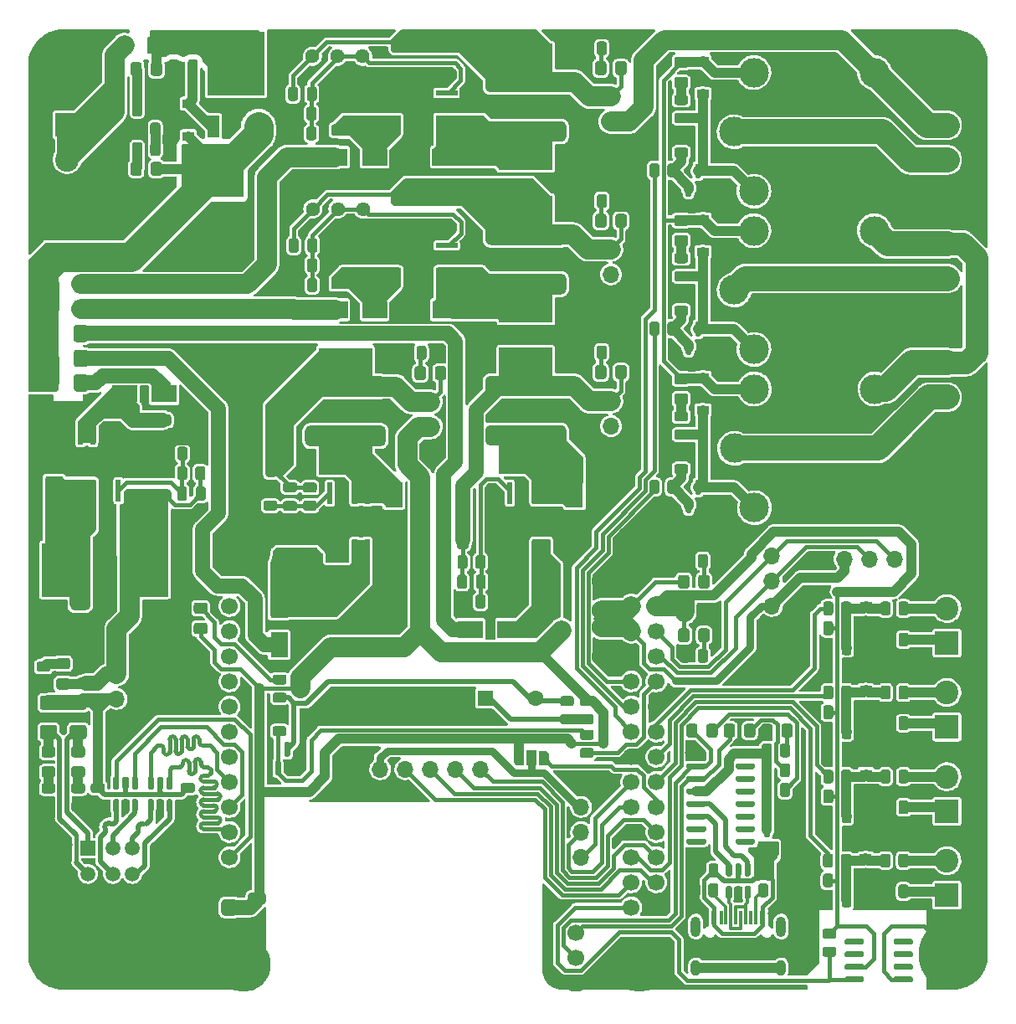
<source format=gbr>
G04 #@! TF.GenerationSoftware,KiCad,Pcbnew,6.0.5+dfsg-1~bpo11+1*
G04 #@! TF.ProjectId,maglock,6d61676c-6f63-46b2-9e6b-696361645f70,2.1*
G04 #@! TF.SameCoordinates,Original*
G04 #@! TF.FileFunction,Copper,L1,Top*
G04 #@! TF.FilePolarity,Positive*
%FSLAX46Y46*%
G04 Gerber Fmt 4.6, Leading zero omitted, Abs format (unit mm)*
%MOMM*%
%LPD*%
G01*
G04 APERTURE LIST*
G04 #@! TA.AperFunction,ComponentPad*
%ADD10C,2.000000*%
G04 #@! TD*
G04 #@! TA.AperFunction,SMDPad,CuDef*
%ADD11R,5.400000X2.900000*%
G04 #@! TD*
G04 #@! TA.AperFunction,SMDPad,CuDef*
%ADD12R,1.200000X0.900000*%
G04 #@! TD*
G04 #@! TA.AperFunction,ComponentPad*
%ADD13C,3.000000*%
G04 #@! TD*
G04 #@! TA.AperFunction,SMDPad,CuDef*
%ADD14R,1.000000X1.500000*%
G04 #@! TD*
G04 #@! TA.AperFunction,ComponentPad*
%ADD15R,1.700000X1.700000*%
G04 #@! TD*
G04 #@! TA.AperFunction,ComponentPad*
%ADD16O,1.700000X1.700000*%
G04 #@! TD*
G04 #@! TA.AperFunction,SMDPad,CuDef*
%ADD17R,2.200000X0.500000*%
G04 #@! TD*
G04 #@! TA.AperFunction,ComponentPad*
%ADD18C,1.400000*%
G04 #@! TD*
G04 #@! TA.AperFunction,ComponentPad*
%ADD19R,2.800000X4.100000*%
G04 #@! TD*
G04 #@! TA.AperFunction,ComponentPad*
%ADD20R,2.400000X2.400000*%
G04 #@! TD*
G04 #@! TA.AperFunction,ComponentPad*
%ADD21C,2.400000*%
G04 #@! TD*
G04 #@! TA.AperFunction,ComponentPad*
%ADD22C,1.440000*%
G04 #@! TD*
G04 #@! TA.AperFunction,SMDPad,CuDef*
%ADD23R,1.800000X2.500000*%
G04 #@! TD*
G04 #@! TA.AperFunction,SMDPad,CuDef*
%ADD24R,2.500000X1.800000*%
G04 #@! TD*
G04 #@! TA.AperFunction,ComponentPad*
%ADD25C,0.800000*%
G04 #@! TD*
G04 #@! TA.AperFunction,ComponentPad*
%ADD26C,7.000000*%
G04 #@! TD*
G04 #@! TA.AperFunction,SMDPad,CuDef*
%ADD27R,1.200000X2.200000*%
G04 #@! TD*
G04 #@! TA.AperFunction,SMDPad,CuDef*
%ADD28R,5.800000X6.400000*%
G04 #@! TD*
G04 #@! TA.AperFunction,SMDPad,CuDef*
%ADD29R,0.600000X1.450000*%
G04 #@! TD*
G04 #@! TA.AperFunction,SMDPad,CuDef*
%ADD30R,0.300000X1.450000*%
G04 #@! TD*
G04 #@! TA.AperFunction,ComponentPad*
%ADD31O,1.000000X2.100000*%
G04 #@! TD*
G04 #@! TA.AperFunction,ComponentPad*
%ADD32O,1.000000X1.600000*%
G04 #@! TD*
G04 #@! TA.AperFunction,SMDPad,CuDef*
%ADD33R,0.500000X2.200000*%
G04 #@! TD*
G04 #@! TA.AperFunction,ComponentPad*
%ADD34R,4.100000X2.800000*%
G04 #@! TD*
G04 #@! TA.AperFunction,ComponentPad*
%ADD35R,1.600000X1.600000*%
G04 #@! TD*
G04 #@! TA.AperFunction,ComponentPad*
%ADD36C,1.600000*%
G04 #@! TD*
G04 #@! TA.AperFunction,ComponentPad*
%ADD37R,1.500000X1.500000*%
G04 #@! TD*
G04 #@! TA.AperFunction,ComponentPad*
%ADD38C,1.500000*%
G04 #@! TD*
G04 #@! TA.AperFunction,SMDPad,CuDef*
%ADD39R,2.900000X5.400000*%
G04 #@! TD*
G04 #@! TA.AperFunction,ComponentPad*
%ADD40C,5.500000*%
G04 #@! TD*
G04 #@! TA.AperFunction,ComponentPad*
%ADD41C,1.700000*%
G04 #@! TD*
G04 #@! TA.AperFunction,ViaPad*
%ADD42C,0.800000*%
G04 #@! TD*
G04 #@! TA.AperFunction,Conductor*
%ADD43C,0.550000*%
G04 #@! TD*
G04 #@! TA.AperFunction,Conductor*
%ADD44C,1.000000*%
G04 #@! TD*
G04 #@! TA.AperFunction,Conductor*
%ADD45C,0.500000*%
G04 #@! TD*
G04 #@! TA.AperFunction,Conductor*
%ADD46C,0.400000*%
G04 #@! TD*
G04 #@! TA.AperFunction,Conductor*
%ADD47C,0.300000*%
G04 #@! TD*
G04 #@! TA.AperFunction,Conductor*
%ADD48C,0.800000*%
G04 #@! TD*
G04 #@! TA.AperFunction,Conductor*
%ADD49C,2.000000*%
G04 #@! TD*
G04 #@! TA.AperFunction,Conductor*
%ADD50C,1.500000*%
G04 #@! TD*
G04 #@! TA.AperFunction,Conductor*
%ADD51C,3.000000*%
G04 #@! TD*
G04 #@! TA.AperFunction,Conductor*
%ADD52C,2.500000*%
G04 #@! TD*
G04 #@! TA.AperFunction,Conductor*
%ADD53C,2.300000*%
G04 #@! TD*
G04 #@! TA.AperFunction,Conductor*
%ADD54C,1.200000*%
G04 #@! TD*
G04 APERTURE END LIST*
G04 #@! TA.AperFunction,SMDPad,CuDef*
G36*
G01*
X107450000Y-119225000D02*
X106550000Y-119225000D01*
G75*
G02*
X106300000Y-118975000I0J250000D01*
G01*
X106300000Y-118450000D01*
G75*
G02*
X106550000Y-118200000I250000J0D01*
G01*
X107450000Y-118200000D01*
G75*
G02*
X107700000Y-118450000I0J-250000D01*
G01*
X107700000Y-118975000D01*
G75*
G02*
X107450000Y-119225000I-250000J0D01*
G01*
G37*
G04 #@! TD.AperFunction*
G04 #@! TA.AperFunction,SMDPad,CuDef*
G36*
G01*
X107450000Y-117400000D02*
X106550000Y-117400000D01*
G75*
G02*
X106300000Y-117150000I0J250000D01*
G01*
X106300000Y-116625000D01*
G75*
G02*
X106550000Y-116375000I250000J0D01*
G01*
X107450000Y-116375000D01*
G75*
G02*
X107700000Y-116625000I0J-250000D01*
G01*
X107700000Y-117150000D01*
G75*
G02*
X107450000Y-117400000I-250000J0D01*
G01*
G37*
G04 #@! TD.AperFunction*
G04 #@! TA.AperFunction,SMDPad,CuDef*
G36*
G01*
X141125000Y-94600000D02*
X133975000Y-94600000D01*
G75*
G02*
X133450000Y-94075000I0J525000D01*
G01*
X133450000Y-93025000D01*
G75*
G02*
X133975000Y-92500000I525000J0D01*
G01*
X141125000Y-92500000D01*
G75*
G02*
X141650000Y-93025000I0J-525000D01*
G01*
X141650000Y-94075000D01*
G75*
G02*
X141125000Y-94600000I-525000J0D01*
G01*
G37*
G04 #@! TD.AperFunction*
D10*
X137550000Y-93550000D03*
D11*
X137550000Y-96000000D03*
D10*
X137550000Y-88550000D03*
G04 #@! TA.AperFunction,SMDPad,CuDef*
G36*
G01*
X141125000Y-89600000D02*
X133975000Y-89600000D01*
G75*
G02*
X133450000Y-89075000I0J525000D01*
G01*
X133450000Y-88025000D01*
G75*
G02*
X133975000Y-87500000I525000J0D01*
G01*
X141125000Y-87500000D01*
G75*
G02*
X141650000Y-88025000I0J-525000D01*
G01*
X141650000Y-89075000D01*
G75*
G02*
X141125000Y-89600000I-525000J0D01*
G01*
G37*
G04 #@! TD.AperFunction*
D11*
X137550000Y-86100000D03*
D12*
X173720000Y-87650000D03*
X173720000Y-90950000D03*
G04 #@! TA.AperFunction,SMDPad,CuDef*
G36*
G01*
X142450000Y-53510000D02*
X143750000Y-53510000D01*
G75*
G02*
X144000000Y-53760000I0J-250000D01*
G01*
X144000000Y-54410000D01*
G75*
G02*
X143750000Y-54660000I-250000J0D01*
G01*
X142450000Y-54660000D01*
G75*
G02*
X142200000Y-54410000I0J250000D01*
G01*
X142200000Y-53760000D01*
G75*
G02*
X142450000Y-53510000I250000J0D01*
G01*
G37*
G04 #@! TD.AperFunction*
G04 #@! TA.AperFunction,SMDPad,CuDef*
G36*
G01*
X142450000Y-56460000D02*
X143750000Y-56460000D01*
G75*
G02*
X144000000Y-56710000I0J-250000D01*
G01*
X144000000Y-57360000D01*
G75*
G02*
X143750000Y-57610000I-250000J0D01*
G01*
X142450000Y-57610000D01*
G75*
G02*
X142200000Y-57360000I0J250000D01*
G01*
X142200000Y-56710000D01*
G75*
G02*
X142450000Y-56460000I250000J0D01*
G01*
G37*
G04 #@! TD.AperFunction*
G04 #@! TA.AperFunction,SMDPad,CuDef*
G36*
G01*
X162812500Y-72250000D02*
X162812500Y-71350000D01*
G75*
G02*
X163062500Y-71100000I250000J0D01*
G01*
X163712500Y-71100000D01*
G75*
G02*
X163962500Y-71350000I0J-250000D01*
G01*
X163962500Y-72250000D01*
G75*
G02*
X163712500Y-72500000I-250000J0D01*
G01*
X163062500Y-72500000D01*
G75*
G02*
X162812500Y-72250000I0J250000D01*
G01*
G37*
G04 #@! TD.AperFunction*
G04 #@! TA.AperFunction,SMDPad,CuDef*
G36*
G01*
X164862500Y-72250000D02*
X164862500Y-71350000D01*
G75*
G02*
X165112500Y-71100000I250000J0D01*
G01*
X165762500Y-71100000D01*
G75*
G02*
X166012500Y-71350000I0J-250000D01*
G01*
X166012500Y-72250000D01*
G75*
G02*
X165762500Y-72500000I-250000J0D01*
G01*
X165112500Y-72500000D01*
G75*
G02*
X164862500Y-72250000I0J250000D01*
G01*
G37*
G04 #@! TD.AperFunction*
D13*
X176870000Y-62800000D03*
X191070000Y-56800000D03*
X191070000Y-68800000D03*
X178870000Y-68800000D03*
X178870000Y-56800000D03*
G04 #@! TA.AperFunction,SMDPad,CuDef*
G36*
G01*
X188712500Y-136050000D02*
X188712500Y-136950000D01*
G75*
G02*
X188462500Y-137200000I-250000J0D01*
G01*
X187937500Y-137200000D01*
G75*
G02*
X187687500Y-136950000I0J250000D01*
G01*
X187687500Y-136050000D01*
G75*
G02*
X187937500Y-135800000I250000J0D01*
G01*
X188462500Y-135800000D01*
G75*
G02*
X188712500Y-136050000I0J-250000D01*
G01*
G37*
G04 #@! TD.AperFunction*
G04 #@! TA.AperFunction,SMDPad,CuDef*
G36*
G01*
X186887500Y-136050000D02*
X186887500Y-136950000D01*
G75*
G02*
X186637500Y-137200000I-250000J0D01*
G01*
X186112500Y-137200000D01*
G75*
G02*
X185862500Y-136950000I0J250000D01*
G01*
X185862500Y-136050000D01*
G75*
G02*
X186112500Y-135800000I250000J0D01*
G01*
X186637500Y-135800000D01*
G75*
G02*
X186887500Y-136050000I0J-250000D01*
G01*
G37*
G04 #@! TD.AperFunction*
G04 #@! TA.AperFunction,SMDPad,CuDef*
G36*
G01*
X162800000Y-87550000D02*
X162800000Y-86650000D01*
G75*
G02*
X163050000Y-86400000I250000J0D01*
G01*
X163700000Y-86400000D01*
G75*
G02*
X163950000Y-86650000I0J-250000D01*
G01*
X163950000Y-87550000D01*
G75*
G02*
X163700000Y-87800000I-250000J0D01*
G01*
X163050000Y-87800000D01*
G75*
G02*
X162800000Y-87550000I0J250000D01*
G01*
G37*
G04 #@! TD.AperFunction*
G04 #@! TA.AperFunction,SMDPad,CuDef*
G36*
G01*
X164850000Y-87550000D02*
X164850000Y-86650000D01*
G75*
G02*
X165100000Y-86400000I250000J0D01*
G01*
X165750000Y-86400000D01*
G75*
G02*
X166000000Y-86650000I0J-250000D01*
G01*
X166000000Y-87550000D01*
G75*
G02*
X165750000Y-87800000I-250000J0D01*
G01*
X165100000Y-87800000D01*
G75*
G02*
X164850000Y-87550000I0J250000D01*
G01*
G37*
G04 #@! TD.AperFunction*
G04 #@! TA.AperFunction,SMDPad,CuDef*
G36*
G01*
X134650000Y-58485000D02*
X134650000Y-59435000D01*
G75*
G02*
X134400000Y-59685000I-250000J0D01*
G01*
X133900000Y-59685000D01*
G75*
G02*
X133650000Y-59435000I0J250000D01*
G01*
X133650000Y-58485000D01*
G75*
G02*
X133900000Y-58235000I250000J0D01*
G01*
X134400000Y-58235000D01*
G75*
G02*
X134650000Y-58485000I0J-250000D01*
G01*
G37*
G04 #@! TD.AperFunction*
G04 #@! TA.AperFunction,SMDPad,CuDef*
G36*
G01*
X132750000Y-58485000D02*
X132750000Y-59435000D01*
G75*
G02*
X132500000Y-59685000I-250000J0D01*
G01*
X132000000Y-59685000D01*
G75*
G02*
X131750000Y-59435000I0J250000D01*
G01*
X131750000Y-58485000D01*
G75*
G02*
X132000000Y-58235000I250000J0D01*
G01*
X132500000Y-58235000D01*
G75*
G02*
X132750000Y-58485000I0J-250000D01*
G01*
G37*
G04 #@! TD.AperFunction*
G04 #@! TA.AperFunction,SMDPad,CuDef*
G36*
X157118000Y-125379500D02*
G01*
X157668000Y-125379500D01*
X157668000Y-125384467D01*
X157747941Y-125385932D01*
X157883256Y-125428207D01*
X158001266Y-125506762D01*
X158092486Y-125615281D01*
X158149581Y-125745040D01*
X158167164Y-125879500D01*
X158168000Y-125879500D01*
X158168000Y-126379500D01*
X158167164Y-126379500D01*
X158167963Y-126385609D01*
X158146152Y-126525686D01*
X158085904Y-126654011D01*
X157992060Y-126760269D01*
X157872165Y-126835917D01*
X157735858Y-126874874D01*
X157668000Y-126874459D01*
X157668000Y-126879500D01*
X157118000Y-126879500D01*
X157118000Y-125379500D01*
G37*
G04 #@! TD.AperFunction*
D14*
X156368000Y-126129500D03*
G04 #@! TA.AperFunction,SMDPad,CuDef*
G36*
X155068000Y-126874459D02*
G01*
X154994095Y-126874008D01*
X154858274Y-126833389D01*
X154739312Y-126756282D01*
X154646774Y-126648885D01*
X154588097Y-126519833D01*
X154568000Y-126379500D01*
X154568000Y-125879500D01*
X154568149Y-125867284D01*
X154591669Y-125727483D01*
X154653481Y-125599904D01*
X154748616Y-125494800D01*
X154869426Y-125420623D01*
X155006199Y-125383334D01*
X155068000Y-125384467D01*
X155068000Y-125379500D01*
X155618000Y-125379500D01*
X155618000Y-126879500D01*
X155068000Y-126879500D01*
X155068000Y-126874459D01*
G37*
G04 #@! TD.AperFunction*
G04 #@! TA.AperFunction,SMDPad,CuDef*
G36*
G01*
X182205000Y-137030000D02*
X182205000Y-137980000D01*
G75*
G02*
X181955000Y-138230000I-250000J0D01*
G01*
X181455000Y-138230000D01*
G75*
G02*
X181205000Y-137980000I0J250000D01*
G01*
X181205000Y-137030000D01*
G75*
G02*
X181455000Y-136780000I250000J0D01*
G01*
X181955000Y-136780000D01*
G75*
G02*
X182205000Y-137030000I0J-250000D01*
G01*
G37*
G04 #@! TD.AperFunction*
G04 #@! TA.AperFunction,SMDPad,CuDef*
G36*
G01*
X180305000Y-137030000D02*
X180305000Y-137980000D01*
G75*
G02*
X180055000Y-138230000I-250000J0D01*
G01*
X179555000Y-138230000D01*
G75*
G02*
X179305000Y-137980000I0J250000D01*
G01*
X179305000Y-137030000D01*
G75*
G02*
X179555000Y-136780000I250000J0D01*
G01*
X180055000Y-136780000D01*
G75*
G02*
X180305000Y-137030000I0J-250000D01*
G01*
G37*
G04 #@! TD.AperFunction*
G04 #@! TA.AperFunction,SMDPad,CuDef*
G36*
G01*
X130625000Y-96150000D02*
X130625000Y-97450000D01*
G75*
G02*
X130375000Y-97700000I-250000J0D01*
G01*
X129725000Y-97700000D01*
G75*
G02*
X129475000Y-97450000I0J250000D01*
G01*
X129475000Y-96150000D01*
G75*
G02*
X129725000Y-95900000I250000J0D01*
G01*
X130375000Y-95900000D01*
G75*
G02*
X130625000Y-96150000I0J-250000D01*
G01*
G37*
G04 #@! TD.AperFunction*
G04 #@! TA.AperFunction,SMDPad,CuDef*
G36*
G01*
X127675000Y-96150000D02*
X127675000Y-97450000D01*
G75*
G02*
X127425000Y-97700000I-250000J0D01*
G01*
X126775000Y-97700000D01*
G75*
G02*
X126525000Y-97450000I0J250000D01*
G01*
X126525000Y-96150000D01*
G75*
G02*
X126775000Y-95900000I250000J0D01*
G01*
X127425000Y-95900000D01*
G75*
G02*
X127675000Y-96150000I0J-250000D01*
G01*
G37*
G04 #@! TD.AperFunction*
G04 #@! TA.AperFunction,SMDPad,CuDef*
G36*
G01*
X107050000Y-128675000D02*
X107950000Y-128675000D01*
G75*
G02*
X108200000Y-128925000I0J-250000D01*
G01*
X108200000Y-129450000D01*
G75*
G02*
X107950000Y-129700000I-250000J0D01*
G01*
X107050000Y-129700000D01*
G75*
G02*
X106800000Y-129450000I0J250000D01*
G01*
X106800000Y-128925000D01*
G75*
G02*
X107050000Y-128675000I250000J0D01*
G01*
G37*
G04 #@! TD.AperFunction*
G04 #@! TA.AperFunction,SMDPad,CuDef*
G36*
G01*
X107050000Y-130500000D02*
X107950000Y-130500000D01*
G75*
G02*
X108200000Y-130750000I0J-250000D01*
G01*
X108200000Y-131275000D01*
G75*
G02*
X107950000Y-131525000I-250000J0D01*
G01*
X107050000Y-131525000D01*
G75*
G02*
X106800000Y-131275000I0J250000D01*
G01*
X106800000Y-130750000D01*
G75*
G02*
X107050000Y-130500000I250000J0D01*
G01*
G37*
G04 #@! TD.AperFunction*
G04 #@! TA.AperFunction,SMDPad,CuDef*
G36*
G01*
X188725000Y-112550000D02*
X188725000Y-113450000D01*
G75*
G02*
X188475000Y-113700000I-250000J0D01*
G01*
X187950000Y-113700000D01*
G75*
G02*
X187700000Y-113450000I0J250000D01*
G01*
X187700000Y-112550000D01*
G75*
G02*
X187950000Y-112300000I250000J0D01*
G01*
X188475000Y-112300000D01*
G75*
G02*
X188725000Y-112550000I0J-250000D01*
G01*
G37*
G04 #@! TD.AperFunction*
G04 #@! TA.AperFunction,SMDPad,CuDef*
G36*
G01*
X186900000Y-112550000D02*
X186900000Y-113450000D01*
G75*
G02*
X186650000Y-113700000I-250000J0D01*
G01*
X186125000Y-113700000D01*
G75*
G02*
X185875000Y-113450000I0J250000D01*
G01*
X185875000Y-112550000D01*
G75*
G02*
X186125000Y-112300000I250000J0D01*
G01*
X186650000Y-112300000D01*
G75*
G02*
X186900000Y-112550000I0J-250000D01*
G01*
G37*
G04 #@! TD.AperFunction*
G04 #@! TA.AperFunction,SMDPad,CuDef*
G36*
G01*
X164050000Y-116450000D02*
X162750000Y-116450000D01*
G75*
G02*
X162500000Y-116200000I0J250000D01*
G01*
X162500000Y-115550000D01*
G75*
G02*
X162750000Y-115300000I250000J0D01*
G01*
X164050000Y-115300000D01*
G75*
G02*
X164300000Y-115550000I0J-250000D01*
G01*
X164300000Y-116200000D01*
G75*
G02*
X164050000Y-116450000I-250000J0D01*
G01*
G37*
G04 #@! TD.AperFunction*
G04 #@! TA.AperFunction,SMDPad,CuDef*
G36*
G01*
X164050000Y-113500000D02*
X162750000Y-113500000D01*
G75*
G02*
X162500000Y-113250000I0J250000D01*
G01*
X162500000Y-112600000D01*
G75*
G02*
X162750000Y-112350000I250000J0D01*
G01*
X164050000Y-112350000D01*
G75*
G02*
X164300000Y-112600000I0J-250000D01*
G01*
X164300000Y-113250000D01*
G75*
G02*
X164050000Y-113500000I-250000J0D01*
G01*
G37*
G04 #@! TD.AperFunction*
G04 #@! TA.AperFunction,SMDPad,CuDef*
G36*
G01*
X148850000Y-102370000D02*
X148850000Y-101070000D01*
G75*
G02*
X149100000Y-100820000I250000J0D01*
G01*
X149750000Y-100820000D01*
G75*
G02*
X150000000Y-101070000I0J-250000D01*
G01*
X150000000Y-102370000D01*
G75*
G02*
X149750000Y-102620000I-250000J0D01*
G01*
X149100000Y-102620000D01*
G75*
G02*
X148850000Y-102370000I0J250000D01*
G01*
G37*
G04 #@! TD.AperFunction*
G04 #@! TA.AperFunction,SMDPad,CuDef*
G36*
G01*
X151800000Y-102370000D02*
X151800000Y-101070000D01*
G75*
G02*
X152050000Y-100820000I250000J0D01*
G01*
X152700000Y-100820000D01*
G75*
G02*
X152950000Y-101070000I0J-250000D01*
G01*
X152950000Y-102370000D01*
G75*
G02*
X152700000Y-102620000I-250000J0D01*
G01*
X152050000Y-102620000D01*
G75*
G02*
X151800000Y-102370000I0J250000D01*
G01*
G37*
G04 #@! TD.AperFunction*
G04 #@! TA.AperFunction,SMDPad,CuDef*
G36*
G01*
X130625000Y-93750000D02*
X130625000Y-95050000D01*
G75*
G02*
X130375000Y-95300000I-250000J0D01*
G01*
X129725000Y-95300000D01*
G75*
G02*
X129475000Y-95050000I0J250000D01*
G01*
X129475000Y-93750000D01*
G75*
G02*
X129725000Y-93500000I250000J0D01*
G01*
X130375000Y-93500000D01*
G75*
G02*
X130625000Y-93750000I0J-250000D01*
G01*
G37*
G04 #@! TD.AperFunction*
G04 #@! TA.AperFunction,SMDPad,CuDef*
G36*
G01*
X127675000Y-93750000D02*
X127675000Y-95050000D01*
G75*
G02*
X127425000Y-95300000I-250000J0D01*
G01*
X126775000Y-95300000D01*
G75*
G02*
X126525000Y-95050000I0J250000D01*
G01*
X126525000Y-93750000D01*
G75*
G02*
X126775000Y-93500000I250000J0D01*
G01*
X127425000Y-93500000D01*
G75*
G02*
X127675000Y-93750000I0J-250000D01*
G01*
G37*
G04 #@! TD.AperFunction*
G04 #@! TA.AperFunction,SMDPad,CuDef*
G36*
G01*
X147250000Y-53510000D02*
X148550000Y-53510000D01*
G75*
G02*
X148800000Y-53760000I0J-250000D01*
G01*
X148800000Y-54410000D01*
G75*
G02*
X148550000Y-54660000I-250000J0D01*
G01*
X147250000Y-54660000D01*
G75*
G02*
X147000000Y-54410000I0J250000D01*
G01*
X147000000Y-53760000D01*
G75*
G02*
X147250000Y-53510000I250000J0D01*
G01*
G37*
G04 #@! TD.AperFunction*
G04 #@! TA.AperFunction,SMDPad,CuDef*
G36*
G01*
X147250000Y-56460000D02*
X148550000Y-56460000D01*
G75*
G02*
X148800000Y-56710000I0J-250000D01*
G01*
X148800000Y-57360000D01*
G75*
G02*
X148550000Y-57610000I-250000J0D01*
G01*
X147250000Y-57610000D01*
G75*
G02*
X147000000Y-57360000I0J250000D01*
G01*
X147000000Y-56710000D01*
G75*
G02*
X147250000Y-56460000I250000J0D01*
G01*
G37*
G04 #@! TD.AperFunction*
D15*
X161388000Y-128527000D03*
D16*
X161388000Y-131067000D03*
X161388000Y-133607000D03*
X161388000Y-136147000D03*
G04 #@! TA.AperFunction,SMDPad,CuDef*
G36*
G01*
X194512500Y-136050000D02*
X194512500Y-136950000D01*
G75*
G02*
X194262500Y-137200000I-250000J0D01*
G01*
X193737500Y-137200000D01*
G75*
G02*
X193487500Y-136950000I0J250000D01*
G01*
X193487500Y-136050000D01*
G75*
G02*
X193737500Y-135800000I250000J0D01*
G01*
X194262500Y-135800000D01*
G75*
G02*
X194512500Y-136050000I0J-250000D01*
G01*
G37*
G04 #@! TD.AperFunction*
G04 #@! TA.AperFunction,SMDPad,CuDef*
G36*
G01*
X192687500Y-136050000D02*
X192687500Y-136950000D01*
G75*
G02*
X192437500Y-137200000I-250000J0D01*
G01*
X191912500Y-137200000D01*
G75*
G02*
X191662500Y-136950000I0J250000D01*
G01*
X191662500Y-136050000D01*
G75*
G02*
X191912500Y-135800000I250000J0D01*
G01*
X192437500Y-135800000D01*
G75*
G02*
X192687500Y-136050000I0J-250000D01*
G01*
G37*
G04 #@! TD.AperFunction*
G04 #@! TA.AperFunction,SMDPad,CuDef*
G36*
G01*
X162418000Y-122712000D02*
X161518000Y-122712000D01*
G75*
G02*
X161268000Y-122462000I0J250000D01*
G01*
X161268000Y-121937000D01*
G75*
G02*
X161518000Y-121687000I250000J0D01*
G01*
X162418000Y-121687000D01*
G75*
G02*
X162668000Y-121937000I0J-250000D01*
G01*
X162668000Y-122462000D01*
G75*
G02*
X162418000Y-122712000I-250000J0D01*
G01*
G37*
G04 #@! TD.AperFunction*
G04 #@! TA.AperFunction,SMDPad,CuDef*
G36*
G01*
X162418000Y-120887000D02*
X161518000Y-120887000D01*
G75*
G02*
X161268000Y-120637000I0J250000D01*
G01*
X161268000Y-120112000D01*
G75*
G02*
X161518000Y-119862000I250000J0D01*
G01*
X162418000Y-119862000D01*
G75*
G02*
X162668000Y-120112000I0J-250000D01*
G01*
X162668000Y-120637000D01*
G75*
G02*
X162418000Y-120887000I-250000J0D01*
G01*
G37*
G04 #@! TD.AperFunction*
G04 #@! TA.AperFunction,SMDPad,CuDef*
G36*
G01*
X168295000Y-99150000D02*
X168295000Y-98250000D01*
G75*
G02*
X168545000Y-98000000I250000J0D01*
G01*
X169070000Y-98000000D01*
G75*
G02*
X169320000Y-98250000I0J-250000D01*
G01*
X169320000Y-99150000D01*
G75*
G02*
X169070000Y-99400000I-250000J0D01*
G01*
X168545000Y-99400000D01*
G75*
G02*
X168295000Y-99150000I0J250000D01*
G01*
G37*
G04 #@! TD.AperFunction*
G04 #@! TA.AperFunction,SMDPad,CuDef*
G36*
G01*
X170120000Y-99150000D02*
X170120000Y-98250000D01*
G75*
G02*
X170370000Y-98000000I250000J0D01*
G01*
X170895000Y-98000000D01*
G75*
G02*
X171145000Y-98250000I0J-250000D01*
G01*
X171145000Y-99150000D01*
G75*
G02*
X170895000Y-99400000I-250000J0D01*
G01*
X170370000Y-99400000D01*
G75*
G02*
X170120000Y-99150000I0J250000D01*
G01*
G37*
G04 #@! TD.AperFunction*
G04 #@! TA.AperFunction,SMDPad,CuDef*
G36*
G01*
X132100000Y-106150000D02*
X130800000Y-106150000D01*
G75*
G02*
X130550000Y-105900000I0J250000D01*
G01*
X130550000Y-105250000D01*
G75*
G02*
X130800000Y-105000000I250000J0D01*
G01*
X132100000Y-105000000D01*
G75*
G02*
X132350000Y-105250000I0J-250000D01*
G01*
X132350000Y-105900000D01*
G75*
G02*
X132100000Y-106150000I-250000J0D01*
G01*
G37*
G04 #@! TD.AperFunction*
G04 #@! TA.AperFunction,SMDPad,CuDef*
G36*
G01*
X132100000Y-103200000D02*
X130800000Y-103200000D01*
G75*
G02*
X130550000Y-102950000I0J250000D01*
G01*
X130550000Y-102300000D01*
G75*
G02*
X130800000Y-102050000I250000J0D01*
G01*
X132100000Y-102050000D01*
G75*
G02*
X132350000Y-102300000I0J-250000D01*
G01*
X132350000Y-102950000D01*
G75*
G02*
X132100000Y-103200000I-250000J0D01*
G01*
G37*
G04 #@! TD.AperFunction*
G04 #@! TA.AperFunction,SMDPad,CuDef*
G36*
G01*
X119725000Y-58650000D02*
X119725000Y-57750000D01*
G75*
G02*
X119975000Y-57500000I250000J0D01*
G01*
X120500000Y-57500000D01*
G75*
G02*
X120750000Y-57750000I0J-250000D01*
G01*
X120750000Y-58650000D01*
G75*
G02*
X120500000Y-58900000I-250000J0D01*
G01*
X119975000Y-58900000D01*
G75*
G02*
X119725000Y-58650000I0J250000D01*
G01*
G37*
G04 #@! TD.AperFunction*
G04 #@! TA.AperFunction,SMDPad,CuDef*
G36*
G01*
X121550000Y-58650000D02*
X121550000Y-57750000D01*
G75*
G02*
X121800000Y-57500000I250000J0D01*
G01*
X122325000Y-57500000D01*
G75*
G02*
X122575000Y-57750000I0J-250000D01*
G01*
X122575000Y-58650000D01*
G75*
G02*
X122325000Y-58900000I-250000J0D01*
G01*
X121800000Y-58900000D01*
G75*
G02*
X121550000Y-58650000I0J250000D01*
G01*
G37*
G04 #@! TD.AperFunction*
G04 #@! TA.AperFunction,SMDPad,CuDef*
G36*
G01*
X118000000Y-131600000D02*
X117700000Y-131600000D01*
G75*
G02*
X117550000Y-131450000I0J150000D01*
G01*
X117550000Y-130425000D01*
G75*
G02*
X117700000Y-130275000I150000J0D01*
G01*
X118000000Y-130275000D01*
G75*
G02*
X118150000Y-130425000I0J-150000D01*
G01*
X118150000Y-131450000D01*
G75*
G02*
X118000000Y-131600000I-150000J0D01*
G01*
G37*
G04 #@! TD.AperFunction*
G04 #@! TA.AperFunction,SMDPad,CuDef*
G36*
G01*
X118950000Y-131600000D02*
X118650000Y-131600000D01*
G75*
G02*
X118500000Y-131450000I0J150000D01*
G01*
X118500000Y-130425000D01*
G75*
G02*
X118650000Y-130275000I150000J0D01*
G01*
X118950000Y-130275000D01*
G75*
G02*
X119100000Y-130425000I0J-150000D01*
G01*
X119100000Y-131450000D01*
G75*
G02*
X118950000Y-131600000I-150000J0D01*
G01*
G37*
G04 #@! TD.AperFunction*
G04 #@! TA.AperFunction,SMDPad,CuDef*
G36*
G01*
X119900000Y-131600000D02*
X119600000Y-131600000D01*
G75*
G02*
X119450000Y-131450000I0J150000D01*
G01*
X119450000Y-130425000D01*
G75*
G02*
X119600000Y-130275000I150000J0D01*
G01*
X119900000Y-130275000D01*
G75*
G02*
X120050000Y-130425000I0J-150000D01*
G01*
X120050000Y-131450000D01*
G75*
G02*
X119900000Y-131600000I-150000J0D01*
G01*
G37*
G04 #@! TD.AperFunction*
G04 #@! TA.AperFunction,SMDPad,CuDef*
G36*
G01*
X119900000Y-129325000D02*
X119600000Y-129325000D01*
G75*
G02*
X119450000Y-129175000I0J150000D01*
G01*
X119450000Y-128150000D01*
G75*
G02*
X119600000Y-128000000I150000J0D01*
G01*
X119900000Y-128000000D01*
G75*
G02*
X120050000Y-128150000I0J-150000D01*
G01*
X120050000Y-129175000D01*
G75*
G02*
X119900000Y-129325000I-150000J0D01*
G01*
G37*
G04 #@! TD.AperFunction*
G04 #@! TA.AperFunction,SMDPad,CuDef*
G36*
G01*
X118950000Y-129325000D02*
X118650000Y-129325000D01*
G75*
G02*
X118500000Y-129175000I0J150000D01*
G01*
X118500000Y-128150000D01*
G75*
G02*
X118650000Y-128000000I150000J0D01*
G01*
X118950000Y-128000000D01*
G75*
G02*
X119100000Y-128150000I0J-150000D01*
G01*
X119100000Y-129175000D01*
G75*
G02*
X118950000Y-129325000I-150000J0D01*
G01*
G37*
G04 #@! TD.AperFunction*
G04 #@! TA.AperFunction,SMDPad,CuDef*
G36*
G01*
X118000000Y-129325000D02*
X117700000Y-129325000D01*
G75*
G02*
X117550000Y-129175000I0J150000D01*
G01*
X117550000Y-128150000D01*
G75*
G02*
X117700000Y-128000000I150000J0D01*
G01*
X118000000Y-128000000D01*
G75*
G02*
X118150000Y-128150000I0J-150000D01*
G01*
X118150000Y-129175000D01*
G75*
G02*
X118000000Y-129325000I-150000J0D01*
G01*
G37*
G04 #@! TD.AperFunction*
D17*
X147787500Y-78105000D03*
X147787500Y-76835000D03*
X147787500Y-75565000D03*
X147787500Y-74295000D03*
X142037500Y-74295000D03*
X142037500Y-75565000D03*
X142037500Y-76835000D03*
X142037500Y-78105000D03*
D18*
X144262500Y-74900000D03*
X145562500Y-74900000D03*
D19*
X144912500Y-76200000D03*
D18*
X144262500Y-77500000D03*
X145562500Y-77500000D03*
G04 #@! TA.AperFunction,SMDPad,CuDef*
G36*
G01*
X110050000Y-128675000D02*
X110950000Y-128675000D01*
G75*
G02*
X111200000Y-128925000I0J-250000D01*
G01*
X111200000Y-129450000D01*
G75*
G02*
X110950000Y-129700000I-250000J0D01*
G01*
X110050000Y-129700000D01*
G75*
G02*
X109800000Y-129450000I0J250000D01*
G01*
X109800000Y-128925000D01*
G75*
G02*
X110050000Y-128675000I250000J0D01*
G01*
G37*
G04 #@! TD.AperFunction*
G04 #@! TA.AperFunction,SMDPad,CuDef*
G36*
G01*
X110050000Y-130500000D02*
X110950000Y-130500000D01*
G75*
G02*
X111200000Y-130750000I0J-250000D01*
G01*
X111200000Y-131275000D01*
G75*
G02*
X110950000Y-131525000I-250000J0D01*
G01*
X110050000Y-131525000D01*
G75*
G02*
X109800000Y-131275000I0J250000D01*
G01*
X109800000Y-130750000D01*
G75*
G02*
X110050000Y-130500000I250000J0D01*
G01*
G37*
G04 #@! TD.AperFunction*
D20*
X198420000Y-69130000D03*
D21*
X198420000Y-65630000D03*
X198420000Y-62130000D03*
G04 #@! TA.AperFunction,SMDPad,CuDef*
G36*
G01*
X162800000Y-56810000D02*
X162800000Y-55910000D01*
G75*
G02*
X163050000Y-55660000I250000J0D01*
G01*
X163700000Y-55660000D01*
G75*
G02*
X163950000Y-55910000I0J-250000D01*
G01*
X163950000Y-56810000D01*
G75*
G02*
X163700000Y-57060000I-250000J0D01*
G01*
X163050000Y-57060000D01*
G75*
G02*
X162800000Y-56810000I0J250000D01*
G01*
G37*
G04 #@! TD.AperFunction*
G04 #@! TA.AperFunction,SMDPad,CuDef*
G36*
G01*
X164850000Y-56810000D02*
X164850000Y-55910000D01*
G75*
G02*
X165100000Y-55660000I250000J0D01*
G01*
X165750000Y-55660000D01*
G75*
G02*
X166000000Y-55910000I0J-250000D01*
G01*
X166000000Y-56810000D01*
G75*
G02*
X165750000Y-57060000I-250000J0D01*
G01*
X165100000Y-57060000D01*
G75*
G02*
X164850000Y-56810000I0J250000D01*
G01*
G37*
G04 #@! TD.AperFunction*
G04 #@! TA.AperFunction,SMDPad,CuDef*
G36*
G01*
X130400000Y-101112500D02*
X129500000Y-101112500D01*
G75*
G02*
X129250000Y-100862500I0J250000D01*
G01*
X129250000Y-100337500D01*
G75*
G02*
X129500000Y-100087500I250000J0D01*
G01*
X130400000Y-100087500D01*
G75*
G02*
X130650000Y-100337500I0J-250000D01*
G01*
X130650000Y-100862500D01*
G75*
G02*
X130400000Y-101112500I-250000J0D01*
G01*
G37*
G04 #@! TD.AperFunction*
G04 #@! TA.AperFunction,SMDPad,CuDef*
G36*
G01*
X130400000Y-99287500D02*
X129500000Y-99287500D01*
G75*
G02*
X129250000Y-99037500I0J250000D01*
G01*
X129250000Y-98512500D01*
G75*
G02*
X129500000Y-98262500I250000J0D01*
G01*
X130400000Y-98262500D01*
G75*
G02*
X130650000Y-98512500I0J-250000D01*
G01*
X130650000Y-99037500D01*
G75*
G02*
X130400000Y-99287500I-250000J0D01*
G01*
G37*
G04 #@! TD.AperFunction*
D22*
X134200000Y-55160000D03*
X136740000Y-55160000D03*
X139280000Y-55160000D03*
G04 #@! TA.AperFunction,SMDPad,CuDef*
G36*
G01*
X171070000Y-75075000D02*
X171970000Y-75075000D01*
G75*
G02*
X172220000Y-75325000I0J-250000D01*
G01*
X172220000Y-75850000D01*
G75*
G02*
X171970000Y-76100000I-250000J0D01*
G01*
X171070000Y-76100000D01*
G75*
G02*
X170820000Y-75850000I0J250000D01*
G01*
X170820000Y-75325000D01*
G75*
G02*
X171070000Y-75075000I250000J0D01*
G01*
G37*
G04 #@! TD.AperFunction*
G04 #@! TA.AperFunction,SMDPad,CuDef*
G36*
G01*
X171070000Y-76900000D02*
X171970000Y-76900000D01*
G75*
G02*
X172220000Y-77150000I0J-250000D01*
G01*
X172220000Y-77675000D01*
G75*
G02*
X171970000Y-77925000I-250000J0D01*
G01*
X171070000Y-77925000D01*
G75*
G02*
X170820000Y-77675000I0J250000D01*
G01*
X170820000Y-77150000D01*
G75*
G02*
X171070000Y-76900000I250000J0D01*
G01*
G37*
G04 #@! TD.AperFunction*
G04 #@! TA.AperFunction,SMDPad,CuDef*
G36*
G01*
X171070000Y-59075000D02*
X171970000Y-59075000D01*
G75*
G02*
X172220000Y-59325000I0J-250000D01*
G01*
X172220000Y-59850000D01*
G75*
G02*
X171970000Y-60100000I-250000J0D01*
G01*
X171070000Y-60100000D01*
G75*
G02*
X170820000Y-59850000I0J250000D01*
G01*
X170820000Y-59325000D01*
G75*
G02*
X171070000Y-59075000I250000J0D01*
G01*
G37*
G04 #@! TD.AperFunction*
G04 #@! TA.AperFunction,SMDPad,CuDef*
G36*
G01*
X171070000Y-60900000D02*
X171970000Y-60900000D01*
G75*
G02*
X172220000Y-61150000I0J-250000D01*
G01*
X172220000Y-61675000D01*
G75*
G02*
X171970000Y-61925000I-250000J0D01*
G01*
X171070000Y-61925000D01*
G75*
G02*
X170820000Y-61675000I0J250000D01*
G01*
X170820000Y-61150000D01*
G75*
G02*
X171070000Y-60900000I250000J0D01*
G01*
G37*
G04 #@! TD.AperFunction*
G04 #@! TA.AperFunction,SMDPad,CuDef*
G36*
G01*
X137650000Y-63210000D02*
X136350000Y-63210000D01*
G75*
G02*
X136100000Y-62960000I0J250000D01*
G01*
X136100000Y-62310000D01*
G75*
G02*
X136350000Y-62060000I250000J0D01*
G01*
X137650000Y-62060000D01*
G75*
G02*
X137900000Y-62310000I0J-250000D01*
G01*
X137900000Y-62960000D01*
G75*
G02*
X137650000Y-63210000I-250000J0D01*
G01*
G37*
G04 #@! TD.AperFunction*
G04 #@! TA.AperFunction,SMDPad,CuDef*
G36*
G01*
X137650000Y-60260000D02*
X136350000Y-60260000D01*
G75*
G02*
X136100000Y-60010000I0J250000D01*
G01*
X136100000Y-59360000D01*
G75*
G02*
X136350000Y-59110000I250000J0D01*
G01*
X137650000Y-59110000D01*
G75*
G02*
X137900000Y-59360000I0J-250000D01*
G01*
X137900000Y-60010000D01*
G75*
G02*
X137650000Y-60260000I-250000J0D01*
G01*
G37*
G04 #@! TD.AperFunction*
G04 #@! TA.AperFunction,SMDPad,CuDef*
G36*
G01*
X194525000Y-130650000D02*
X194525000Y-131550000D01*
G75*
G02*
X194275000Y-131800000I-250000J0D01*
G01*
X193750000Y-131800000D01*
G75*
G02*
X193500000Y-131550000I0J250000D01*
G01*
X193500000Y-130650000D01*
G75*
G02*
X193750000Y-130400000I250000J0D01*
G01*
X194275000Y-130400000D01*
G75*
G02*
X194525000Y-130650000I0J-250000D01*
G01*
G37*
G04 #@! TD.AperFunction*
G04 #@! TA.AperFunction,SMDPad,CuDef*
G36*
G01*
X192700000Y-130650000D02*
X192700000Y-131550000D01*
G75*
G02*
X192450000Y-131800000I-250000J0D01*
G01*
X191925000Y-131800000D01*
G75*
G02*
X191675000Y-131550000I0J250000D01*
G01*
X191675000Y-130650000D01*
G75*
G02*
X191925000Y-130400000I250000J0D01*
G01*
X192450000Y-130400000D01*
G75*
G02*
X192700000Y-130650000I0J-250000D01*
G01*
G37*
G04 #@! TD.AperFunction*
G04 #@! TA.AperFunction,SMDPad,CuDef*
G36*
G01*
X160418000Y-122712000D02*
X159518000Y-122712000D01*
G75*
G02*
X159268000Y-122462000I0J250000D01*
G01*
X159268000Y-121937000D01*
G75*
G02*
X159518000Y-121687000I250000J0D01*
G01*
X160418000Y-121687000D01*
G75*
G02*
X160668000Y-121937000I0J-250000D01*
G01*
X160668000Y-122462000D01*
G75*
G02*
X160418000Y-122712000I-250000J0D01*
G01*
G37*
G04 #@! TD.AperFunction*
G04 #@! TA.AperFunction,SMDPad,CuDef*
G36*
G01*
X160418000Y-120887000D02*
X159518000Y-120887000D01*
G75*
G02*
X159268000Y-120637000I0J250000D01*
G01*
X159268000Y-120112000D01*
G75*
G02*
X159518000Y-119862000I250000J0D01*
G01*
X160418000Y-119862000D01*
G75*
G02*
X160668000Y-120112000I0J-250000D01*
G01*
X160668000Y-120637000D01*
G75*
G02*
X160418000Y-120887000I-250000J0D01*
G01*
G37*
G04 #@! TD.AperFunction*
D20*
X198400000Y-131500000D03*
D21*
X198400000Y-128000000D03*
D23*
X108070000Y-98900000D03*
X108070000Y-94900000D03*
G04 #@! TA.AperFunction,SMDPad,CuDef*
G36*
G01*
X107950000Y-128112500D02*
X107050000Y-128112500D01*
G75*
G02*
X106800000Y-127862500I0J250000D01*
G01*
X106800000Y-127212500D01*
G75*
G02*
X107050000Y-126962500I250000J0D01*
G01*
X107950000Y-126962500D01*
G75*
G02*
X108200000Y-127212500I0J-250000D01*
G01*
X108200000Y-127862500D01*
G75*
G02*
X107950000Y-128112500I-250000J0D01*
G01*
G37*
G04 #@! TD.AperFunction*
G04 #@! TA.AperFunction,SMDPad,CuDef*
G36*
G01*
X107950000Y-126062500D02*
X107050000Y-126062500D01*
G75*
G02*
X106800000Y-125812500I0J250000D01*
G01*
X106800000Y-125162500D01*
G75*
G02*
X107050000Y-124912500I250000J0D01*
G01*
X107950000Y-124912500D01*
G75*
G02*
X108200000Y-125162500I0J-250000D01*
G01*
X108200000Y-125812500D01*
G75*
G02*
X107950000Y-126062500I-250000J0D01*
G01*
G37*
G04 #@! TD.AperFunction*
G04 #@! TA.AperFunction,SMDPad,CuDef*
G36*
G01*
X171375000Y-116250000D02*
X171375000Y-115350000D01*
G75*
G02*
X171625000Y-115100000I250000J0D01*
G01*
X172150000Y-115100000D01*
G75*
G02*
X172400000Y-115350000I0J-250000D01*
G01*
X172400000Y-116250000D01*
G75*
G02*
X172150000Y-116500000I-250000J0D01*
G01*
X171625000Y-116500000D01*
G75*
G02*
X171375000Y-116250000I0J250000D01*
G01*
G37*
G04 #@! TD.AperFunction*
G04 #@! TA.AperFunction,SMDPad,CuDef*
G36*
G01*
X173200000Y-116250000D02*
X173200000Y-115350000D01*
G75*
G02*
X173450000Y-115100000I250000J0D01*
G01*
X173975000Y-115100000D01*
G75*
G02*
X174225000Y-115350000I0J-250000D01*
G01*
X174225000Y-116250000D01*
G75*
G02*
X173975000Y-116500000I-250000J0D01*
G01*
X173450000Y-116500000D01*
G75*
G02*
X173200000Y-116250000I0J250000D01*
G01*
G37*
G04 #@! TD.AperFunction*
D12*
X173720000Y-71650000D03*
X173720000Y-74950000D03*
G04 #@! TA.AperFunction,SMDPad,CuDef*
G36*
G01*
X117320000Y-100150000D02*
X116020000Y-100150000D01*
G75*
G02*
X115770000Y-99900000I0J250000D01*
G01*
X115770000Y-99250000D01*
G75*
G02*
X116020000Y-99000000I250000J0D01*
G01*
X117320000Y-99000000D01*
G75*
G02*
X117570000Y-99250000I0J-250000D01*
G01*
X117570000Y-99900000D01*
G75*
G02*
X117320000Y-100150000I-250000J0D01*
G01*
G37*
G04 #@! TD.AperFunction*
G04 #@! TA.AperFunction,SMDPad,CuDef*
G36*
G01*
X117320000Y-97200000D02*
X116020000Y-97200000D01*
G75*
G02*
X115770000Y-96950000I0J250000D01*
G01*
X115770000Y-96300000D01*
G75*
G02*
X116020000Y-96050000I250000J0D01*
G01*
X117320000Y-96050000D01*
G75*
G02*
X117570000Y-96300000I0J-250000D01*
G01*
X117570000Y-96950000D01*
G75*
G02*
X117320000Y-97200000I-250000J0D01*
G01*
G37*
G04 #@! TD.AperFunction*
D20*
X198420000Y-81130000D03*
D21*
X198420000Y-77630000D03*
X198420000Y-74130000D03*
G04 #@! TA.AperFunction,SMDPad,CuDef*
G36*
G01*
X110950000Y-128112500D02*
X110050000Y-128112500D01*
G75*
G02*
X109800000Y-127862500I0J250000D01*
G01*
X109800000Y-127212500D01*
G75*
G02*
X110050000Y-126962500I250000J0D01*
G01*
X110950000Y-126962500D01*
G75*
G02*
X111200000Y-127212500I0J-250000D01*
G01*
X111200000Y-127862500D01*
G75*
G02*
X110950000Y-128112500I-250000J0D01*
G01*
G37*
G04 #@! TD.AperFunction*
G04 #@! TA.AperFunction,SMDPad,CuDef*
G36*
G01*
X110950000Y-126062500D02*
X110050000Y-126062500D01*
G75*
G02*
X109800000Y-125812500I0J250000D01*
G01*
X109800000Y-125162500D01*
G75*
G02*
X110050000Y-124912500I250000J0D01*
G01*
X110950000Y-124912500D01*
G75*
G02*
X111200000Y-125162500I0J-250000D01*
G01*
X111200000Y-125812500D01*
G75*
G02*
X110950000Y-126062500I-250000J0D01*
G01*
G37*
G04 #@! TD.AperFunction*
D11*
X155800000Y-95950000D03*
G04 #@! TA.AperFunction,SMDPad,CuDef*
G36*
G01*
X159375000Y-94550000D02*
X152225000Y-94550000D01*
G75*
G02*
X151700000Y-94025000I0J525000D01*
G01*
X151700000Y-92975000D01*
G75*
G02*
X152225000Y-92450000I525000J0D01*
G01*
X159375000Y-92450000D01*
G75*
G02*
X159900000Y-92975000I0J-525000D01*
G01*
X159900000Y-94025000D01*
G75*
G02*
X159375000Y-94550000I-525000J0D01*
G01*
G37*
G04 #@! TD.AperFunction*
D10*
X155800000Y-93500000D03*
G04 #@! TA.AperFunction,SMDPad,CuDef*
G36*
G01*
X159375000Y-89550000D02*
X152225000Y-89550000D01*
G75*
G02*
X151700000Y-89025000I0J525000D01*
G01*
X151700000Y-87975000D01*
G75*
G02*
X152225000Y-87450000I525000J0D01*
G01*
X159375000Y-87450000D01*
G75*
G02*
X159900000Y-87975000I0J-525000D01*
G01*
X159900000Y-89025000D01*
G75*
G02*
X159375000Y-89550000I-525000J0D01*
G01*
G37*
G04 #@! TD.AperFunction*
D11*
X155800000Y-86050000D03*
D10*
X155800000Y-88500000D03*
G04 #@! TA.AperFunction,SMDPad,CuDef*
G36*
G01*
X151750000Y-107825000D02*
X151750000Y-108775000D01*
G75*
G02*
X151500000Y-109025000I-250000J0D01*
G01*
X151000000Y-109025000D01*
G75*
G02*
X150750000Y-108775000I0J250000D01*
G01*
X150750000Y-107825000D01*
G75*
G02*
X151000000Y-107575000I250000J0D01*
G01*
X151500000Y-107575000D01*
G75*
G02*
X151750000Y-107825000I0J-250000D01*
G01*
G37*
G04 #@! TD.AperFunction*
G04 #@! TA.AperFunction,SMDPad,CuDef*
G36*
G01*
X149850000Y-107825000D02*
X149850000Y-108775000D01*
G75*
G02*
X149600000Y-109025000I-250000J0D01*
G01*
X149100000Y-109025000D01*
G75*
G02*
X148850000Y-108775000I0J250000D01*
G01*
X148850000Y-107825000D01*
G75*
G02*
X149100000Y-107575000I250000J0D01*
G01*
X149600000Y-107575000D01*
G75*
G02*
X149850000Y-107825000I0J-250000D01*
G01*
G37*
G04 #@! TD.AperFunction*
G04 #@! TA.AperFunction,SMDPad,CuDef*
G36*
G01*
X188737500Y-140025000D02*
X188737500Y-140975000D01*
G75*
G02*
X188487500Y-141225000I-250000J0D01*
G01*
X187987500Y-141225000D01*
G75*
G02*
X187737500Y-140975000I0J250000D01*
G01*
X187737500Y-140025000D01*
G75*
G02*
X187987500Y-139775000I250000J0D01*
G01*
X188487500Y-139775000D01*
G75*
G02*
X188737500Y-140025000I0J-250000D01*
G01*
G37*
G04 #@! TD.AperFunction*
G04 #@! TA.AperFunction,SMDPad,CuDef*
G36*
G01*
X186837500Y-140025000D02*
X186837500Y-140975000D01*
G75*
G02*
X186587500Y-141225000I-250000J0D01*
G01*
X186087500Y-141225000D01*
G75*
G02*
X185837500Y-140975000I0J250000D01*
G01*
X185837500Y-140025000D01*
G75*
G02*
X186087500Y-139775000I250000J0D01*
G01*
X186587500Y-139775000D01*
G75*
G02*
X186837500Y-140025000I0J-250000D01*
G01*
G37*
G04 #@! TD.AperFunction*
D12*
X173720000Y-55650000D03*
X173720000Y-58950000D03*
G04 #@! TA.AperFunction,SMDPad,CuDef*
G36*
G01*
X123650000Y-64667500D02*
X125650000Y-64667500D01*
G75*
G02*
X125900000Y-64917500I0J-250000D01*
G01*
X125900000Y-68417500D01*
G75*
G02*
X125650000Y-68667500I-250000J0D01*
G01*
X123650000Y-68667500D01*
G75*
G02*
X123400000Y-68417500I0J250000D01*
G01*
X123400000Y-64917500D01*
G75*
G02*
X123650000Y-64667500I250000J0D01*
G01*
G37*
G04 #@! TD.AperFunction*
G04 #@! TA.AperFunction,SMDPad,CuDef*
G36*
G01*
X123650000Y-72667500D02*
X125650000Y-72667500D01*
G75*
G02*
X125900000Y-72917500I0J-250000D01*
G01*
X125900000Y-76417500D01*
G75*
G02*
X125650000Y-76667500I-250000J0D01*
G01*
X123650000Y-76667500D01*
G75*
G02*
X123400000Y-76417500I0J250000D01*
G01*
X123400000Y-72917500D01*
G75*
G02*
X123650000Y-72667500I250000J0D01*
G01*
G37*
G04 #@! TD.AperFunction*
G04 #@! TA.AperFunction,SMDPad,CuDef*
G36*
G01*
X142462500Y-68950000D02*
X143762500Y-68950000D01*
G75*
G02*
X144012500Y-69200000I0J-250000D01*
G01*
X144012500Y-69850000D01*
G75*
G02*
X143762500Y-70100000I-250000J0D01*
G01*
X142462500Y-70100000D01*
G75*
G02*
X142212500Y-69850000I0J250000D01*
G01*
X142212500Y-69200000D01*
G75*
G02*
X142462500Y-68950000I250000J0D01*
G01*
G37*
G04 #@! TD.AperFunction*
G04 #@! TA.AperFunction,SMDPad,CuDef*
G36*
G01*
X142462500Y-71900000D02*
X143762500Y-71900000D01*
G75*
G02*
X144012500Y-72150000I0J-250000D01*
G01*
X144012500Y-72800000D01*
G75*
G02*
X143762500Y-73050000I-250000J0D01*
G01*
X142462500Y-73050000D01*
G75*
G02*
X142212500Y-72800000I0J250000D01*
G01*
X142212500Y-72150000D01*
G75*
G02*
X142462500Y-71900000I250000J0D01*
G01*
G37*
G04 #@! TD.AperFunction*
D24*
X154200000Y-113100000D03*
X150200000Y-113100000D03*
G04 #@! TA.AperFunction,SMDPad,CuDef*
G36*
G01*
X171970000Y-74400000D02*
X171070000Y-74400000D01*
G75*
G02*
X170820000Y-74150000I0J250000D01*
G01*
X170820000Y-73500000D01*
G75*
G02*
X171070000Y-73250000I250000J0D01*
G01*
X171970000Y-73250000D01*
G75*
G02*
X172220000Y-73500000I0J-250000D01*
G01*
X172220000Y-74150000D01*
G75*
G02*
X171970000Y-74400000I-250000J0D01*
G01*
G37*
G04 #@! TD.AperFunction*
G04 #@! TA.AperFunction,SMDPad,CuDef*
G36*
G01*
X171970000Y-72350000D02*
X171070000Y-72350000D01*
G75*
G02*
X170820000Y-72100000I0J250000D01*
G01*
X170820000Y-71450000D01*
G75*
G02*
X171070000Y-71200000I250000J0D01*
G01*
X171970000Y-71200000D01*
G75*
G02*
X172220000Y-71450000I0J-250000D01*
G01*
X172220000Y-72100000D01*
G75*
G02*
X171970000Y-72350000I-250000J0D01*
G01*
G37*
G04 #@! TD.AperFunction*
G04 #@! TA.AperFunction,SMDPad,CuDef*
G36*
G01*
X144550000Y-87650000D02*
X144550000Y-86750000D01*
G75*
G02*
X144800000Y-86500000I250000J0D01*
G01*
X145450000Y-86500000D01*
G75*
G02*
X145700000Y-86750000I0J-250000D01*
G01*
X145700000Y-87650000D01*
G75*
G02*
X145450000Y-87900000I-250000J0D01*
G01*
X144800000Y-87900000D01*
G75*
G02*
X144550000Y-87650000I0J250000D01*
G01*
G37*
G04 #@! TD.AperFunction*
G04 #@! TA.AperFunction,SMDPad,CuDef*
G36*
G01*
X146600000Y-87650000D02*
X146600000Y-86750000D01*
G75*
G02*
X146850000Y-86500000I250000J0D01*
G01*
X147500000Y-86500000D01*
G75*
G02*
X147750000Y-86750000I0J-250000D01*
G01*
X147750000Y-87650000D01*
G75*
G02*
X147500000Y-87900000I-250000J0D01*
G01*
X146850000Y-87900000D01*
G75*
G02*
X146600000Y-87650000I0J250000D01*
G01*
G37*
G04 #@! TD.AperFunction*
G04 #@! TA.AperFunction,SMDPad,CuDef*
G36*
G01*
X194512500Y-139150000D02*
X194512500Y-140050000D01*
G75*
G02*
X194262500Y-140300000I-250000J0D01*
G01*
X193737500Y-140300000D01*
G75*
G02*
X193487500Y-140050000I0J250000D01*
G01*
X193487500Y-139150000D01*
G75*
G02*
X193737500Y-138900000I250000J0D01*
G01*
X194262500Y-138900000D01*
G75*
G02*
X194512500Y-139150000I0J-250000D01*
G01*
G37*
G04 #@! TD.AperFunction*
G04 #@! TA.AperFunction,SMDPad,CuDef*
G36*
G01*
X192687500Y-139150000D02*
X192687500Y-140050000D01*
G75*
G02*
X192437500Y-140300000I-250000J0D01*
G01*
X191912500Y-140300000D01*
G75*
G02*
X191662500Y-140050000I0J250000D01*
G01*
X191662500Y-139150000D01*
G75*
G02*
X191912500Y-138900000I250000J0D01*
G01*
X192437500Y-138900000D01*
G75*
G02*
X192687500Y-139150000I0J-250000D01*
G01*
G37*
G04 #@! TD.AperFunction*
G04 #@! TA.AperFunction,SMDPad,CuDef*
G36*
G01*
X188725000Y-129550000D02*
X188725000Y-130450000D01*
G75*
G02*
X188475000Y-130700000I-250000J0D01*
G01*
X187950000Y-130700000D01*
G75*
G02*
X187700000Y-130450000I0J250000D01*
G01*
X187700000Y-129550000D01*
G75*
G02*
X187950000Y-129300000I250000J0D01*
G01*
X188475000Y-129300000D01*
G75*
G02*
X188725000Y-129550000I0J-250000D01*
G01*
G37*
G04 #@! TD.AperFunction*
G04 #@! TA.AperFunction,SMDPad,CuDef*
G36*
G01*
X186900000Y-129550000D02*
X186900000Y-130450000D01*
G75*
G02*
X186650000Y-130700000I-250000J0D01*
G01*
X186125000Y-130700000D01*
G75*
G02*
X185875000Y-130450000I0J250000D01*
G01*
X185875000Y-129550000D01*
G75*
G02*
X186125000Y-129300000I250000J0D01*
G01*
X186650000Y-129300000D01*
G75*
G02*
X186900000Y-129550000I0J-250000D01*
G01*
G37*
G04 #@! TD.AperFunction*
X140500000Y-65360000D03*
X136500000Y-65360000D03*
D22*
X134262500Y-70600000D03*
X136802500Y-70600000D03*
X139342500Y-70600000D03*
G04 #@! TA.AperFunction,SMDPad,CuDef*
G36*
G01*
X171970000Y-90400000D02*
X171070000Y-90400000D01*
G75*
G02*
X170820000Y-90150000I0J250000D01*
G01*
X170820000Y-89500000D01*
G75*
G02*
X171070000Y-89250000I250000J0D01*
G01*
X171970000Y-89250000D01*
G75*
G02*
X172220000Y-89500000I0J-250000D01*
G01*
X172220000Y-90150000D01*
G75*
G02*
X171970000Y-90400000I-250000J0D01*
G01*
G37*
G04 #@! TD.AperFunction*
G04 #@! TA.AperFunction,SMDPad,CuDef*
G36*
G01*
X171970000Y-88350000D02*
X171070000Y-88350000D01*
G75*
G02*
X170820000Y-88100000I0J250000D01*
G01*
X170820000Y-87450000D01*
G75*
G02*
X171070000Y-87200000I250000J0D01*
G01*
X171970000Y-87200000D01*
G75*
G02*
X172220000Y-87450000I0J-250000D01*
G01*
X172220000Y-88100000D01*
G75*
G02*
X171970000Y-88350000I-250000J0D01*
G01*
G37*
G04 #@! TD.AperFunction*
G04 #@! TA.AperFunction,SMDPad,CuDef*
G36*
G01*
X172020000Y-123805000D02*
X172020000Y-122905000D01*
G75*
G02*
X172270000Y-122655000I250000J0D01*
G01*
X172920000Y-122655000D01*
G75*
G02*
X173170000Y-122905000I0J-250000D01*
G01*
X173170000Y-123805000D01*
G75*
G02*
X172920000Y-124055000I-250000J0D01*
G01*
X172270000Y-124055000D01*
G75*
G02*
X172020000Y-123805000I0J250000D01*
G01*
G37*
G04 #@! TD.AperFunction*
G04 #@! TA.AperFunction,SMDPad,CuDef*
G36*
G01*
X174070000Y-123805000D02*
X174070000Y-122905000D01*
G75*
G02*
X174320000Y-122655000I250000J0D01*
G01*
X174970000Y-122655000D01*
G75*
G02*
X175220000Y-122905000I0J-250000D01*
G01*
X175220000Y-123805000D01*
G75*
G02*
X174970000Y-124055000I-250000J0D01*
G01*
X174320000Y-124055000D01*
G75*
G02*
X174070000Y-123805000I0J250000D01*
G01*
G37*
G04 #@! TD.AperFunction*
D13*
X176870000Y-78800000D03*
X191070000Y-72800000D03*
X191070000Y-84800000D03*
X178870000Y-84800000D03*
X178870000Y-72800000D03*
G04 #@! TA.AperFunction,SMDPad,CuDef*
G36*
G01*
X171970000Y-97425000D02*
X171070000Y-97425000D01*
G75*
G02*
X170820000Y-97175000I0J250000D01*
G01*
X170820000Y-96650000D01*
G75*
G02*
X171070000Y-96400000I250000J0D01*
G01*
X171970000Y-96400000D01*
G75*
G02*
X172220000Y-96650000I0J-250000D01*
G01*
X172220000Y-97175000D01*
G75*
G02*
X171970000Y-97425000I-250000J0D01*
G01*
G37*
G04 #@! TD.AperFunction*
G04 #@! TA.AperFunction,SMDPad,CuDef*
G36*
G01*
X171970000Y-95600000D02*
X171070000Y-95600000D01*
G75*
G02*
X170820000Y-95350000I0J250000D01*
G01*
X170820000Y-94825000D01*
G75*
G02*
X171070000Y-94575000I250000J0D01*
G01*
X171970000Y-94575000D01*
G75*
G02*
X172220000Y-94825000I0J-250000D01*
G01*
X172220000Y-95350000D01*
G75*
G02*
X171970000Y-95600000I-250000J0D01*
G01*
G37*
G04 #@! TD.AperFunction*
G04 #@! TA.AperFunction,SMDPad,CuDef*
G36*
G01*
X107100000Y-88824999D02*
X107100000Y-87575001D01*
G75*
G02*
X107350001Y-87325000I250001J0D01*
G01*
X108274999Y-87325000D01*
G75*
G02*
X108525000Y-87575001I0J-250001D01*
G01*
X108525000Y-88824999D01*
G75*
G02*
X108274999Y-89075000I-250001J0D01*
G01*
X107350001Y-89075000D01*
G75*
G02*
X107100000Y-88824999I0J250001D01*
G01*
G37*
G04 #@! TD.AperFunction*
G04 #@! TA.AperFunction,SMDPad,CuDef*
G36*
G01*
X110075000Y-88824999D02*
X110075000Y-87575001D01*
G75*
G02*
X110325001Y-87325000I250001J0D01*
G01*
X111249999Y-87325000D01*
G75*
G02*
X111500000Y-87575001I0J-250001D01*
G01*
X111500000Y-88824999D01*
G75*
G02*
X111249999Y-89075000I-250001J0D01*
G01*
X110325001Y-89075000D01*
G75*
G02*
X110075000Y-88824999I0J250001D01*
G01*
G37*
G04 #@! TD.AperFunction*
G04 #@! TA.AperFunction,SMDPad,CuDef*
G36*
G01*
X144862500Y-68950000D02*
X146162500Y-68950000D01*
G75*
G02*
X146412500Y-69200000I0J-250000D01*
G01*
X146412500Y-69850000D01*
G75*
G02*
X146162500Y-70100000I-250000J0D01*
G01*
X144862500Y-70100000D01*
G75*
G02*
X144612500Y-69850000I0J250000D01*
G01*
X144612500Y-69200000D01*
G75*
G02*
X144862500Y-68950000I250000J0D01*
G01*
G37*
G04 #@! TD.AperFunction*
G04 #@! TA.AperFunction,SMDPad,CuDef*
G36*
G01*
X144862500Y-71900000D02*
X146162500Y-71900000D01*
G75*
G02*
X146412500Y-72150000I0J-250000D01*
G01*
X146412500Y-72800000D01*
G75*
G02*
X146162500Y-73050000I-250000J0D01*
G01*
X144862500Y-73050000D01*
G75*
G02*
X144612500Y-72800000I0J250000D01*
G01*
X144612500Y-72150000D01*
G75*
G02*
X144862500Y-71900000I250000J0D01*
G01*
G37*
G04 #@! TD.AperFunction*
G04 #@! TA.AperFunction,SMDPad,CuDef*
G36*
G01*
X114500000Y-131600000D02*
X114200000Y-131600000D01*
G75*
G02*
X114050000Y-131450000I0J150000D01*
G01*
X114050000Y-130425000D01*
G75*
G02*
X114200000Y-130275000I150000J0D01*
G01*
X114500000Y-130275000D01*
G75*
G02*
X114650000Y-130425000I0J-150000D01*
G01*
X114650000Y-131450000D01*
G75*
G02*
X114500000Y-131600000I-150000J0D01*
G01*
G37*
G04 #@! TD.AperFunction*
G04 #@! TA.AperFunction,SMDPad,CuDef*
G36*
G01*
X115450000Y-131600000D02*
X115150000Y-131600000D01*
G75*
G02*
X115000000Y-131450000I0J150000D01*
G01*
X115000000Y-130425000D01*
G75*
G02*
X115150000Y-130275000I150000J0D01*
G01*
X115450000Y-130275000D01*
G75*
G02*
X115600000Y-130425000I0J-150000D01*
G01*
X115600000Y-131450000D01*
G75*
G02*
X115450000Y-131600000I-150000J0D01*
G01*
G37*
G04 #@! TD.AperFunction*
G04 #@! TA.AperFunction,SMDPad,CuDef*
G36*
G01*
X116400000Y-131600000D02*
X116100000Y-131600000D01*
G75*
G02*
X115950000Y-131450000I0J150000D01*
G01*
X115950000Y-130425000D01*
G75*
G02*
X116100000Y-130275000I150000J0D01*
G01*
X116400000Y-130275000D01*
G75*
G02*
X116550000Y-130425000I0J-150000D01*
G01*
X116550000Y-131450000D01*
G75*
G02*
X116400000Y-131600000I-150000J0D01*
G01*
G37*
G04 #@! TD.AperFunction*
G04 #@! TA.AperFunction,SMDPad,CuDef*
G36*
G01*
X116400000Y-129325000D02*
X116100000Y-129325000D01*
G75*
G02*
X115950000Y-129175000I0J150000D01*
G01*
X115950000Y-128150000D01*
G75*
G02*
X116100000Y-128000000I150000J0D01*
G01*
X116400000Y-128000000D01*
G75*
G02*
X116550000Y-128150000I0J-150000D01*
G01*
X116550000Y-129175000D01*
G75*
G02*
X116400000Y-129325000I-150000J0D01*
G01*
G37*
G04 #@! TD.AperFunction*
G04 #@! TA.AperFunction,SMDPad,CuDef*
G36*
G01*
X115450000Y-129325000D02*
X115150000Y-129325000D01*
G75*
G02*
X115000000Y-129175000I0J150000D01*
G01*
X115000000Y-128150000D01*
G75*
G02*
X115150000Y-128000000I150000J0D01*
G01*
X115450000Y-128000000D01*
G75*
G02*
X115600000Y-128150000I0J-150000D01*
G01*
X115600000Y-129175000D01*
G75*
G02*
X115450000Y-129325000I-150000J0D01*
G01*
G37*
G04 #@! TD.AperFunction*
G04 #@! TA.AperFunction,SMDPad,CuDef*
G36*
G01*
X114500000Y-129325000D02*
X114200000Y-129325000D01*
G75*
G02*
X114050000Y-129175000I0J150000D01*
G01*
X114050000Y-128150000D01*
G75*
G02*
X114200000Y-128000000I150000J0D01*
G01*
X114500000Y-128000000D01*
G75*
G02*
X114650000Y-128150000I0J-150000D01*
G01*
X114650000Y-129175000D01*
G75*
G02*
X114500000Y-129325000I-150000J0D01*
G01*
G37*
G04 #@! TD.AperFunction*
G04 #@! TA.AperFunction,SMDPad,CuDef*
G36*
G01*
X172070000Y-125835000D02*
X172070000Y-125535000D01*
G75*
G02*
X172220000Y-125385000I150000J0D01*
G01*
X173870000Y-125385000D01*
G75*
G02*
X174020000Y-125535000I0J-150000D01*
G01*
X174020000Y-125835000D01*
G75*
G02*
X173870000Y-125985000I-150000J0D01*
G01*
X172220000Y-125985000D01*
G75*
G02*
X172070000Y-125835000I0J150000D01*
G01*
G37*
G04 #@! TD.AperFunction*
G04 #@! TA.AperFunction,SMDPad,CuDef*
G36*
G01*
X172070000Y-127105000D02*
X172070000Y-126805000D01*
G75*
G02*
X172220000Y-126655000I150000J0D01*
G01*
X173870000Y-126655000D01*
G75*
G02*
X174020000Y-126805000I0J-150000D01*
G01*
X174020000Y-127105000D01*
G75*
G02*
X173870000Y-127255000I-150000J0D01*
G01*
X172220000Y-127255000D01*
G75*
G02*
X172070000Y-127105000I0J150000D01*
G01*
G37*
G04 #@! TD.AperFunction*
G04 #@! TA.AperFunction,SMDPad,CuDef*
G36*
G01*
X172070000Y-128375000D02*
X172070000Y-128075000D01*
G75*
G02*
X172220000Y-127925000I150000J0D01*
G01*
X173870000Y-127925000D01*
G75*
G02*
X174020000Y-128075000I0J-150000D01*
G01*
X174020000Y-128375000D01*
G75*
G02*
X173870000Y-128525000I-150000J0D01*
G01*
X172220000Y-128525000D01*
G75*
G02*
X172070000Y-128375000I0J150000D01*
G01*
G37*
G04 #@! TD.AperFunction*
G04 #@! TA.AperFunction,SMDPad,CuDef*
G36*
G01*
X172070000Y-129645000D02*
X172070000Y-129345000D01*
G75*
G02*
X172220000Y-129195000I150000J0D01*
G01*
X173870000Y-129195000D01*
G75*
G02*
X174020000Y-129345000I0J-150000D01*
G01*
X174020000Y-129645000D01*
G75*
G02*
X173870000Y-129795000I-150000J0D01*
G01*
X172220000Y-129795000D01*
G75*
G02*
X172070000Y-129645000I0J150000D01*
G01*
G37*
G04 #@! TD.AperFunction*
G04 #@! TA.AperFunction,SMDPad,CuDef*
G36*
G01*
X172070000Y-130915000D02*
X172070000Y-130615000D01*
G75*
G02*
X172220000Y-130465000I150000J0D01*
G01*
X173870000Y-130465000D01*
G75*
G02*
X174020000Y-130615000I0J-150000D01*
G01*
X174020000Y-130915000D01*
G75*
G02*
X173870000Y-131065000I-150000J0D01*
G01*
X172220000Y-131065000D01*
G75*
G02*
X172070000Y-130915000I0J150000D01*
G01*
G37*
G04 #@! TD.AperFunction*
G04 #@! TA.AperFunction,SMDPad,CuDef*
G36*
G01*
X172070000Y-132185000D02*
X172070000Y-131885000D01*
G75*
G02*
X172220000Y-131735000I150000J0D01*
G01*
X173870000Y-131735000D01*
G75*
G02*
X174020000Y-131885000I0J-150000D01*
G01*
X174020000Y-132185000D01*
G75*
G02*
X173870000Y-132335000I-150000J0D01*
G01*
X172220000Y-132335000D01*
G75*
G02*
X172070000Y-132185000I0J150000D01*
G01*
G37*
G04 #@! TD.AperFunction*
G04 #@! TA.AperFunction,SMDPad,CuDef*
G36*
G01*
X172070000Y-133455000D02*
X172070000Y-133155000D01*
G75*
G02*
X172220000Y-133005000I150000J0D01*
G01*
X173870000Y-133005000D01*
G75*
G02*
X174020000Y-133155000I0J-150000D01*
G01*
X174020000Y-133455000D01*
G75*
G02*
X173870000Y-133605000I-150000J0D01*
G01*
X172220000Y-133605000D01*
G75*
G02*
X172070000Y-133455000I0J150000D01*
G01*
G37*
G04 #@! TD.AperFunction*
G04 #@! TA.AperFunction,SMDPad,CuDef*
G36*
G01*
X172070000Y-134725000D02*
X172070000Y-134425000D01*
G75*
G02*
X172220000Y-134275000I150000J0D01*
G01*
X173870000Y-134275000D01*
G75*
G02*
X174020000Y-134425000I0J-150000D01*
G01*
X174020000Y-134725000D01*
G75*
G02*
X173870000Y-134875000I-150000J0D01*
G01*
X172220000Y-134875000D01*
G75*
G02*
X172070000Y-134725000I0J150000D01*
G01*
G37*
G04 #@! TD.AperFunction*
G04 #@! TA.AperFunction,SMDPad,CuDef*
G36*
G01*
X177020000Y-134725000D02*
X177020000Y-134425000D01*
G75*
G02*
X177170000Y-134275000I150000J0D01*
G01*
X178820000Y-134275000D01*
G75*
G02*
X178970000Y-134425000I0J-150000D01*
G01*
X178970000Y-134725000D01*
G75*
G02*
X178820000Y-134875000I-150000J0D01*
G01*
X177170000Y-134875000D01*
G75*
G02*
X177020000Y-134725000I0J150000D01*
G01*
G37*
G04 #@! TD.AperFunction*
G04 #@! TA.AperFunction,SMDPad,CuDef*
G36*
G01*
X177020000Y-133455000D02*
X177020000Y-133155000D01*
G75*
G02*
X177170000Y-133005000I150000J0D01*
G01*
X178820000Y-133005000D01*
G75*
G02*
X178970000Y-133155000I0J-150000D01*
G01*
X178970000Y-133455000D01*
G75*
G02*
X178820000Y-133605000I-150000J0D01*
G01*
X177170000Y-133605000D01*
G75*
G02*
X177020000Y-133455000I0J150000D01*
G01*
G37*
G04 #@! TD.AperFunction*
G04 #@! TA.AperFunction,SMDPad,CuDef*
G36*
G01*
X177020000Y-132185000D02*
X177020000Y-131885000D01*
G75*
G02*
X177170000Y-131735000I150000J0D01*
G01*
X178820000Y-131735000D01*
G75*
G02*
X178970000Y-131885000I0J-150000D01*
G01*
X178970000Y-132185000D01*
G75*
G02*
X178820000Y-132335000I-150000J0D01*
G01*
X177170000Y-132335000D01*
G75*
G02*
X177020000Y-132185000I0J150000D01*
G01*
G37*
G04 #@! TD.AperFunction*
G04 #@! TA.AperFunction,SMDPad,CuDef*
G36*
G01*
X177020000Y-130915000D02*
X177020000Y-130615000D01*
G75*
G02*
X177170000Y-130465000I150000J0D01*
G01*
X178820000Y-130465000D01*
G75*
G02*
X178970000Y-130615000I0J-150000D01*
G01*
X178970000Y-130915000D01*
G75*
G02*
X178820000Y-131065000I-150000J0D01*
G01*
X177170000Y-131065000D01*
G75*
G02*
X177020000Y-130915000I0J150000D01*
G01*
G37*
G04 #@! TD.AperFunction*
G04 #@! TA.AperFunction,SMDPad,CuDef*
G36*
G01*
X177020000Y-129645000D02*
X177020000Y-129345000D01*
G75*
G02*
X177170000Y-129195000I150000J0D01*
G01*
X178820000Y-129195000D01*
G75*
G02*
X178970000Y-129345000I0J-150000D01*
G01*
X178970000Y-129645000D01*
G75*
G02*
X178820000Y-129795000I-150000J0D01*
G01*
X177170000Y-129795000D01*
G75*
G02*
X177020000Y-129645000I0J150000D01*
G01*
G37*
G04 #@! TD.AperFunction*
G04 #@! TA.AperFunction,SMDPad,CuDef*
G36*
G01*
X177020000Y-128375000D02*
X177020000Y-128075000D01*
G75*
G02*
X177170000Y-127925000I150000J0D01*
G01*
X178820000Y-127925000D01*
G75*
G02*
X178970000Y-128075000I0J-150000D01*
G01*
X178970000Y-128375000D01*
G75*
G02*
X178820000Y-128525000I-150000J0D01*
G01*
X177170000Y-128525000D01*
G75*
G02*
X177020000Y-128375000I0J150000D01*
G01*
G37*
G04 #@! TD.AperFunction*
G04 #@! TA.AperFunction,SMDPad,CuDef*
G36*
G01*
X177020000Y-127105000D02*
X177020000Y-126805000D01*
G75*
G02*
X177170000Y-126655000I150000J0D01*
G01*
X178820000Y-126655000D01*
G75*
G02*
X178970000Y-126805000I0J-150000D01*
G01*
X178970000Y-127105000D01*
G75*
G02*
X178820000Y-127255000I-150000J0D01*
G01*
X177170000Y-127255000D01*
G75*
G02*
X177020000Y-127105000I0J150000D01*
G01*
G37*
G04 #@! TD.AperFunction*
G04 #@! TA.AperFunction,SMDPad,CuDef*
G36*
G01*
X177020000Y-125835000D02*
X177020000Y-125535000D01*
G75*
G02*
X177170000Y-125385000I150000J0D01*
G01*
X178820000Y-125385000D01*
G75*
G02*
X178970000Y-125535000I0J-150000D01*
G01*
X178970000Y-125835000D01*
G75*
G02*
X178820000Y-125985000I-150000J0D01*
G01*
X177170000Y-125985000D01*
G75*
G02*
X177020000Y-125835000I0J150000D01*
G01*
G37*
G04 #@! TD.AperFunction*
G04 #@! TA.AperFunction,SMDPad,CuDef*
G36*
G01*
X175275000Y-137030000D02*
X175275000Y-137980000D01*
G75*
G02*
X175025000Y-138230000I-250000J0D01*
G01*
X174525000Y-138230000D01*
G75*
G02*
X174275000Y-137980000I0J250000D01*
G01*
X174275000Y-137030000D01*
G75*
G02*
X174525000Y-136780000I250000J0D01*
G01*
X175025000Y-136780000D01*
G75*
G02*
X175275000Y-137030000I0J-250000D01*
G01*
G37*
G04 #@! TD.AperFunction*
G04 #@! TA.AperFunction,SMDPad,CuDef*
G36*
G01*
X173375000Y-137030000D02*
X173375000Y-137980000D01*
G75*
G02*
X173125000Y-138230000I-250000J0D01*
G01*
X172625000Y-138230000D01*
G75*
G02*
X172375000Y-137980000I0J250000D01*
G01*
X172375000Y-137030000D01*
G75*
G02*
X172625000Y-136780000I250000J0D01*
G01*
X173125000Y-136780000D01*
G75*
G02*
X173375000Y-137030000I0J-250000D01*
G01*
G37*
G04 #@! TD.AperFunction*
G04 #@! TA.AperFunction,SMDPad,CuDef*
G36*
G01*
X118825000Y-64100000D02*
X118825000Y-65000000D01*
G75*
G02*
X118575000Y-65250000I-250000J0D01*
G01*
X118050000Y-65250000D01*
G75*
G02*
X117800000Y-65000000I0J250000D01*
G01*
X117800000Y-64100000D01*
G75*
G02*
X118050000Y-63850000I250000J0D01*
G01*
X118575000Y-63850000D01*
G75*
G02*
X118825000Y-64100000I0J-250000D01*
G01*
G37*
G04 #@! TD.AperFunction*
G04 #@! TA.AperFunction,SMDPad,CuDef*
G36*
G01*
X117000000Y-64100000D02*
X117000000Y-65000000D01*
G75*
G02*
X116750000Y-65250000I-250000J0D01*
G01*
X116225000Y-65250000D01*
G75*
G02*
X115975000Y-65000000I0J250000D01*
G01*
X115975000Y-64100000D01*
G75*
G02*
X116225000Y-63850000I250000J0D01*
G01*
X116750000Y-63850000D01*
G75*
G02*
X117000000Y-64100000I0J-250000D01*
G01*
G37*
G04 #@! TD.AperFunction*
D15*
X164400000Y-64300000D03*
D16*
X164400000Y-61760000D03*
X164400000Y-59220000D03*
G04 #@! TA.AperFunction,SMDPad,CuDef*
G36*
G01*
X188050000Y-144845000D02*
X188050000Y-144545000D01*
G75*
G02*
X188200000Y-144395000I150000J0D01*
G01*
X189850000Y-144395000D01*
G75*
G02*
X190000000Y-144545000I0J-150000D01*
G01*
X190000000Y-144845000D01*
G75*
G02*
X189850000Y-144995000I-150000J0D01*
G01*
X188200000Y-144995000D01*
G75*
G02*
X188050000Y-144845000I0J150000D01*
G01*
G37*
G04 #@! TD.AperFunction*
G04 #@! TA.AperFunction,SMDPad,CuDef*
G36*
G01*
X188050000Y-146115000D02*
X188050000Y-145815000D01*
G75*
G02*
X188200000Y-145665000I150000J0D01*
G01*
X189850000Y-145665000D01*
G75*
G02*
X190000000Y-145815000I0J-150000D01*
G01*
X190000000Y-146115000D01*
G75*
G02*
X189850000Y-146265000I-150000J0D01*
G01*
X188200000Y-146265000D01*
G75*
G02*
X188050000Y-146115000I0J150000D01*
G01*
G37*
G04 #@! TD.AperFunction*
G04 #@! TA.AperFunction,SMDPad,CuDef*
G36*
G01*
X188050000Y-147385000D02*
X188050000Y-147085000D01*
G75*
G02*
X188200000Y-146935000I150000J0D01*
G01*
X189850000Y-146935000D01*
G75*
G02*
X190000000Y-147085000I0J-150000D01*
G01*
X190000000Y-147385000D01*
G75*
G02*
X189850000Y-147535000I-150000J0D01*
G01*
X188200000Y-147535000D01*
G75*
G02*
X188050000Y-147385000I0J150000D01*
G01*
G37*
G04 #@! TD.AperFunction*
G04 #@! TA.AperFunction,SMDPad,CuDef*
G36*
G01*
X188050000Y-148655000D02*
X188050000Y-148355000D01*
G75*
G02*
X188200000Y-148205000I150000J0D01*
G01*
X189850000Y-148205000D01*
G75*
G02*
X190000000Y-148355000I0J-150000D01*
G01*
X190000000Y-148655000D01*
G75*
G02*
X189850000Y-148805000I-150000J0D01*
G01*
X188200000Y-148805000D01*
G75*
G02*
X188050000Y-148655000I0J150000D01*
G01*
G37*
G04 #@! TD.AperFunction*
G04 #@! TA.AperFunction,SMDPad,CuDef*
G36*
G01*
X193000000Y-148655000D02*
X193000000Y-148355000D01*
G75*
G02*
X193150000Y-148205000I150000J0D01*
G01*
X194800000Y-148205000D01*
G75*
G02*
X194950000Y-148355000I0J-150000D01*
G01*
X194950000Y-148655000D01*
G75*
G02*
X194800000Y-148805000I-150000J0D01*
G01*
X193150000Y-148805000D01*
G75*
G02*
X193000000Y-148655000I0J150000D01*
G01*
G37*
G04 #@! TD.AperFunction*
G04 #@! TA.AperFunction,SMDPad,CuDef*
G36*
G01*
X193000000Y-147385000D02*
X193000000Y-147085000D01*
G75*
G02*
X193150000Y-146935000I150000J0D01*
G01*
X194800000Y-146935000D01*
G75*
G02*
X194950000Y-147085000I0J-150000D01*
G01*
X194950000Y-147385000D01*
G75*
G02*
X194800000Y-147535000I-150000J0D01*
G01*
X193150000Y-147535000D01*
G75*
G02*
X193000000Y-147385000I0J150000D01*
G01*
G37*
G04 #@! TD.AperFunction*
G04 #@! TA.AperFunction,SMDPad,CuDef*
G36*
G01*
X193000000Y-146115000D02*
X193000000Y-145815000D01*
G75*
G02*
X193150000Y-145665000I150000J0D01*
G01*
X194800000Y-145665000D01*
G75*
G02*
X194950000Y-145815000I0J-150000D01*
G01*
X194950000Y-146115000D01*
G75*
G02*
X194800000Y-146265000I-150000J0D01*
G01*
X193150000Y-146265000D01*
G75*
G02*
X193000000Y-146115000I0J150000D01*
G01*
G37*
G04 #@! TD.AperFunction*
G04 #@! TA.AperFunction,SMDPad,CuDef*
G36*
G01*
X193000000Y-144845000D02*
X193000000Y-144545000D01*
G75*
G02*
X193150000Y-144395000I150000J0D01*
G01*
X194800000Y-144395000D01*
G75*
G02*
X194950000Y-144545000I0J-150000D01*
G01*
X194950000Y-144845000D01*
G75*
G02*
X194800000Y-144995000I-150000J0D01*
G01*
X193150000Y-144995000D01*
G75*
G02*
X193000000Y-144845000I0J150000D01*
G01*
G37*
G04 #@! TD.AperFunction*
G04 #@! TA.AperFunction,SMDPad,CuDef*
G36*
G01*
X137662500Y-78650000D02*
X136362500Y-78650000D01*
G75*
G02*
X136112500Y-78400000I0J250000D01*
G01*
X136112500Y-77750000D01*
G75*
G02*
X136362500Y-77500000I250000J0D01*
G01*
X137662500Y-77500000D01*
G75*
G02*
X137912500Y-77750000I0J-250000D01*
G01*
X137912500Y-78400000D01*
G75*
G02*
X137662500Y-78650000I-250000J0D01*
G01*
G37*
G04 #@! TD.AperFunction*
G04 #@! TA.AperFunction,SMDPad,CuDef*
G36*
G01*
X137662500Y-75700000D02*
X136362500Y-75700000D01*
G75*
G02*
X136112500Y-75450000I0J250000D01*
G01*
X136112500Y-74800000D01*
G75*
G02*
X136362500Y-74550000I250000J0D01*
G01*
X137662500Y-74550000D01*
G75*
G02*
X137912500Y-74800000I0J-250000D01*
G01*
X137912500Y-75450000D01*
G75*
G02*
X137662500Y-75700000I-250000J0D01*
G01*
G37*
G04 #@! TD.AperFunction*
G04 #@! TA.AperFunction,SMDPad,CuDef*
G36*
G01*
X107100000Y-78824999D02*
X107100000Y-77575001D01*
G75*
G02*
X107350001Y-77325000I250001J0D01*
G01*
X108274999Y-77325000D01*
G75*
G02*
X108525000Y-77575001I0J-250001D01*
G01*
X108525000Y-78824999D01*
G75*
G02*
X108274999Y-79075000I-250001J0D01*
G01*
X107350001Y-79075000D01*
G75*
G02*
X107100000Y-78824999I0J250001D01*
G01*
G37*
G04 #@! TD.AperFunction*
G04 #@! TA.AperFunction,SMDPad,CuDef*
G36*
G01*
X110075000Y-78824999D02*
X110075000Y-77575001D01*
G75*
G02*
X110325001Y-77325000I250001J0D01*
G01*
X111249999Y-77325000D01*
G75*
G02*
X111500000Y-77575001I0J-250001D01*
G01*
X111500000Y-78824999D01*
G75*
G02*
X111249999Y-79075000I-250001J0D01*
G01*
X110325001Y-79075000D01*
G75*
G02*
X110075000Y-78824999I0J250001D01*
G01*
G37*
G04 #@! TD.AperFunction*
G04 #@! TA.AperFunction,SMDPad,CuDef*
G36*
G01*
X107087500Y-86324999D02*
X107087500Y-85075001D01*
G75*
G02*
X107337501Y-84825000I250001J0D01*
G01*
X108262499Y-84825000D01*
G75*
G02*
X108512500Y-85075001I0J-250001D01*
G01*
X108512500Y-86324999D01*
G75*
G02*
X108262499Y-86575000I-250001J0D01*
G01*
X107337501Y-86575000D01*
G75*
G02*
X107087500Y-86324999I0J250001D01*
G01*
G37*
G04 #@! TD.AperFunction*
G04 #@! TA.AperFunction,SMDPad,CuDef*
G36*
G01*
X110062500Y-86324999D02*
X110062500Y-85075001D01*
G75*
G02*
X110312501Y-84825000I250001J0D01*
G01*
X111237499Y-84825000D01*
G75*
G02*
X111487500Y-85075001I0J-250001D01*
G01*
X111487500Y-86324999D01*
G75*
G02*
X111237499Y-86575000I-250001J0D01*
G01*
X110312501Y-86575000D01*
G75*
G02*
X110062500Y-86324999I0J250001D01*
G01*
G37*
G04 #@! TD.AperFunction*
G04 #@! TA.AperFunction,SMDPad,CuDef*
G36*
G01*
X172420000Y-101375000D02*
X172120000Y-101375000D01*
G75*
G02*
X171970000Y-101225000I0J150000D01*
G01*
X171970000Y-100050000D01*
G75*
G02*
X172120000Y-99900000I150000J0D01*
G01*
X172420000Y-99900000D01*
G75*
G02*
X172570000Y-100050000I0J-150000D01*
G01*
X172570000Y-101225000D01*
G75*
G02*
X172420000Y-101375000I-150000J0D01*
G01*
G37*
G04 #@! TD.AperFunction*
G04 #@! TA.AperFunction,SMDPad,CuDef*
G36*
G01*
X174320000Y-101375000D02*
X174020000Y-101375000D01*
G75*
G02*
X173870000Y-101225000I0J150000D01*
G01*
X173870000Y-100050000D01*
G75*
G02*
X174020000Y-99900000I150000J0D01*
G01*
X174320000Y-99900000D01*
G75*
G02*
X174470000Y-100050000I0J-150000D01*
G01*
X174470000Y-101225000D01*
G75*
G02*
X174320000Y-101375000I-150000J0D01*
G01*
G37*
G04 #@! TD.AperFunction*
G04 #@! TA.AperFunction,SMDPad,CuDef*
G36*
G01*
X173370000Y-99500000D02*
X173070000Y-99500000D01*
G75*
G02*
X172920000Y-99350000I0J150000D01*
G01*
X172920000Y-98175000D01*
G75*
G02*
X173070000Y-98025000I150000J0D01*
G01*
X173370000Y-98025000D01*
G75*
G02*
X173520000Y-98175000I0J-150000D01*
G01*
X173520000Y-99350000D01*
G75*
G02*
X173370000Y-99500000I-150000J0D01*
G01*
G37*
G04 #@! TD.AperFunction*
D20*
X198420000Y-93130000D03*
D21*
X198420000Y-89630000D03*
X198420000Y-86130000D03*
G04 #@! TA.AperFunction,SMDPad,CuDef*
G36*
G01*
X130625000Y-91350000D02*
X130625000Y-92650000D01*
G75*
G02*
X130375000Y-92900000I-250000J0D01*
G01*
X129725000Y-92900000D01*
G75*
G02*
X129475000Y-92650000I0J250000D01*
G01*
X129475000Y-91350000D01*
G75*
G02*
X129725000Y-91100000I250000J0D01*
G01*
X130375000Y-91100000D01*
G75*
G02*
X130625000Y-91350000I0J-250000D01*
G01*
G37*
G04 #@! TD.AperFunction*
G04 #@! TA.AperFunction,SMDPad,CuDef*
G36*
G01*
X127675000Y-91350000D02*
X127675000Y-92650000D01*
G75*
G02*
X127425000Y-92900000I-250000J0D01*
G01*
X126775000Y-92900000D01*
G75*
G02*
X126525000Y-92650000I0J250000D01*
G01*
X126525000Y-91350000D01*
G75*
G02*
X126775000Y-91100000I250000J0D01*
G01*
X127425000Y-91100000D01*
G75*
G02*
X127675000Y-91350000I0J-250000D01*
G01*
G37*
G04 #@! TD.AperFunction*
G04 #@! TA.AperFunction,SMDPad,CuDef*
G36*
G01*
X134687500Y-75850000D02*
X134687500Y-76750000D01*
G75*
G02*
X134437500Y-77000000I-250000J0D01*
G01*
X133912500Y-77000000D01*
G75*
G02*
X133662500Y-76750000I0J250000D01*
G01*
X133662500Y-75850000D01*
G75*
G02*
X133912500Y-75600000I250000J0D01*
G01*
X134437500Y-75600000D01*
G75*
G02*
X134687500Y-75850000I0J-250000D01*
G01*
G37*
G04 #@! TD.AperFunction*
G04 #@! TA.AperFunction,SMDPad,CuDef*
G36*
G01*
X132862500Y-75850000D02*
X132862500Y-76750000D01*
G75*
G02*
X132612500Y-77000000I-250000J0D01*
G01*
X132087500Y-77000000D01*
G75*
G02*
X131837500Y-76750000I0J250000D01*
G01*
X131837500Y-75850000D01*
G75*
G02*
X132087500Y-75600000I250000J0D01*
G01*
X132612500Y-75600000D01*
G75*
G02*
X132862500Y-75850000I0J-250000D01*
G01*
G37*
G04 #@! TD.AperFunction*
G04 #@! TA.AperFunction,SMDPad,CuDef*
G36*
G01*
X140062500Y-78650000D02*
X138762500Y-78650000D01*
G75*
G02*
X138512500Y-78400000I0J250000D01*
G01*
X138512500Y-77750000D01*
G75*
G02*
X138762500Y-77500000I250000J0D01*
G01*
X140062500Y-77500000D01*
G75*
G02*
X140312500Y-77750000I0J-250000D01*
G01*
X140312500Y-78400000D01*
G75*
G02*
X140062500Y-78650000I-250000J0D01*
G01*
G37*
G04 #@! TD.AperFunction*
G04 #@! TA.AperFunction,SMDPad,CuDef*
G36*
G01*
X140062500Y-75700000D02*
X138762500Y-75700000D01*
G75*
G02*
X138512500Y-75450000I0J250000D01*
G01*
X138512500Y-74800000D01*
G75*
G02*
X138762500Y-74550000I250000J0D01*
G01*
X140062500Y-74550000D01*
G75*
G02*
X140312500Y-74800000I0J-250000D01*
G01*
X140312500Y-75450000D01*
G75*
G02*
X140062500Y-75700000I-250000J0D01*
G01*
G37*
G04 #@! TD.AperFunction*
D24*
X147612500Y-80800000D03*
X143612500Y-80800000D03*
D25*
X197143845Y-102856155D03*
X199000000Y-103625000D03*
X201625000Y-101000000D03*
X200856155Y-102856155D03*
X200856155Y-99143845D03*
X196375000Y-101000000D03*
X199000000Y-98375000D03*
D26*
X199000000Y-101000000D03*
D25*
X197143845Y-99143845D03*
G04 #@! TA.AperFunction,SMDPad,CuDef*
G36*
G01*
X131350000Y-120525000D02*
X130450000Y-120525000D01*
G75*
G02*
X130200000Y-120275000I0J250000D01*
G01*
X130200000Y-119750000D01*
G75*
G02*
X130450000Y-119500000I250000J0D01*
G01*
X131350000Y-119500000D01*
G75*
G02*
X131600000Y-119750000I0J-250000D01*
G01*
X131600000Y-120275000D01*
G75*
G02*
X131350000Y-120525000I-250000J0D01*
G01*
G37*
G04 #@! TD.AperFunction*
G04 #@! TA.AperFunction,SMDPad,CuDef*
G36*
G01*
X131350000Y-118700000D02*
X130450000Y-118700000D01*
G75*
G02*
X130200000Y-118450000I0J250000D01*
G01*
X130200000Y-117925000D01*
G75*
G02*
X130450000Y-117675000I250000J0D01*
G01*
X131350000Y-117675000D01*
G75*
G02*
X131600000Y-117925000I0J-250000D01*
G01*
X131600000Y-118450000D01*
G75*
G02*
X131350000Y-118700000I-250000J0D01*
G01*
G37*
G04 #@! TD.AperFunction*
D23*
X142450000Y-99500000D03*
X142450000Y-103500000D03*
G04 #@! TA.AperFunction,SMDPad,CuDef*
G36*
G01*
X171070000Y-91075000D02*
X171970000Y-91075000D01*
G75*
G02*
X172220000Y-91325000I0J-250000D01*
G01*
X172220000Y-91850000D01*
G75*
G02*
X171970000Y-92100000I-250000J0D01*
G01*
X171070000Y-92100000D01*
G75*
G02*
X170820000Y-91850000I0J250000D01*
G01*
X170820000Y-91325000D01*
G75*
G02*
X171070000Y-91075000I250000J0D01*
G01*
G37*
G04 #@! TD.AperFunction*
G04 #@! TA.AperFunction,SMDPad,CuDef*
G36*
G01*
X171070000Y-92900000D02*
X171970000Y-92900000D01*
G75*
G02*
X172220000Y-93150000I0J-250000D01*
G01*
X172220000Y-93675000D01*
G75*
G02*
X171970000Y-93925000I-250000J0D01*
G01*
X171070000Y-93925000D01*
G75*
G02*
X170820000Y-93675000I0J250000D01*
G01*
X170820000Y-93150000D01*
G75*
G02*
X171070000Y-92900000I250000J0D01*
G01*
G37*
G04 #@! TD.AperFunction*
D15*
X164400000Y-79755000D03*
D16*
X164400000Y-77215000D03*
X164400000Y-74675000D03*
G04 #@! TA.AperFunction,SMDPad,CuDef*
G36*
G01*
X186050000Y-143375000D02*
X186950000Y-143375000D01*
G75*
G02*
X187200000Y-143625000I0J-250000D01*
G01*
X187200000Y-144150000D01*
G75*
G02*
X186950000Y-144400000I-250000J0D01*
G01*
X186050000Y-144400000D01*
G75*
G02*
X185800000Y-144150000I0J250000D01*
G01*
X185800000Y-143625000D01*
G75*
G02*
X186050000Y-143375000I250000J0D01*
G01*
G37*
G04 #@! TD.AperFunction*
G04 #@! TA.AperFunction,SMDPad,CuDef*
G36*
G01*
X186050000Y-145200000D02*
X186950000Y-145200000D01*
G75*
G02*
X187200000Y-145450000I0J-250000D01*
G01*
X187200000Y-145975000D01*
G75*
G02*
X186950000Y-146225000I-250000J0D01*
G01*
X186050000Y-146225000D01*
G75*
G02*
X185800000Y-145975000I0J250000D01*
G01*
X185800000Y-145450000D01*
G75*
G02*
X186050000Y-145200000I250000J0D01*
G01*
G37*
G04 #@! TD.AperFunction*
G04 #@! TA.AperFunction,SMDPad,CuDef*
G36*
G01*
X108124999Y-124212500D02*
X106875001Y-124212500D01*
G75*
G02*
X106625000Y-123962499I0J250001D01*
G01*
X106625000Y-123037501D01*
G75*
G02*
X106875001Y-122787500I250001J0D01*
G01*
X108124999Y-122787500D01*
G75*
G02*
X108375000Y-123037501I0J-250001D01*
G01*
X108375000Y-123962499D01*
G75*
G02*
X108124999Y-124212500I-250001J0D01*
G01*
G37*
G04 #@! TD.AperFunction*
G04 #@! TA.AperFunction,SMDPad,CuDef*
G36*
G01*
X108124999Y-121237500D02*
X106875001Y-121237500D01*
G75*
G02*
X106625000Y-120987499I0J250001D01*
G01*
X106625000Y-120062501D01*
G75*
G02*
X106875001Y-119812500I250001J0D01*
G01*
X108124999Y-119812500D01*
G75*
G02*
X108375000Y-120062501I0J-250001D01*
G01*
X108375000Y-120987499D01*
G75*
G02*
X108124999Y-121237500I-250001J0D01*
G01*
G37*
G04 #@! TD.AperFunction*
D20*
X198400000Y-123000000D03*
D21*
X198400000Y-119500000D03*
G04 #@! TA.AperFunction,SMDPad,CuDef*
G36*
G01*
X162750000Y-107650000D02*
X164050000Y-107650000D01*
G75*
G02*
X164300000Y-107900000I0J-250000D01*
G01*
X164300000Y-108550000D01*
G75*
G02*
X164050000Y-108800000I-250000J0D01*
G01*
X162750000Y-108800000D01*
G75*
G02*
X162500000Y-108550000I0J250000D01*
G01*
X162500000Y-107900000D01*
G75*
G02*
X162750000Y-107650000I250000J0D01*
G01*
G37*
G04 #@! TD.AperFunction*
G04 #@! TA.AperFunction,SMDPad,CuDef*
G36*
G01*
X162750000Y-110600000D02*
X164050000Y-110600000D01*
G75*
G02*
X164300000Y-110850000I0J-250000D01*
G01*
X164300000Y-111500000D01*
G75*
G02*
X164050000Y-111750000I-250000J0D01*
G01*
X162750000Y-111750000D01*
G75*
G02*
X162500000Y-111500000I0J250000D01*
G01*
X162500000Y-110850000D01*
G75*
G02*
X162750000Y-110600000I250000J0D01*
G01*
G37*
G04 #@! TD.AperFunction*
G04 #@! TA.AperFunction,SMDPad,CuDef*
G36*
G01*
X188750000Y-131525000D02*
X188750000Y-132475000D01*
G75*
G02*
X188500000Y-132725000I-250000J0D01*
G01*
X188000000Y-132725000D01*
G75*
G02*
X187750000Y-132475000I0J250000D01*
G01*
X187750000Y-131525000D01*
G75*
G02*
X188000000Y-131275000I250000J0D01*
G01*
X188500000Y-131275000D01*
G75*
G02*
X188750000Y-131525000I0J-250000D01*
G01*
G37*
G04 #@! TD.AperFunction*
G04 #@! TA.AperFunction,SMDPad,CuDef*
G36*
G01*
X186850000Y-131525000D02*
X186850000Y-132475000D01*
G75*
G02*
X186600000Y-132725000I-250000J0D01*
G01*
X186100000Y-132725000D01*
G75*
G02*
X185850000Y-132475000I0J250000D01*
G01*
X185850000Y-131525000D01*
G75*
G02*
X186100000Y-131275000I250000J0D01*
G01*
X186600000Y-131275000D01*
G75*
G02*
X186850000Y-131525000I0J-250000D01*
G01*
G37*
G04 #@! TD.AperFunction*
G04 #@! TA.AperFunction,SMDPad,CuDef*
G36*
G01*
X171970000Y-58400000D02*
X171070000Y-58400000D01*
G75*
G02*
X170820000Y-58150000I0J250000D01*
G01*
X170820000Y-57500000D01*
G75*
G02*
X171070000Y-57250000I250000J0D01*
G01*
X171970000Y-57250000D01*
G75*
G02*
X172220000Y-57500000I0J-250000D01*
G01*
X172220000Y-58150000D01*
G75*
G02*
X171970000Y-58400000I-250000J0D01*
G01*
G37*
G04 #@! TD.AperFunction*
G04 #@! TA.AperFunction,SMDPad,CuDef*
G36*
G01*
X171970000Y-56350000D02*
X171070000Y-56350000D01*
G75*
G02*
X170820000Y-56100000I0J250000D01*
G01*
X170820000Y-55450000D01*
G75*
G02*
X171070000Y-55200000I250000J0D01*
G01*
X171970000Y-55200000D01*
G75*
G02*
X172220000Y-55450000I0J-250000D01*
G01*
X172220000Y-56100000D01*
G75*
G02*
X171970000Y-56350000I-250000J0D01*
G01*
G37*
G04 #@! TD.AperFunction*
G04 #@! TA.AperFunction,SMDPad,CuDef*
G36*
G01*
X171970000Y-81425000D02*
X171070000Y-81425000D01*
G75*
G02*
X170820000Y-81175000I0J250000D01*
G01*
X170820000Y-80650000D01*
G75*
G02*
X171070000Y-80400000I250000J0D01*
G01*
X171970000Y-80400000D01*
G75*
G02*
X172220000Y-80650000I0J-250000D01*
G01*
X172220000Y-81175000D01*
G75*
G02*
X171970000Y-81425000I-250000J0D01*
G01*
G37*
G04 #@! TD.AperFunction*
G04 #@! TA.AperFunction,SMDPad,CuDef*
G36*
G01*
X171970000Y-79600000D02*
X171070000Y-79600000D01*
G75*
G02*
X170820000Y-79350000I0J250000D01*
G01*
X170820000Y-78825000D01*
G75*
G02*
X171070000Y-78575000I250000J0D01*
G01*
X171970000Y-78575000D01*
G75*
G02*
X172220000Y-78825000I0J-250000D01*
G01*
X172220000Y-79350000D01*
G75*
G02*
X171970000Y-79600000I-250000J0D01*
G01*
G37*
G04 #@! TD.AperFunction*
G04 #@! TA.AperFunction,SMDPad,CuDef*
G36*
G01*
X194525000Y-127550000D02*
X194525000Y-128450000D01*
G75*
G02*
X194275000Y-128700000I-250000J0D01*
G01*
X193750000Y-128700000D01*
G75*
G02*
X193500000Y-128450000I0J250000D01*
G01*
X193500000Y-127550000D01*
G75*
G02*
X193750000Y-127300000I250000J0D01*
G01*
X194275000Y-127300000D01*
G75*
G02*
X194525000Y-127550000I0J-250000D01*
G01*
G37*
G04 #@! TD.AperFunction*
G04 #@! TA.AperFunction,SMDPad,CuDef*
G36*
G01*
X192700000Y-127550000D02*
X192700000Y-128450000D01*
G75*
G02*
X192450000Y-128700000I-250000J0D01*
G01*
X191925000Y-128700000D01*
G75*
G02*
X191675000Y-128450000I0J250000D01*
G01*
X191675000Y-127550000D01*
G75*
G02*
X191925000Y-127300000I250000J0D01*
G01*
X192450000Y-127300000D01*
G75*
G02*
X192700000Y-127550000I0J-250000D01*
G01*
G37*
G04 #@! TD.AperFunction*
G04 #@! TA.AperFunction,SMDPad,CuDef*
G36*
G01*
X165825000Y-84650000D02*
X165825000Y-85550000D01*
G75*
G02*
X165575000Y-85800000I-250000J0D01*
G01*
X165050000Y-85800000D01*
G75*
G02*
X164800000Y-85550000I0J250000D01*
G01*
X164800000Y-84650000D01*
G75*
G02*
X165050000Y-84400000I250000J0D01*
G01*
X165575000Y-84400000D01*
G75*
G02*
X165825000Y-84650000I0J-250000D01*
G01*
G37*
G04 #@! TD.AperFunction*
G04 #@! TA.AperFunction,SMDPad,CuDef*
G36*
G01*
X164000000Y-84650000D02*
X164000000Y-85550000D01*
G75*
G02*
X163750000Y-85800000I-250000J0D01*
G01*
X163225000Y-85800000D01*
G75*
G02*
X162975000Y-85550000I0J250000D01*
G01*
X162975000Y-84650000D01*
G75*
G02*
X163225000Y-84400000I250000J0D01*
G01*
X163750000Y-84400000D01*
G75*
G02*
X164000000Y-84650000I0J-250000D01*
G01*
G37*
G04 #@! TD.AperFunction*
G04 #@! TA.AperFunction,SMDPad,CuDef*
G36*
G01*
X175820000Y-123805000D02*
X175820000Y-122905000D01*
G75*
G02*
X176070000Y-122655000I250000J0D01*
G01*
X176720000Y-122655000D01*
G75*
G02*
X176970000Y-122905000I0J-250000D01*
G01*
X176970000Y-123805000D01*
G75*
G02*
X176720000Y-124055000I-250000J0D01*
G01*
X176070000Y-124055000D01*
G75*
G02*
X175820000Y-123805000I0J250000D01*
G01*
G37*
G04 #@! TD.AperFunction*
G04 #@! TA.AperFunction,SMDPad,CuDef*
G36*
G01*
X177870000Y-123805000D02*
X177870000Y-122905000D01*
G75*
G02*
X178120000Y-122655000I250000J0D01*
G01*
X178770000Y-122655000D01*
G75*
G02*
X179020000Y-122905000I0J-250000D01*
G01*
X179020000Y-123805000D01*
G75*
G02*
X178770000Y-124055000I-250000J0D01*
G01*
X178120000Y-124055000D01*
G75*
G02*
X177870000Y-123805000I0J250000D01*
G01*
G37*
G04 #@! TD.AperFunction*
G04 #@! TA.AperFunction,SMDPad,CuDef*
G36*
G01*
X188725000Y-121050000D02*
X188725000Y-121950000D01*
G75*
G02*
X188475000Y-122200000I-250000J0D01*
G01*
X187950000Y-122200000D01*
G75*
G02*
X187700000Y-121950000I0J250000D01*
G01*
X187700000Y-121050000D01*
G75*
G02*
X187950000Y-120800000I250000J0D01*
G01*
X188475000Y-120800000D01*
G75*
G02*
X188725000Y-121050000I0J-250000D01*
G01*
G37*
G04 #@! TD.AperFunction*
G04 #@! TA.AperFunction,SMDPad,CuDef*
G36*
G01*
X186900000Y-121050000D02*
X186900000Y-121950000D01*
G75*
G02*
X186650000Y-122200000I-250000J0D01*
G01*
X186125000Y-122200000D01*
G75*
G02*
X185875000Y-121950000I0J250000D01*
G01*
X185875000Y-121050000D01*
G75*
G02*
X186125000Y-120800000I250000J0D01*
G01*
X186650000Y-120800000D01*
G75*
G02*
X186900000Y-121050000I0J-250000D01*
G01*
G37*
G04 #@! TD.AperFunction*
G04 #@! TA.AperFunction,SMDPad,CuDef*
G36*
G01*
X129250000Y-143850000D02*
X127950000Y-143850000D01*
G75*
G02*
X127700000Y-143600000I0J250000D01*
G01*
X127700000Y-142950000D01*
G75*
G02*
X127950000Y-142700000I250000J0D01*
G01*
X129250000Y-142700000D01*
G75*
G02*
X129500000Y-142950000I0J-250000D01*
G01*
X129500000Y-143600000D01*
G75*
G02*
X129250000Y-143850000I-250000J0D01*
G01*
G37*
G04 #@! TD.AperFunction*
G04 #@! TA.AperFunction,SMDPad,CuDef*
G36*
G01*
X129250000Y-140900000D02*
X127950000Y-140900000D01*
G75*
G02*
X127700000Y-140650000I0J250000D01*
G01*
X127700000Y-140000000D01*
G75*
G02*
X127950000Y-139750000I250000J0D01*
G01*
X129250000Y-139750000D01*
G75*
G02*
X129500000Y-140000000I0J-250000D01*
G01*
X129500000Y-140650000D01*
G75*
G02*
X129250000Y-140900000I-250000J0D01*
G01*
G37*
G04 #@! TD.AperFunction*
G04 #@! TA.AperFunction,SMDPad,CuDef*
G36*
G01*
X151725000Y-109850000D02*
X151725000Y-110750000D01*
G75*
G02*
X151475000Y-111000000I-250000J0D01*
G01*
X150950000Y-111000000D01*
G75*
G02*
X150700000Y-110750000I0J250000D01*
G01*
X150700000Y-109850000D01*
G75*
G02*
X150950000Y-109600000I250000J0D01*
G01*
X151475000Y-109600000D01*
G75*
G02*
X151725000Y-109850000I0J-250000D01*
G01*
G37*
G04 #@! TD.AperFunction*
G04 #@! TA.AperFunction,SMDPad,CuDef*
G36*
G01*
X149900000Y-109850000D02*
X149900000Y-110750000D01*
G75*
G02*
X149650000Y-111000000I-250000J0D01*
G01*
X149125000Y-111000000D01*
G75*
G02*
X148875000Y-110750000I0J250000D01*
G01*
X148875000Y-109850000D01*
G75*
G02*
X149125000Y-109600000I250000J0D01*
G01*
X149650000Y-109600000D01*
G75*
G02*
X149900000Y-109850000I0J-250000D01*
G01*
G37*
G04 #@! TD.AperFunction*
G04 #@! TA.AperFunction,SMDPad,CuDef*
G36*
G01*
X130868000Y-127862000D02*
X130568000Y-127862000D01*
G75*
G02*
X130418000Y-127712000I0J150000D01*
G01*
X130418000Y-126537000D01*
G75*
G02*
X130568000Y-126387000I150000J0D01*
G01*
X130868000Y-126387000D01*
G75*
G02*
X131018000Y-126537000I0J-150000D01*
G01*
X131018000Y-127712000D01*
G75*
G02*
X130868000Y-127862000I-150000J0D01*
G01*
G37*
G04 #@! TD.AperFunction*
G04 #@! TA.AperFunction,SMDPad,CuDef*
G36*
G01*
X132768000Y-127862000D02*
X132468000Y-127862000D01*
G75*
G02*
X132318000Y-127712000I0J150000D01*
G01*
X132318000Y-126537000D01*
G75*
G02*
X132468000Y-126387000I150000J0D01*
G01*
X132768000Y-126387000D01*
G75*
G02*
X132918000Y-126537000I0J-150000D01*
G01*
X132918000Y-127712000D01*
G75*
G02*
X132768000Y-127862000I-150000J0D01*
G01*
G37*
G04 #@! TD.AperFunction*
G04 #@! TA.AperFunction,SMDPad,CuDef*
G36*
G01*
X131818000Y-125987000D02*
X131518000Y-125987000D01*
G75*
G02*
X131368000Y-125837000I0J150000D01*
G01*
X131368000Y-124662000D01*
G75*
G02*
X131518000Y-124512000I150000J0D01*
G01*
X131818000Y-124512000D01*
G75*
G02*
X131968000Y-124662000I0J-150000D01*
G01*
X131968000Y-125837000D01*
G75*
G02*
X131818000Y-125987000I-150000J0D01*
G01*
G37*
G04 #@! TD.AperFunction*
G04 #@! TA.AperFunction,SMDPad,CuDef*
G36*
G01*
X134687500Y-77850000D02*
X134687500Y-78750000D01*
G75*
G02*
X134437500Y-79000000I-250000J0D01*
G01*
X133912500Y-79000000D01*
G75*
G02*
X133662500Y-78750000I0J250000D01*
G01*
X133662500Y-77850000D01*
G75*
G02*
X133912500Y-77600000I250000J0D01*
G01*
X134437500Y-77600000D01*
G75*
G02*
X134687500Y-77850000I0J-250000D01*
G01*
G37*
G04 #@! TD.AperFunction*
G04 #@! TA.AperFunction,SMDPad,CuDef*
G36*
G01*
X132862500Y-77850000D02*
X132862500Y-78750000D01*
G75*
G02*
X132612500Y-79000000I-250000J0D01*
G01*
X132087500Y-79000000D01*
G75*
G02*
X131837500Y-78750000I0J250000D01*
G01*
X131837500Y-77850000D01*
G75*
G02*
X132087500Y-77600000I250000J0D01*
G01*
X132612500Y-77600000D01*
G75*
G02*
X132862500Y-77850000I0J-250000D01*
G01*
G37*
G04 #@! TD.AperFunction*
D27*
X124195000Y-62225000D03*
D28*
X126475000Y-55925000D03*
D27*
X128755000Y-62225000D03*
D23*
X160700000Y-99520000D03*
X160700000Y-103520000D03*
D29*
X174050000Y-142255000D03*
X174850000Y-142255000D03*
D30*
X176050000Y-142255000D03*
X177050000Y-142255000D03*
X177550000Y-142255000D03*
X178550000Y-142255000D03*
D29*
X179750000Y-142255000D03*
X180550000Y-142255000D03*
X180550000Y-142255000D03*
X179750000Y-142255000D03*
D30*
X179050000Y-142255000D03*
X178050000Y-142255000D03*
X176550000Y-142255000D03*
X175550000Y-142255000D03*
D29*
X174850000Y-142255000D03*
X174050000Y-142255000D03*
D31*
X181620000Y-143170000D03*
X172980000Y-143170000D03*
D32*
X181620000Y-147350000D03*
X172980000Y-147350000D03*
D24*
X115200000Y-89300000D03*
X119200000Y-89300000D03*
D25*
X106375000Y-56000000D03*
X111625000Y-56000000D03*
X110856155Y-57856155D03*
X109000000Y-58625000D03*
X109000000Y-53375000D03*
X107143845Y-57856155D03*
X110856155Y-54143845D03*
D26*
X109000000Y-56000000D03*
D25*
X107143845Y-54143845D03*
D33*
X110765000Y-99075000D03*
X112035000Y-99075000D03*
X113305000Y-99075000D03*
X114575000Y-99075000D03*
X114575000Y-93325000D03*
X113305000Y-93325000D03*
X112035000Y-93325000D03*
X110765000Y-93325000D03*
D18*
X111370000Y-96850000D03*
X113970000Y-96850000D03*
X113970000Y-95550000D03*
D34*
X112670000Y-96200000D03*
D18*
X111370000Y-95550000D03*
G04 #@! TA.AperFunction,SMDPad,CuDef*
G36*
G01*
X134712500Y-73825000D02*
X134712500Y-74775000D01*
G75*
G02*
X134462500Y-75025000I-250000J0D01*
G01*
X133962500Y-75025000D01*
G75*
G02*
X133712500Y-74775000I0J250000D01*
G01*
X133712500Y-73825000D01*
G75*
G02*
X133962500Y-73575000I250000J0D01*
G01*
X134462500Y-73575000D01*
G75*
G02*
X134712500Y-73825000I0J-250000D01*
G01*
G37*
G04 #@! TD.AperFunction*
G04 #@! TA.AperFunction,SMDPad,CuDef*
G36*
G01*
X132812500Y-73825000D02*
X132812500Y-74775000D01*
G75*
G02*
X132562500Y-75025000I-250000J0D01*
G01*
X132062500Y-75025000D01*
G75*
G02*
X131812500Y-74775000I0J250000D01*
G01*
X131812500Y-73825000D01*
G75*
G02*
X132062500Y-73575000I250000J0D01*
G01*
X132562500Y-73575000D01*
G75*
G02*
X132812500Y-73825000I0J-250000D01*
G01*
G37*
G04 #@! TD.AperFunction*
G04 #@! TA.AperFunction,SMDPad,CuDef*
G36*
G01*
X194525000Y-119050000D02*
X194525000Y-119950000D01*
G75*
G02*
X194275000Y-120200000I-250000J0D01*
G01*
X193750000Y-120200000D01*
G75*
G02*
X193500000Y-119950000I0J250000D01*
G01*
X193500000Y-119050000D01*
G75*
G02*
X193750000Y-118800000I250000J0D01*
G01*
X194275000Y-118800000D01*
G75*
G02*
X194525000Y-119050000I0J-250000D01*
G01*
G37*
G04 #@! TD.AperFunction*
G04 #@! TA.AperFunction,SMDPad,CuDef*
G36*
G01*
X192700000Y-119050000D02*
X192700000Y-119950000D01*
G75*
G02*
X192450000Y-120200000I-250000J0D01*
G01*
X191925000Y-120200000D01*
G75*
G02*
X191675000Y-119950000I0J250000D01*
G01*
X191675000Y-119050000D01*
G75*
G02*
X191925000Y-118800000I250000J0D01*
G01*
X192450000Y-118800000D01*
G75*
G02*
X192700000Y-119050000I0J-250000D01*
G01*
G37*
G04 #@! TD.AperFunction*
D15*
X164400000Y-95105000D03*
D16*
X164400000Y-92565000D03*
X164400000Y-90025000D03*
G04 #@! TA.AperFunction,SMDPad,CuDef*
G36*
G01*
X148850000Y-99870000D02*
X148850000Y-98570000D01*
G75*
G02*
X149100000Y-98320000I250000J0D01*
G01*
X149750000Y-98320000D01*
G75*
G02*
X150000000Y-98570000I0J-250000D01*
G01*
X150000000Y-99870000D01*
G75*
G02*
X149750000Y-100120000I-250000J0D01*
G01*
X149100000Y-100120000D01*
G75*
G02*
X148850000Y-99870000I0J250000D01*
G01*
G37*
G04 #@! TD.AperFunction*
G04 #@! TA.AperFunction,SMDPad,CuDef*
G36*
G01*
X151800000Y-99870000D02*
X151800000Y-98570000D01*
G75*
G02*
X152050000Y-98320000I250000J0D01*
G01*
X152700000Y-98320000D01*
G75*
G02*
X152950000Y-98570000I0J-250000D01*
G01*
X152950000Y-99870000D01*
G75*
G02*
X152700000Y-100120000I-250000J0D01*
G01*
X152050000Y-100120000D01*
G75*
G02*
X151800000Y-99870000I0J250000D01*
G01*
G37*
G04 #@! TD.AperFunction*
G04 #@! TA.AperFunction,SMDPad,CuDef*
G36*
G01*
X134400000Y-101112500D02*
X133500000Y-101112500D01*
G75*
G02*
X133250000Y-100862500I0J250000D01*
G01*
X133250000Y-100337500D01*
G75*
G02*
X133500000Y-100087500I250000J0D01*
G01*
X134400000Y-100087500D01*
G75*
G02*
X134650000Y-100337500I0J-250000D01*
G01*
X134650000Y-100862500D01*
G75*
G02*
X134400000Y-101112500I-250000J0D01*
G01*
G37*
G04 #@! TD.AperFunction*
G04 #@! TA.AperFunction,SMDPad,CuDef*
G36*
G01*
X134400000Y-99287500D02*
X133500000Y-99287500D01*
G75*
G02*
X133250000Y-99037500I0J250000D01*
G01*
X133250000Y-98512500D01*
G75*
G02*
X133500000Y-98262500I250000J0D01*
G01*
X134400000Y-98262500D01*
G75*
G02*
X134650000Y-98512500I0J-250000D01*
G01*
X134650000Y-99037500D01*
G75*
G02*
X134400000Y-99287500I-250000J0D01*
G01*
G37*
G04 #@! TD.AperFunction*
G04 #@! TA.AperFunction,SMDPad,CuDef*
G36*
G01*
X134625000Y-60510000D02*
X134625000Y-61410000D01*
G75*
G02*
X134375000Y-61660000I-250000J0D01*
G01*
X133850000Y-61660000D01*
G75*
G02*
X133600000Y-61410000I0J250000D01*
G01*
X133600000Y-60510000D01*
G75*
G02*
X133850000Y-60260000I250000J0D01*
G01*
X134375000Y-60260000D01*
G75*
G02*
X134625000Y-60510000I0J-250000D01*
G01*
G37*
G04 #@! TD.AperFunction*
G04 #@! TA.AperFunction,SMDPad,CuDef*
G36*
G01*
X132800000Y-60510000D02*
X132800000Y-61410000D01*
G75*
G02*
X132550000Y-61660000I-250000J0D01*
G01*
X132025000Y-61660000D01*
G75*
G02*
X131775000Y-61410000I0J250000D01*
G01*
X131775000Y-60510000D01*
G75*
G02*
X132025000Y-60260000I250000J0D01*
G01*
X132550000Y-60260000D01*
G75*
G02*
X132800000Y-60510000I0J-250000D01*
G01*
G37*
G04 #@! TD.AperFunction*
D15*
X138528000Y-127257000D03*
D16*
X141068000Y-127257000D03*
X143608000Y-127257000D03*
X146148000Y-127257000D03*
X148688000Y-127257000D03*
X151228000Y-127257000D03*
D20*
X109400000Y-62100000D03*
D21*
X109400000Y-65600000D03*
X109400000Y-69100000D03*
X109400000Y-72600000D03*
G04 #@! TA.AperFunction,SMDPad,CuDef*
G36*
G01*
X121125000Y-128650000D02*
X122075000Y-128650000D01*
G75*
G02*
X122325000Y-128900000I0J-250000D01*
G01*
X122325000Y-129400000D01*
G75*
G02*
X122075000Y-129650000I-250000J0D01*
G01*
X121125000Y-129650000D01*
G75*
G02*
X120875000Y-129400000I0J250000D01*
G01*
X120875000Y-128900000D01*
G75*
G02*
X121125000Y-128650000I250000J0D01*
G01*
G37*
G04 #@! TD.AperFunction*
G04 #@! TA.AperFunction,SMDPad,CuDef*
G36*
G01*
X121125000Y-130550000D02*
X122075000Y-130550000D01*
G75*
G02*
X122325000Y-130800000I0J-250000D01*
G01*
X122325000Y-131300000D01*
G75*
G02*
X122075000Y-131550000I-250000J0D01*
G01*
X121125000Y-131550000D01*
G75*
G02*
X120875000Y-131300000I0J250000D01*
G01*
X120875000Y-130800000D01*
G75*
G02*
X121125000Y-130550000I250000J0D01*
G01*
G37*
G04 #@! TD.AperFunction*
G04 #@! TA.AperFunction,SMDPad,CuDef*
G36*
G01*
X171375000Y-106650000D02*
X171375000Y-105750000D01*
G75*
G02*
X171625000Y-105500000I250000J0D01*
G01*
X172150000Y-105500000D01*
G75*
G02*
X172400000Y-105750000I0J-250000D01*
G01*
X172400000Y-106650000D01*
G75*
G02*
X172150000Y-106900000I-250000J0D01*
G01*
X171625000Y-106900000D01*
G75*
G02*
X171375000Y-106650000I0J250000D01*
G01*
G37*
G04 #@! TD.AperFunction*
G04 #@! TA.AperFunction,SMDPad,CuDef*
G36*
G01*
X173200000Y-106650000D02*
X173200000Y-105750000D01*
G75*
G02*
X173450000Y-105500000I250000J0D01*
G01*
X173975000Y-105500000D01*
G75*
G02*
X174225000Y-105750000I0J-250000D01*
G01*
X174225000Y-106650000D01*
G75*
G02*
X173975000Y-106900000I-250000J0D01*
G01*
X173450000Y-106900000D01*
G75*
G02*
X173200000Y-106650000I0J250000D01*
G01*
G37*
G04 #@! TD.AperFunction*
G04 #@! TA.AperFunction,SMDPad,CuDef*
G36*
G01*
X120527500Y-97775000D02*
X120527500Y-96875000D01*
G75*
G02*
X120777500Y-96625000I250000J0D01*
G01*
X121302500Y-96625000D01*
G75*
G02*
X121552500Y-96875000I0J-250000D01*
G01*
X121552500Y-97775000D01*
G75*
G02*
X121302500Y-98025000I-250000J0D01*
G01*
X120777500Y-98025000D01*
G75*
G02*
X120527500Y-97775000I0J250000D01*
G01*
G37*
G04 #@! TD.AperFunction*
G04 #@! TA.AperFunction,SMDPad,CuDef*
G36*
G01*
X122352500Y-97775000D02*
X122352500Y-96875000D01*
G75*
G02*
X122602500Y-96625000I250000J0D01*
G01*
X123127500Y-96625000D01*
G75*
G02*
X123377500Y-96875000I0J-250000D01*
G01*
X123377500Y-97775000D01*
G75*
G02*
X123127500Y-98025000I-250000J0D01*
G01*
X122602500Y-98025000D01*
G75*
G02*
X122352500Y-97775000I0J250000D01*
G01*
G37*
G04 #@! TD.AperFunction*
G04 #@! TA.AperFunction,SMDPad,CuDef*
G36*
G01*
X188750000Y-114525000D02*
X188750000Y-115475000D01*
G75*
G02*
X188500000Y-115725000I-250000J0D01*
G01*
X188000000Y-115725000D01*
G75*
G02*
X187750000Y-115475000I0J250000D01*
G01*
X187750000Y-114525000D01*
G75*
G02*
X188000000Y-114275000I250000J0D01*
G01*
X188500000Y-114275000D01*
G75*
G02*
X188750000Y-114525000I0J-250000D01*
G01*
G37*
G04 #@! TD.AperFunction*
G04 #@! TA.AperFunction,SMDPad,CuDef*
G36*
G01*
X186850000Y-114525000D02*
X186850000Y-115475000D01*
G75*
G02*
X186600000Y-115725000I-250000J0D01*
G01*
X186100000Y-115725000D01*
G75*
G02*
X185850000Y-115475000I0J250000D01*
G01*
X185850000Y-114525000D01*
G75*
G02*
X186100000Y-114275000I250000J0D01*
G01*
X186600000Y-114275000D01*
G75*
G02*
X186850000Y-114525000I0J-250000D01*
G01*
G37*
G04 #@! TD.AperFunction*
D35*
X151747139Y-120087000D03*
D36*
X156747139Y-120087000D03*
G04 #@! TA.AperFunction,SMDPad,CuDef*
G36*
G01*
X157750000Y-107050000D02*
X157750000Y-108350000D01*
G75*
G02*
X157500000Y-108600000I-250000J0D01*
G01*
X156850000Y-108600000D01*
G75*
G02*
X156600000Y-108350000I0J250000D01*
G01*
X156600000Y-107050000D01*
G75*
G02*
X156850000Y-106800000I250000J0D01*
G01*
X157500000Y-106800000D01*
G75*
G02*
X157750000Y-107050000I0J-250000D01*
G01*
G37*
G04 #@! TD.AperFunction*
G04 #@! TA.AperFunction,SMDPad,CuDef*
G36*
G01*
X154800000Y-107050000D02*
X154800000Y-108350000D01*
G75*
G02*
X154550000Y-108600000I-250000J0D01*
G01*
X153900000Y-108600000D01*
G75*
G02*
X153650000Y-108350000I0J250000D01*
G01*
X153650000Y-107050000D01*
G75*
G02*
X153900000Y-106800000I250000J0D01*
G01*
X154550000Y-106800000D01*
G75*
G02*
X154800000Y-107050000I0J-250000D01*
G01*
G37*
G04 #@! TD.AperFunction*
G04 #@! TA.AperFunction,SMDPad,CuDef*
G36*
G01*
X120540000Y-95775000D02*
X120540000Y-94875000D01*
G75*
G02*
X120790000Y-94625000I250000J0D01*
G01*
X121315000Y-94625000D01*
G75*
G02*
X121565000Y-94875000I0J-250000D01*
G01*
X121565000Y-95775000D01*
G75*
G02*
X121315000Y-96025000I-250000J0D01*
G01*
X120790000Y-96025000D01*
G75*
G02*
X120540000Y-95775000I0J250000D01*
G01*
G37*
G04 #@! TD.AperFunction*
G04 #@! TA.AperFunction,SMDPad,CuDef*
G36*
G01*
X122365000Y-95775000D02*
X122365000Y-94875000D01*
G75*
G02*
X122615000Y-94625000I250000J0D01*
G01*
X123140000Y-94625000D01*
G75*
G02*
X123390000Y-94875000I0J-250000D01*
G01*
X123390000Y-95775000D01*
G75*
G02*
X123140000Y-96025000I-250000J0D01*
G01*
X122615000Y-96025000D01*
G75*
G02*
X122365000Y-95775000I0J250000D01*
G01*
G37*
G04 #@! TD.AperFunction*
G04 #@! TA.AperFunction,SMDPad,CuDef*
G36*
G01*
X115800000Y-67000000D02*
X115800000Y-66100000D01*
G75*
G02*
X116050000Y-65850000I250000J0D01*
G01*
X116700000Y-65850000D01*
G75*
G02*
X116950000Y-66100000I0J-250000D01*
G01*
X116950000Y-67000000D01*
G75*
G02*
X116700000Y-67250000I-250000J0D01*
G01*
X116050000Y-67250000D01*
G75*
G02*
X115800000Y-67000000I0J250000D01*
G01*
G37*
G04 #@! TD.AperFunction*
G04 #@! TA.AperFunction,SMDPad,CuDef*
G36*
G01*
X117850000Y-67000000D02*
X117850000Y-66100000D01*
G75*
G02*
X118100000Y-65850000I250000J0D01*
G01*
X118750000Y-65850000D01*
G75*
G02*
X119000000Y-66100000I0J-250000D01*
G01*
X119000000Y-67000000D01*
G75*
G02*
X118750000Y-67250000I-250000J0D01*
G01*
X118100000Y-67250000D01*
G75*
G02*
X117850000Y-67000000I0J250000D01*
G01*
G37*
G04 #@! TD.AperFunction*
G04 #@! TA.AperFunction,SMDPad,CuDef*
G36*
G01*
X174400000Y-113250000D02*
X174400000Y-114150000D01*
G75*
G02*
X174150000Y-114400000I-250000J0D01*
G01*
X173500000Y-114400000D01*
G75*
G02*
X173250000Y-114150000I0J250000D01*
G01*
X173250000Y-113250000D01*
G75*
G02*
X173500000Y-113000000I250000J0D01*
G01*
X174150000Y-113000000D01*
G75*
G02*
X174400000Y-113250000I0J-250000D01*
G01*
G37*
G04 #@! TD.AperFunction*
G04 #@! TA.AperFunction,SMDPad,CuDef*
G36*
G01*
X172350000Y-113250000D02*
X172350000Y-114150000D01*
G75*
G02*
X172100000Y-114400000I-250000J0D01*
G01*
X171450000Y-114400000D01*
G75*
G02*
X171200000Y-114150000I0J250000D01*
G01*
X171200000Y-113250000D01*
G75*
G02*
X171450000Y-113000000I250000J0D01*
G01*
X172100000Y-113000000D01*
G75*
G02*
X172350000Y-113250000I0J-250000D01*
G01*
G37*
G04 #@! TD.AperFunction*
D33*
X158005000Y-99345000D03*
X156735000Y-99345000D03*
X155465000Y-99345000D03*
X154195000Y-99345000D03*
X154195000Y-105095000D03*
X155465000Y-105095000D03*
X156735000Y-105095000D03*
X158005000Y-105095000D03*
D18*
X157400000Y-101570000D03*
D34*
X156100000Y-102220000D03*
D18*
X157400000Y-102870000D03*
X154800000Y-101570000D03*
X154800000Y-102870000D03*
D12*
X190187500Y-136250000D03*
X190187500Y-139550000D03*
G04 #@! TA.AperFunction,SMDPad,CuDef*
G36*
G01*
X179675000Y-129805000D02*
X179675000Y-128905000D01*
G75*
G02*
X179925000Y-128655000I250000J0D01*
G01*
X180450000Y-128655000D01*
G75*
G02*
X180700000Y-128905000I0J-250000D01*
G01*
X180700000Y-129805000D01*
G75*
G02*
X180450000Y-130055000I-250000J0D01*
G01*
X179925000Y-130055000D01*
G75*
G02*
X179675000Y-129805000I0J250000D01*
G01*
G37*
G04 #@! TD.AperFunction*
G04 #@! TA.AperFunction,SMDPad,CuDef*
G36*
G01*
X181500000Y-129805000D02*
X181500000Y-128905000D01*
G75*
G02*
X181750000Y-128655000I250000J0D01*
G01*
X182275000Y-128655000D01*
G75*
G02*
X182525000Y-128905000I0J-250000D01*
G01*
X182525000Y-129805000D01*
G75*
G02*
X182275000Y-130055000I-250000J0D01*
G01*
X181750000Y-130055000D01*
G75*
G02*
X181500000Y-129805000I0J250000D01*
G01*
G37*
G04 #@! TD.AperFunction*
D25*
X122625000Y-117500000D03*
X121856155Y-115643845D03*
X120000000Y-120125000D03*
X118143845Y-115643845D03*
D26*
X120000000Y-117500000D03*
D25*
X120000000Y-114875000D03*
X121856155Y-119356155D03*
X117375000Y-117500000D03*
X118143845Y-119356155D03*
G04 #@! TA.AperFunction,SMDPad,CuDef*
G36*
G01*
X175270000Y-139045000D02*
X175270000Y-139945000D01*
G75*
G02*
X175020000Y-140195000I-250000J0D01*
G01*
X174495000Y-140195000D01*
G75*
G02*
X174245000Y-139945000I0J250000D01*
G01*
X174245000Y-139045000D01*
G75*
G02*
X174495000Y-138795000I250000J0D01*
G01*
X175020000Y-138795000D01*
G75*
G02*
X175270000Y-139045000I0J-250000D01*
G01*
G37*
G04 #@! TD.AperFunction*
G04 #@! TA.AperFunction,SMDPad,CuDef*
G36*
G01*
X173445000Y-139045000D02*
X173445000Y-139945000D01*
G75*
G02*
X173195000Y-140195000I-250000J0D01*
G01*
X172670000Y-140195000D01*
G75*
G02*
X172420000Y-139945000I0J250000D01*
G01*
X172420000Y-139045000D01*
G75*
G02*
X172670000Y-138795000I250000J0D01*
G01*
X173195000Y-138795000D01*
G75*
G02*
X173445000Y-139045000I0J-250000D01*
G01*
G37*
G04 #@! TD.AperFunction*
G04 #@! TA.AperFunction,SMDPad,CuDef*
G36*
G01*
X147575000Y-84700000D02*
X147575000Y-85600000D01*
G75*
G02*
X147325000Y-85850000I-250000J0D01*
G01*
X146800000Y-85850000D01*
G75*
G02*
X146550000Y-85600000I0J250000D01*
G01*
X146550000Y-84700000D01*
G75*
G02*
X146800000Y-84450000I250000J0D01*
G01*
X147325000Y-84450000D01*
G75*
G02*
X147575000Y-84700000I0J-250000D01*
G01*
G37*
G04 #@! TD.AperFunction*
G04 #@! TA.AperFunction,SMDPad,CuDef*
G36*
G01*
X145750000Y-84700000D02*
X145750000Y-85600000D01*
G75*
G02*
X145500000Y-85850000I-250000J0D01*
G01*
X144975000Y-85850000D01*
G75*
G02*
X144725000Y-85600000I0J250000D01*
G01*
X144725000Y-84700000D01*
G75*
G02*
X144975000Y-84450000I250000J0D01*
G01*
X145500000Y-84450000D01*
G75*
G02*
X145750000Y-84700000I0J-250000D01*
G01*
G37*
G04 #@! TD.AperFunction*
G04 #@! TA.AperFunction,SMDPad,CuDef*
G36*
G01*
X188750000Y-123025000D02*
X188750000Y-123975000D01*
G75*
G02*
X188500000Y-124225000I-250000J0D01*
G01*
X188000000Y-124225000D01*
G75*
G02*
X187750000Y-123975000I0J250000D01*
G01*
X187750000Y-123025000D01*
G75*
G02*
X188000000Y-122775000I250000J0D01*
G01*
X188500000Y-122775000D01*
G75*
G02*
X188750000Y-123025000I0J-250000D01*
G01*
G37*
G04 #@! TD.AperFunction*
G04 #@! TA.AperFunction,SMDPad,CuDef*
G36*
G01*
X186850000Y-123025000D02*
X186850000Y-123975000D01*
G75*
G02*
X186600000Y-124225000I-250000J0D01*
G01*
X186100000Y-124225000D01*
G75*
G02*
X185850000Y-123975000I0J250000D01*
G01*
X185850000Y-123025000D01*
G75*
G02*
X186100000Y-122775000I250000J0D01*
G01*
X186600000Y-122775000D01*
G75*
G02*
X186850000Y-123025000I0J-250000D01*
G01*
G37*
G04 #@! TD.AperFunction*
D37*
X111500000Y-135220000D03*
D38*
X114000000Y-135220000D03*
X116000000Y-135220000D03*
X118500000Y-135220000D03*
X111500000Y-137840000D03*
X114000000Y-137840000D03*
X116000000Y-137840000D03*
X118500000Y-137840000D03*
D13*
X108430000Y-140550000D03*
X121570000Y-134870000D03*
X121570000Y-140550000D03*
X108430000Y-134870000D03*
G04 #@! TA.AperFunction,SMDPad,CuDef*
G36*
G01*
X161518000Y-123262000D02*
X162418000Y-123262000D01*
G75*
G02*
X162668000Y-123512000I0J-250000D01*
G01*
X162668000Y-124037000D01*
G75*
G02*
X162418000Y-124287000I-250000J0D01*
G01*
X161518000Y-124287000D01*
G75*
G02*
X161268000Y-124037000I0J250000D01*
G01*
X161268000Y-123512000D01*
G75*
G02*
X161518000Y-123262000I250000J0D01*
G01*
G37*
G04 #@! TD.AperFunction*
G04 #@! TA.AperFunction,SMDPad,CuDef*
G36*
G01*
X161518000Y-125087000D02*
X162418000Y-125087000D01*
G75*
G02*
X162668000Y-125337000I0J-250000D01*
G01*
X162668000Y-125862000D01*
G75*
G02*
X162418000Y-126112000I-250000J0D01*
G01*
X161518000Y-126112000D01*
G75*
G02*
X161268000Y-125862000I0J250000D01*
G01*
X161268000Y-125337000D01*
G75*
G02*
X161518000Y-125087000I250000J0D01*
G01*
G37*
G04 #@! TD.AperFunction*
X176920000Y-94800000D03*
X191120000Y-88800000D03*
X191120000Y-100800000D03*
X178920000Y-100800000D03*
X178920000Y-88800000D03*
G04 #@! TA.AperFunction,SMDPad,CuDef*
G36*
G01*
X118375000Y-91375000D02*
X119675000Y-91375000D01*
G75*
G02*
X119925000Y-91625000I0J-250000D01*
G01*
X119925000Y-92275000D01*
G75*
G02*
X119675000Y-92525000I-250000J0D01*
G01*
X118375000Y-92525000D01*
G75*
G02*
X118125000Y-92275000I0J250000D01*
G01*
X118125000Y-91625000D01*
G75*
G02*
X118375000Y-91375000I250000J0D01*
G01*
G37*
G04 #@! TD.AperFunction*
G04 #@! TA.AperFunction,SMDPad,CuDef*
G36*
G01*
X118375000Y-94325000D02*
X119675000Y-94325000D01*
G75*
G02*
X119925000Y-94575000I0J-250000D01*
G01*
X119925000Y-95225000D01*
G75*
G02*
X119675000Y-95475000I-250000J0D01*
G01*
X118375000Y-95475000D01*
G75*
G02*
X118125000Y-95225000I0J250000D01*
G01*
X118125000Y-94575000D01*
G75*
G02*
X118375000Y-94325000I250000J0D01*
G01*
G37*
G04 #@! TD.AperFunction*
G04 #@! TA.AperFunction,SMDPad,CuDef*
G36*
G01*
X122450000Y-110400000D02*
X123350000Y-110400000D01*
G75*
G02*
X123600000Y-110650000I0J-250000D01*
G01*
X123600000Y-111300000D01*
G75*
G02*
X123350000Y-111550000I-250000J0D01*
G01*
X122450000Y-111550000D01*
G75*
G02*
X122200000Y-111300000I0J250000D01*
G01*
X122200000Y-110650000D01*
G75*
G02*
X122450000Y-110400000I250000J0D01*
G01*
G37*
G04 #@! TD.AperFunction*
G04 #@! TA.AperFunction,SMDPad,CuDef*
G36*
G01*
X122450000Y-112450000D02*
X123350000Y-112450000D01*
G75*
G02*
X123600000Y-112700000I0J-250000D01*
G01*
X123600000Y-113350000D01*
G75*
G02*
X123350000Y-113600000I-250000J0D01*
G01*
X122450000Y-113600000D01*
G75*
G02*
X122200000Y-113350000I0J250000D01*
G01*
X122200000Y-112700000D01*
G75*
G02*
X122450000Y-112450000I250000J0D01*
G01*
G37*
G04 #@! TD.AperFunction*
G04 #@! TA.AperFunction,SMDPad,CuDef*
G36*
G01*
X194525000Y-122150000D02*
X194525000Y-123050000D01*
G75*
G02*
X194275000Y-123300000I-250000J0D01*
G01*
X193750000Y-123300000D01*
G75*
G02*
X193500000Y-123050000I0J250000D01*
G01*
X193500000Y-122150000D01*
G75*
G02*
X193750000Y-121900000I250000J0D01*
G01*
X194275000Y-121900000D01*
G75*
G02*
X194525000Y-122150000I0J-250000D01*
G01*
G37*
G04 #@! TD.AperFunction*
G04 #@! TA.AperFunction,SMDPad,CuDef*
G36*
G01*
X192700000Y-122150000D02*
X192700000Y-123050000D01*
G75*
G02*
X192450000Y-123300000I-250000J0D01*
G01*
X191925000Y-123300000D01*
G75*
G02*
X191675000Y-123050000I0J250000D01*
G01*
X191675000Y-122150000D01*
G75*
G02*
X191925000Y-121900000I250000J0D01*
G01*
X192450000Y-121900000D01*
G75*
G02*
X192700000Y-122150000I0J-250000D01*
G01*
G37*
G04 #@! TD.AperFunction*
G04 #@! TA.AperFunction,SMDPad,CuDef*
G36*
G01*
X182565000Y-130905000D02*
X182565000Y-131855000D01*
G75*
G02*
X182315000Y-132105000I-250000J0D01*
G01*
X181815000Y-132105000D01*
G75*
G02*
X181565000Y-131855000I0J250000D01*
G01*
X181565000Y-130905000D01*
G75*
G02*
X181815000Y-130655000I250000J0D01*
G01*
X182315000Y-130655000D01*
G75*
G02*
X182565000Y-130905000I0J-250000D01*
G01*
G37*
G04 #@! TD.AperFunction*
G04 #@! TA.AperFunction,SMDPad,CuDef*
G36*
G01*
X180665000Y-130905000D02*
X180665000Y-131855000D01*
G75*
G02*
X180415000Y-132105000I-250000J0D01*
G01*
X179915000Y-132105000D01*
G75*
G02*
X179665000Y-131855000I0J250000D01*
G01*
X179665000Y-130905000D01*
G75*
G02*
X179915000Y-130655000I250000J0D01*
G01*
X180415000Y-130655000D01*
G75*
G02*
X180665000Y-130905000I0J-250000D01*
G01*
G37*
G04 #@! TD.AperFunction*
G04 #@! TA.AperFunction,SMDPad,CuDef*
G36*
G01*
X116025000Y-91375000D02*
X117325000Y-91375000D01*
G75*
G02*
X117575000Y-91625000I0J-250000D01*
G01*
X117575000Y-92275000D01*
G75*
G02*
X117325000Y-92525000I-250000J0D01*
G01*
X116025000Y-92525000D01*
G75*
G02*
X115775000Y-92275000I0J250000D01*
G01*
X115775000Y-91625000D01*
G75*
G02*
X116025000Y-91375000I250000J0D01*
G01*
G37*
G04 #@! TD.AperFunction*
G04 #@! TA.AperFunction,SMDPad,CuDef*
G36*
G01*
X116025000Y-94325000D02*
X117325000Y-94325000D01*
G75*
G02*
X117575000Y-94575000I0J-250000D01*
G01*
X117575000Y-95225000D01*
G75*
G02*
X117325000Y-95475000I-250000J0D01*
G01*
X116025000Y-95475000D01*
G75*
G02*
X115775000Y-95225000I0J250000D01*
G01*
X115775000Y-94575000D01*
G75*
G02*
X116025000Y-94325000I250000J0D01*
G01*
G37*
G04 #@! TD.AperFunction*
G04 #@! TA.AperFunction,SMDPad,CuDef*
G36*
G01*
X118825000Y-60100000D02*
X118825000Y-61000000D01*
G75*
G02*
X118575000Y-61250000I-250000J0D01*
G01*
X118050000Y-61250000D01*
G75*
G02*
X117800000Y-61000000I0J250000D01*
G01*
X117800000Y-60100000D01*
G75*
G02*
X118050000Y-59850000I250000J0D01*
G01*
X118575000Y-59850000D01*
G75*
G02*
X118825000Y-60100000I0J-250000D01*
G01*
G37*
G04 #@! TD.AperFunction*
G04 #@! TA.AperFunction,SMDPad,CuDef*
G36*
G01*
X117000000Y-60100000D02*
X117000000Y-61000000D01*
G75*
G02*
X116750000Y-61250000I-250000J0D01*
G01*
X116225000Y-61250000D01*
G75*
G02*
X115975000Y-61000000I0J250000D01*
G01*
X115975000Y-60100000D01*
G75*
G02*
X116225000Y-59850000I250000J0D01*
G01*
X116750000Y-59850000D01*
G75*
G02*
X117000000Y-60100000I0J-250000D01*
G01*
G37*
G04 #@! TD.AperFunction*
D20*
X198400000Y-140000000D03*
D21*
X198400000Y-136500000D03*
G04 #@! TA.AperFunction,SMDPad,CuDef*
G36*
G01*
X148850000Y-104750000D02*
X148850000Y-103450000D01*
G75*
G02*
X149100000Y-103200000I250000J0D01*
G01*
X149750000Y-103200000D01*
G75*
G02*
X150000000Y-103450000I0J-250000D01*
G01*
X150000000Y-104750000D01*
G75*
G02*
X149750000Y-105000000I-250000J0D01*
G01*
X149100000Y-105000000D01*
G75*
G02*
X148850000Y-104750000I0J250000D01*
G01*
G37*
G04 #@! TD.AperFunction*
G04 #@! TA.AperFunction,SMDPad,CuDef*
G36*
G01*
X151800000Y-104750000D02*
X151800000Y-103450000D01*
G75*
G02*
X152050000Y-103200000I250000J0D01*
G01*
X152700000Y-103200000D01*
G75*
G02*
X152950000Y-103450000I0J-250000D01*
G01*
X152950000Y-104750000D01*
G75*
G02*
X152700000Y-105000000I-250000J0D01*
G01*
X152050000Y-105000000D01*
G75*
G02*
X151800000Y-104750000I0J250000D01*
G01*
G37*
G04 #@! TD.AperFunction*
D15*
X180700000Y-113280000D03*
D16*
X180700000Y-110740000D03*
X180700000Y-108200000D03*
X180700000Y-105660000D03*
G04 #@! TA.AperFunction,SMDPad,CuDef*
G36*
G01*
X168295000Y-83150000D02*
X168295000Y-82250000D01*
G75*
G02*
X168545000Y-82000000I250000J0D01*
G01*
X169070000Y-82000000D01*
G75*
G02*
X169320000Y-82250000I0J-250000D01*
G01*
X169320000Y-83150000D01*
G75*
G02*
X169070000Y-83400000I-250000J0D01*
G01*
X168545000Y-83400000D01*
G75*
G02*
X168295000Y-83150000I0J250000D01*
G01*
G37*
G04 #@! TD.AperFunction*
G04 #@! TA.AperFunction,SMDPad,CuDef*
G36*
G01*
X170120000Y-83150000D02*
X170120000Y-82250000D01*
G75*
G02*
X170370000Y-82000000I250000J0D01*
G01*
X170895000Y-82000000D01*
G75*
G02*
X171145000Y-82250000I0J-250000D01*
G01*
X171145000Y-83150000D01*
G75*
G02*
X170895000Y-83400000I-250000J0D01*
G01*
X170370000Y-83400000D01*
G75*
G02*
X170120000Y-83150000I0J250000D01*
G01*
G37*
G04 #@! TD.AperFunction*
G04 #@! TA.AperFunction,SMDPad,CuDef*
G36*
G01*
X131318000Y-123912000D02*
X130418000Y-123912000D01*
G75*
G02*
X130168000Y-123662000I0J250000D01*
G01*
X130168000Y-123137000D01*
G75*
G02*
X130418000Y-122887000I250000J0D01*
G01*
X131318000Y-122887000D01*
G75*
G02*
X131568000Y-123137000I0J-250000D01*
G01*
X131568000Y-123662000D01*
G75*
G02*
X131318000Y-123912000I-250000J0D01*
G01*
G37*
G04 #@! TD.AperFunction*
G04 #@! TA.AperFunction,SMDPad,CuDef*
G36*
G01*
X131318000Y-122087000D02*
X130418000Y-122087000D01*
G75*
G02*
X130168000Y-121837000I0J250000D01*
G01*
X130168000Y-121312000D01*
G75*
G02*
X130418000Y-121062000I250000J0D01*
G01*
X131318000Y-121062000D01*
G75*
G02*
X131568000Y-121312000I0J-250000D01*
G01*
X131568000Y-121837000D01*
G75*
G02*
X131318000Y-122087000I-250000J0D01*
G01*
G37*
G04 #@! TD.AperFunction*
G04 #@! TA.AperFunction,SMDPad,CuDef*
G36*
G01*
X107087500Y-83824999D02*
X107087500Y-82575001D01*
G75*
G02*
X107337501Y-82325000I250001J0D01*
G01*
X108262499Y-82325000D01*
G75*
G02*
X108512500Y-82575001I0J-250001D01*
G01*
X108512500Y-83824999D01*
G75*
G02*
X108262499Y-84075000I-250001J0D01*
G01*
X107337501Y-84075000D01*
G75*
G02*
X107087500Y-83824999I0J250001D01*
G01*
G37*
G04 #@! TD.AperFunction*
G04 #@! TA.AperFunction,SMDPad,CuDef*
G36*
G01*
X110062500Y-83824999D02*
X110062500Y-82575001D01*
G75*
G02*
X110312501Y-82325000I250001J0D01*
G01*
X111237499Y-82325000D01*
G75*
G02*
X111487500Y-82575001I0J-250001D01*
G01*
X111487500Y-83824999D01*
G75*
G02*
X111237499Y-84075000I-250001J0D01*
G01*
X110312501Y-84075000D01*
G75*
G02*
X110062500Y-83824999I0J250001D01*
G01*
G37*
G04 #@! TD.AperFunction*
G04 #@! TA.AperFunction,SMDPad,CuDef*
G36*
G01*
X134500000Y-106150000D02*
X133200000Y-106150000D01*
G75*
G02*
X132950000Y-105900000I0J250000D01*
G01*
X132950000Y-105250000D01*
G75*
G02*
X133200000Y-105000000I250000J0D01*
G01*
X134500000Y-105000000D01*
G75*
G02*
X134750000Y-105250000I0J-250000D01*
G01*
X134750000Y-105900000D01*
G75*
G02*
X134500000Y-106150000I-250000J0D01*
G01*
G37*
G04 #@! TD.AperFunction*
G04 #@! TA.AperFunction,SMDPad,CuDef*
G36*
G01*
X134500000Y-103200000D02*
X133200000Y-103200000D01*
G75*
G02*
X132950000Y-102950000I0J250000D01*
G01*
X132950000Y-102300000D01*
G75*
G02*
X133200000Y-102050000I250000J0D01*
G01*
X134500000Y-102050000D01*
G75*
G02*
X134750000Y-102300000I0J-250000D01*
G01*
X134750000Y-102950000D01*
G75*
G02*
X134500000Y-103200000I-250000J0D01*
G01*
G37*
G04 #@! TD.AperFunction*
D17*
X147775000Y-62665000D03*
X147775000Y-61395000D03*
X147775000Y-60125000D03*
X147775000Y-58855000D03*
X142025000Y-58855000D03*
X142025000Y-60125000D03*
X142025000Y-61395000D03*
X142025000Y-62665000D03*
D18*
X144250000Y-62060000D03*
X145550000Y-62060000D03*
X144250000Y-59460000D03*
D19*
X144900000Y-60760000D03*
D18*
X145550000Y-59460000D03*
D24*
X140512500Y-80800000D03*
X136512500Y-80800000D03*
G04 #@! TA.AperFunction,SMDPad,CuDef*
G36*
G01*
X157750000Y-109450000D02*
X157750000Y-110750000D01*
G75*
G02*
X157500000Y-111000000I-250000J0D01*
G01*
X156850000Y-111000000D01*
G75*
G02*
X156600000Y-110750000I0J250000D01*
G01*
X156600000Y-109450000D01*
G75*
G02*
X156850000Y-109200000I250000J0D01*
G01*
X157500000Y-109200000D01*
G75*
G02*
X157750000Y-109450000I0J-250000D01*
G01*
G37*
G04 #@! TD.AperFunction*
G04 #@! TA.AperFunction,SMDPad,CuDef*
G36*
G01*
X154800000Y-109450000D02*
X154800000Y-110750000D01*
G75*
G02*
X154550000Y-111000000I-250000J0D01*
G01*
X153900000Y-111000000D01*
G75*
G02*
X153650000Y-110750000I0J250000D01*
G01*
X153650000Y-109450000D01*
G75*
G02*
X153900000Y-109200000I250000J0D01*
G01*
X154550000Y-109200000D01*
G75*
G02*
X154800000Y-109450000I0J-250000D01*
G01*
G37*
G04 #@! TD.AperFunction*
G04 #@! TA.AperFunction,SMDPad,CuDef*
G36*
G01*
X175350000Y-110750000D02*
X175350000Y-112050000D01*
G75*
G02*
X175100000Y-112300000I-250000J0D01*
G01*
X174450000Y-112300000D01*
G75*
G02*
X174200000Y-112050000I0J250000D01*
G01*
X174200000Y-110750000D01*
G75*
G02*
X174450000Y-110500000I250000J0D01*
G01*
X175100000Y-110500000D01*
G75*
G02*
X175350000Y-110750000I0J-250000D01*
G01*
G37*
G04 #@! TD.AperFunction*
G04 #@! TA.AperFunction,SMDPad,CuDef*
G36*
G01*
X172400000Y-110750000D02*
X172400000Y-112050000D01*
G75*
G02*
X172150000Y-112300000I-250000J0D01*
G01*
X171500000Y-112300000D01*
G75*
G02*
X171250000Y-112050000I0J250000D01*
G01*
X171250000Y-110750000D01*
G75*
G02*
X171500000Y-110500000I250000J0D01*
G01*
X172150000Y-110500000D01*
G75*
G02*
X172400000Y-110750000I0J-250000D01*
G01*
G37*
G04 #@! TD.AperFunction*
D12*
X190200000Y-119250000D03*
X190200000Y-122550000D03*
G04 #@! TA.AperFunction,SMDPad,CuDef*
G36*
G01*
X119000000Y-56000000D02*
X119000000Y-56900000D01*
G75*
G02*
X118750000Y-57150000I-250000J0D01*
G01*
X118100000Y-57150000D01*
G75*
G02*
X117850000Y-56900000I0J250000D01*
G01*
X117850000Y-56000000D01*
G75*
G02*
X118100000Y-55750000I250000J0D01*
G01*
X118750000Y-55750000D01*
G75*
G02*
X119000000Y-56000000I0J-250000D01*
G01*
G37*
G04 #@! TD.AperFunction*
G04 #@! TA.AperFunction,SMDPad,CuDef*
G36*
G01*
X116950000Y-56000000D02*
X116950000Y-56900000D01*
G75*
G02*
X116700000Y-57150000I-250000J0D01*
G01*
X116050000Y-57150000D01*
G75*
G02*
X115800000Y-56900000I0J250000D01*
G01*
X115800000Y-56000000D01*
G75*
G02*
X116050000Y-55750000I250000J0D01*
G01*
X116700000Y-55750000D01*
G75*
G02*
X116950000Y-56000000I0J-250000D01*
G01*
G37*
G04 #@! TD.AperFunction*
G04 #@! TA.AperFunction,SMDPad,CuDef*
G36*
G01*
X165825000Y-53910000D02*
X165825000Y-54810000D01*
G75*
G02*
X165575000Y-55060000I-250000J0D01*
G01*
X165050000Y-55060000D01*
G75*
G02*
X164800000Y-54810000I0J250000D01*
G01*
X164800000Y-53910000D01*
G75*
G02*
X165050000Y-53660000I250000J0D01*
G01*
X165575000Y-53660000D01*
G75*
G02*
X165825000Y-53910000I0J-250000D01*
G01*
G37*
G04 #@! TD.AperFunction*
G04 #@! TA.AperFunction,SMDPad,CuDef*
G36*
G01*
X164000000Y-53910000D02*
X164000000Y-54810000D01*
G75*
G02*
X163750000Y-55060000I-250000J0D01*
G01*
X163225000Y-55060000D01*
G75*
G02*
X162975000Y-54810000I0J250000D01*
G01*
X162975000Y-53910000D01*
G75*
G02*
X163225000Y-53660000I250000J0D01*
G01*
X163750000Y-53660000D01*
G75*
G02*
X164000000Y-53910000I0J-250000D01*
G01*
G37*
G04 #@! TD.AperFunction*
G04 #@! TA.AperFunction,SMDPad,CuDef*
G36*
G01*
X181915000Y-132680000D02*
X182215000Y-132680000D01*
G75*
G02*
X182365000Y-132830000I0J-150000D01*
G01*
X182365000Y-134005000D01*
G75*
G02*
X182215000Y-134155000I-150000J0D01*
G01*
X181915000Y-134155000D01*
G75*
G02*
X181765000Y-134005000I0J150000D01*
G01*
X181765000Y-132830000D01*
G75*
G02*
X181915000Y-132680000I150000J0D01*
G01*
G37*
G04 #@! TD.AperFunction*
G04 #@! TA.AperFunction,SMDPad,CuDef*
G36*
G01*
X180015000Y-132680000D02*
X180315000Y-132680000D01*
G75*
G02*
X180465000Y-132830000I0J-150000D01*
G01*
X180465000Y-134005000D01*
G75*
G02*
X180315000Y-134155000I-150000J0D01*
G01*
X180015000Y-134155000D01*
G75*
G02*
X179865000Y-134005000I0J150000D01*
G01*
X179865000Y-132830000D01*
G75*
G02*
X180015000Y-132680000I150000J0D01*
G01*
G37*
G04 #@! TD.AperFunction*
G04 #@! TA.AperFunction,SMDPad,CuDef*
G36*
G01*
X180965000Y-134555000D02*
X181265000Y-134555000D01*
G75*
G02*
X181415000Y-134705000I0J-150000D01*
G01*
X181415000Y-135880000D01*
G75*
G02*
X181265000Y-136030000I-150000J0D01*
G01*
X180965000Y-136030000D01*
G75*
G02*
X180815000Y-135880000I0J150000D01*
G01*
X180815000Y-134705000D01*
G75*
G02*
X180965000Y-134555000I150000J0D01*
G01*
G37*
G04 #@! TD.AperFunction*
D23*
X130850000Y-110675000D03*
X130850000Y-114675000D03*
G04 #@! TA.AperFunction,SMDPad,CuDef*
G36*
G01*
X188725000Y-110550000D02*
X188725000Y-111450000D01*
G75*
G02*
X188475000Y-111700000I-250000J0D01*
G01*
X187950000Y-111700000D01*
G75*
G02*
X187700000Y-111450000I0J250000D01*
G01*
X187700000Y-110550000D01*
G75*
G02*
X187950000Y-110300000I250000J0D01*
G01*
X188475000Y-110300000D01*
G75*
G02*
X188725000Y-110550000I0J-250000D01*
G01*
G37*
G04 #@! TD.AperFunction*
G04 #@! TA.AperFunction,SMDPad,CuDef*
G36*
G01*
X186900000Y-110550000D02*
X186900000Y-111450000D01*
G75*
G02*
X186650000Y-111700000I-250000J0D01*
G01*
X186125000Y-111700000D01*
G75*
G02*
X185875000Y-111450000I0J250000D01*
G01*
X185875000Y-110550000D01*
G75*
G02*
X186125000Y-110300000I250000J0D01*
G01*
X186650000Y-110300000D01*
G75*
G02*
X186900000Y-110550000I0J-250000D01*
G01*
G37*
G04 #@! TD.AperFunction*
G04 #@! TA.AperFunction,SMDPad,CuDef*
G36*
G01*
X108550000Y-116000000D02*
X109450000Y-116000000D01*
G75*
G02*
X109700000Y-116250000I0J-250000D01*
G01*
X109700000Y-116900000D01*
G75*
G02*
X109450000Y-117150000I-250000J0D01*
G01*
X108550000Y-117150000D01*
G75*
G02*
X108300000Y-116900000I0J250000D01*
G01*
X108300000Y-116250000D01*
G75*
G02*
X108550000Y-116000000I250000J0D01*
G01*
G37*
G04 #@! TD.AperFunction*
G04 #@! TA.AperFunction,SMDPad,CuDef*
G36*
G01*
X108550000Y-118050000D02*
X109450000Y-118050000D01*
G75*
G02*
X109700000Y-118300000I0J-250000D01*
G01*
X109700000Y-118950000D01*
G75*
G02*
X109450000Y-119200000I-250000J0D01*
G01*
X108550000Y-119200000D01*
G75*
G02*
X108300000Y-118950000I0J250000D01*
G01*
X108300000Y-118300000D01*
G75*
G02*
X108550000Y-118050000I250000J0D01*
G01*
G37*
G04 #@! TD.AperFunction*
G04 #@! TA.AperFunction,SMDPad,CuDef*
G36*
G01*
X165837500Y-69350000D02*
X165837500Y-70250000D01*
G75*
G02*
X165587500Y-70500000I-250000J0D01*
G01*
X165062500Y-70500000D01*
G75*
G02*
X164812500Y-70250000I0J250000D01*
G01*
X164812500Y-69350000D01*
G75*
G02*
X165062500Y-69100000I250000J0D01*
G01*
X165587500Y-69100000D01*
G75*
G02*
X165837500Y-69350000I0J-250000D01*
G01*
G37*
G04 #@! TD.AperFunction*
G04 #@! TA.AperFunction,SMDPad,CuDef*
G36*
G01*
X164012500Y-69350000D02*
X164012500Y-70250000D01*
G75*
G02*
X163762500Y-70500000I-250000J0D01*
G01*
X163237500Y-70500000D01*
G75*
G02*
X162987500Y-70250000I0J250000D01*
G01*
X162987500Y-69350000D01*
G75*
G02*
X163237500Y-69100000I250000J0D01*
G01*
X163762500Y-69100000D01*
G75*
G02*
X164012500Y-69350000I0J-250000D01*
G01*
G37*
G04 #@! TD.AperFunction*
G04 #@! TA.AperFunction,SMDPad,CuDef*
G36*
G01*
X114500000Y-54674999D02*
X114500000Y-53425001D01*
G75*
G02*
X114750001Y-53175000I250001J0D01*
G01*
X115674999Y-53175000D01*
G75*
G02*
X115925000Y-53425001I0J-250001D01*
G01*
X115925000Y-54674999D01*
G75*
G02*
X115674999Y-54925000I-250001J0D01*
G01*
X114750001Y-54925000D01*
G75*
G02*
X114500000Y-54674999I0J250001D01*
G01*
G37*
G04 #@! TD.AperFunction*
G04 #@! TA.AperFunction,SMDPad,CuDef*
G36*
G01*
X117475000Y-54674999D02*
X117475000Y-53425001D01*
G75*
G02*
X117725001Y-53175000I250001J0D01*
G01*
X118649999Y-53175000D01*
G75*
G02*
X118900000Y-53425001I0J-250001D01*
G01*
X118900000Y-54674999D01*
G75*
G02*
X118649999Y-54925000I-250001J0D01*
G01*
X117725001Y-54925000D01*
G75*
G02*
X117475000Y-54674999I0J250001D01*
G01*
G37*
G04 #@! TD.AperFunction*
G04 #@! TA.AperFunction,SMDPad,CuDef*
G36*
G01*
X134625000Y-62510000D02*
X134625000Y-63410000D01*
G75*
G02*
X134375000Y-63660000I-250000J0D01*
G01*
X133850000Y-63660000D01*
G75*
G02*
X133600000Y-63410000I0J250000D01*
G01*
X133600000Y-62510000D01*
G75*
G02*
X133850000Y-62260000I250000J0D01*
G01*
X134375000Y-62260000D01*
G75*
G02*
X134625000Y-62510000I0J-250000D01*
G01*
G37*
G04 #@! TD.AperFunction*
G04 #@! TA.AperFunction,SMDPad,CuDef*
G36*
G01*
X132800000Y-62510000D02*
X132800000Y-63410000D01*
G75*
G02*
X132550000Y-63660000I-250000J0D01*
G01*
X132025000Y-63660000D01*
G75*
G02*
X131775000Y-63410000I0J250000D01*
G01*
X131775000Y-62510000D01*
G75*
G02*
X132025000Y-62260000I250000J0D01*
G01*
X132550000Y-62260000D01*
G75*
G02*
X132800000Y-62510000I0J-250000D01*
G01*
G37*
G04 #@! TD.AperFunction*
D33*
X139755000Y-99325000D03*
X138485000Y-99325000D03*
X137215000Y-99325000D03*
X135945000Y-99325000D03*
X135945000Y-105075000D03*
X137215000Y-105075000D03*
X138485000Y-105075000D03*
X139755000Y-105075000D03*
D18*
X139150000Y-101550000D03*
D34*
X137850000Y-102200000D03*
D18*
X139150000Y-102850000D03*
X136550000Y-102850000D03*
X136550000Y-101550000D03*
G04 #@! TA.AperFunction,SMDPad,CuDef*
G36*
G01*
X119680000Y-100150000D02*
X118380000Y-100150000D01*
G75*
G02*
X118130000Y-99900000I0J250000D01*
G01*
X118130000Y-99250000D01*
G75*
G02*
X118380000Y-99000000I250000J0D01*
G01*
X119680000Y-99000000D01*
G75*
G02*
X119930000Y-99250000I0J-250000D01*
G01*
X119930000Y-99900000D01*
G75*
G02*
X119680000Y-100150000I-250000J0D01*
G01*
G37*
G04 #@! TD.AperFunction*
G04 #@! TA.AperFunction,SMDPad,CuDef*
G36*
G01*
X119680000Y-97200000D02*
X118380000Y-97200000D01*
G75*
G02*
X118130000Y-96950000I0J250000D01*
G01*
X118130000Y-96300000D01*
G75*
G02*
X118380000Y-96050000I250000J0D01*
G01*
X119680000Y-96050000D01*
G75*
G02*
X119930000Y-96300000I0J-250000D01*
G01*
X119930000Y-96950000D01*
G75*
G02*
X119680000Y-97200000I-250000J0D01*
G01*
G37*
G04 #@! TD.AperFunction*
G04 #@! TA.AperFunction,SMDPad,CuDef*
G36*
G01*
X174400000Y-107850000D02*
X174400000Y-108750000D01*
G75*
G02*
X174150000Y-109000000I-250000J0D01*
G01*
X173500000Y-109000000D01*
G75*
G02*
X173250000Y-108750000I0J250000D01*
G01*
X173250000Y-107850000D01*
G75*
G02*
X173500000Y-107600000I250000J0D01*
G01*
X174150000Y-107600000D01*
G75*
G02*
X174400000Y-107850000I0J-250000D01*
G01*
G37*
G04 #@! TD.AperFunction*
G04 #@! TA.AperFunction,SMDPad,CuDef*
G36*
G01*
X172350000Y-107850000D02*
X172350000Y-108750000D01*
G75*
G02*
X172100000Y-109000000I-250000J0D01*
G01*
X171450000Y-109000000D01*
G75*
G02*
X171200000Y-108750000I0J250000D01*
G01*
X171200000Y-107850000D01*
G75*
G02*
X171450000Y-107600000I250000J0D01*
G01*
X172100000Y-107600000D01*
G75*
G02*
X172350000Y-107850000I0J-250000D01*
G01*
G37*
G04 #@! TD.AperFunction*
G04 #@! TA.AperFunction,SMDPad,CuDef*
G36*
G01*
X176495000Y-140375000D02*
X176195000Y-140375000D01*
G75*
G02*
X176045000Y-140225000I0J150000D01*
G01*
X176045000Y-139200000D01*
G75*
G02*
X176195000Y-139050000I150000J0D01*
G01*
X176495000Y-139050000D01*
G75*
G02*
X176645000Y-139200000I0J-150000D01*
G01*
X176645000Y-140225000D01*
G75*
G02*
X176495000Y-140375000I-150000J0D01*
G01*
G37*
G04 #@! TD.AperFunction*
G04 #@! TA.AperFunction,SMDPad,CuDef*
G36*
G01*
X177445000Y-140375000D02*
X177145000Y-140375000D01*
G75*
G02*
X176995000Y-140225000I0J150000D01*
G01*
X176995000Y-139200000D01*
G75*
G02*
X177145000Y-139050000I150000J0D01*
G01*
X177445000Y-139050000D01*
G75*
G02*
X177595000Y-139200000I0J-150000D01*
G01*
X177595000Y-140225000D01*
G75*
G02*
X177445000Y-140375000I-150000J0D01*
G01*
G37*
G04 #@! TD.AperFunction*
G04 #@! TA.AperFunction,SMDPad,CuDef*
G36*
G01*
X178395000Y-140375000D02*
X178095000Y-140375000D01*
G75*
G02*
X177945000Y-140225000I0J150000D01*
G01*
X177945000Y-139200000D01*
G75*
G02*
X178095000Y-139050000I150000J0D01*
G01*
X178395000Y-139050000D01*
G75*
G02*
X178545000Y-139200000I0J-150000D01*
G01*
X178545000Y-140225000D01*
G75*
G02*
X178395000Y-140375000I-150000J0D01*
G01*
G37*
G04 #@! TD.AperFunction*
G04 #@! TA.AperFunction,SMDPad,CuDef*
G36*
G01*
X178395000Y-138100000D02*
X178095000Y-138100000D01*
G75*
G02*
X177945000Y-137950000I0J150000D01*
G01*
X177945000Y-136925000D01*
G75*
G02*
X178095000Y-136775000I150000J0D01*
G01*
X178395000Y-136775000D01*
G75*
G02*
X178545000Y-136925000I0J-150000D01*
G01*
X178545000Y-137950000D01*
G75*
G02*
X178395000Y-138100000I-150000J0D01*
G01*
G37*
G04 #@! TD.AperFunction*
G04 #@! TA.AperFunction,SMDPad,CuDef*
G36*
G01*
X177445000Y-138100000D02*
X177145000Y-138100000D01*
G75*
G02*
X176995000Y-137950000I0J150000D01*
G01*
X176995000Y-136925000D01*
G75*
G02*
X177145000Y-136775000I150000J0D01*
G01*
X177445000Y-136775000D01*
G75*
G02*
X177595000Y-136925000I0J-150000D01*
G01*
X177595000Y-137950000D01*
G75*
G02*
X177445000Y-138100000I-150000J0D01*
G01*
G37*
G04 #@! TD.AperFunction*
G04 #@! TA.AperFunction,SMDPad,CuDef*
G36*
G01*
X176495000Y-138100000D02*
X176195000Y-138100000D01*
G75*
G02*
X176045000Y-137950000I0J150000D01*
G01*
X176045000Y-136925000D01*
G75*
G02*
X176195000Y-136775000I150000J0D01*
G01*
X176495000Y-136775000D01*
G75*
G02*
X176645000Y-136925000I0J-150000D01*
G01*
X176645000Y-137950000D01*
G75*
G02*
X176495000Y-138100000I-150000J0D01*
G01*
G37*
G04 #@! TD.AperFunction*
G04 #@! TA.AperFunction,SMDPad,CuDef*
G36*
G01*
X171970000Y-65425000D02*
X171070000Y-65425000D01*
G75*
G02*
X170820000Y-65175000I0J250000D01*
G01*
X170820000Y-64650000D01*
G75*
G02*
X171070000Y-64400000I250000J0D01*
G01*
X171970000Y-64400000D01*
G75*
G02*
X172220000Y-64650000I0J-250000D01*
G01*
X172220000Y-65175000D01*
G75*
G02*
X171970000Y-65425000I-250000J0D01*
G01*
G37*
G04 #@! TD.AperFunction*
G04 #@! TA.AperFunction,SMDPad,CuDef*
G36*
G01*
X171970000Y-63600000D02*
X171070000Y-63600000D01*
G75*
G02*
X170820000Y-63350000I0J250000D01*
G01*
X170820000Y-62825000D01*
G75*
G02*
X171070000Y-62575000I250000J0D01*
G01*
X171970000Y-62575000D01*
G75*
G02*
X172220000Y-62825000I0J-250000D01*
G01*
X172220000Y-63350000D01*
G75*
G02*
X171970000Y-63600000I-250000J0D01*
G01*
G37*
G04 #@! TD.AperFunction*
G04 #@! TA.AperFunction,SMDPad,CuDef*
G36*
G01*
X147262500Y-68950000D02*
X148562500Y-68950000D01*
G75*
G02*
X148812500Y-69200000I0J-250000D01*
G01*
X148812500Y-69850000D01*
G75*
G02*
X148562500Y-70100000I-250000J0D01*
G01*
X147262500Y-70100000D01*
G75*
G02*
X147012500Y-69850000I0J250000D01*
G01*
X147012500Y-69200000D01*
G75*
G02*
X147262500Y-68950000I250000J0D01*
G01*
G37*
G04 #@! TD.AperFunction*
G04 #@! TA.AperFunction,SMDPad,CuDef*
G36*
G01*
X147262500Y-71900000D02*
X148562500Y-71900000D01*
G75*
G02*
X148812500Y-72150000I0J-250000D01*
G01*
X148812500Y-72800000D01*
G75*
G02*
X148562500Y-73050000I-250000J0D01*
G01*
X147262500Y-73050000D01*
G75*
G02*
X147012500Y-72800000I0J250000D01*
G01*
X147012500Y-72150000D01*
G75*
G02*
X147262500Y-71900000I250000J0D01*
G01*
G37*
G04 #@! TD.AperFunction*
D12*
X121675000Y-63250000D03*
X121675000Y-59950000D03*
G04 #@! TA.AperFunction,SMDPad,CuDef*
G36*
G01*
X122600000Y-55725000D02*
X122600000Y-56675000D01*
G75*
G02*
X122350000Y-56925000I-250000J0D01*
G01*
X121850000Y-56925000D01*
G75*
G02*
X121600000Y-56675000I0J250000D01*
G01*
X121600000Y-55725000D01*
G75*
G02*
X121850000Y-55475000I250000J0D01*
G01*
X122350000Y-55475000D01*
G75*
G02*
X122600000Y-55725000I0J-250000D01*
G01*
G37*
G04 #@! TD.AperFunction*
G04 #@! TA.AperFunction,SMDPad,CuDef*
G36*
G01*
X120700000Y-55725000D02*
X120700000Y-56675000D01*
G75*
G02*
X120450000Y-56925000I-250000J0D01*
G01*
X119950000Y-56925000D01*
G75*
G02*
X119700000Y-56675000I0J250000D01*
G01*
X119700000Y-55725000D01*
G75*
G02*
X119950000Y-55475000I250000J0D01*
G01*
X120450000Y-55475000D01*
G75*
G02*
X120700000Y-55725000I0J-250000D01*
G01*
G37*
G04 #@! TD.AperFunction*
G04 #@! TA.AperFunction,SMDPad,CuDef*
G36*
G01*
X159375000Y-63810000D02*
X152225000Y-63810000D01*
G75*
G02*
X151700000Y-63285000I0J525000D01*
G01*
X151700000Y-62235000D01*
G75*
G02*
X152225000Y-61710000I525000J0D01*
G01*
X159375000Y-61710000D01*
G75*
G02*
X159900000Y-62235000I0J-525000D01*
G01*
X159900000Y-63285000D01*
G75*
G02*
X159375000Y-63810000I-525000J0D01*
G01*
G37*
G04 #@! TD.AperFunction*
D11*
X155800000Y-65210000D03*
D10*
X155800000Y-62760000D03*
D11*
X155800000Y-55310000D03*
D10*
X155800000Y-57760000D03*
G04 #@! TA.AperFunction,SMDPad,CuDef*
G36*
G01*
X159375000Y-58810000D02*
X152225000Y-58810000D01*
G75*
G02*
X151700000Y-58285000I0J525000D01*
G01*
X151700000Y-57235000D01*
G75*
G02*
X152225000Y-56710000I525000J0D01*
G01*
X159375000Y-56710000D01*
G75*
G02*
X159900000Y-57235000I0J-525000D01*
G01*
X159900000Y-58285000D01*
G75*
G02*
X159375000Y-58810000I-525000J0D01*
G01*
G37*
G04 #@! TD.AperFunction*
G04 #@! TA.AperFunction,SMDPad,CuDef*
G36*
G01*
X179675000Y-127805000D02*
X179675000Y-126905000D01*
G75*
G02*
X179925000Y-126655000I250000J0D01*
G01*
X180450000Y-126655000D01*
G75*
G02*
X180700000Y-126905000I0J-250000D01*
G01*
X180700000Y-127805000D01*
G75*
G02*
X180450000Y-128055000I-250000J0D01*
G01*
X179925000Y-128055000D01*
G75*
G02*
X179675000Y-127805000I0J250000D01*
G01*
G37*
G04 #@! TD.AperFunction*
G04 #@! TA.AperFunction,SMDPad,CuDef*
G36*
G01*
X181500000Y-127805000D02*
X181500000Y-126905000D01*
G75*
G02*
X181750000Y-126655000I250000J0D01*
G01*
X182275000Y-126655000D01*
G75*
G02*
X182525000Y-126905000I0J-250000D01*
G01*
X182525000Y-127805000D01*
G75*
G02*
X182275000Y-128055000I-250000J0D01*
G01*
X181750000Y-128055000D01*
G75*
G02*
X181500000Y-127805000I0J250000D01*
G01*
G37*
G04 #@! TD.AperFunction*
D25*
X199000000Y-58625000D03*
X197143845Y-57856155D03*
X197143845Y-54143845D03*
X200856155Y-54143845D03*
X199000000Y-53375000D03*
X196375000Y-56000000D03*
X201625000Y-56000000D03*
D26*
X199000000Y-56000000D03*
D25*
X200856155Y-57856155D03*
G04 #@! TA.AperFunction,SMDPad,CuDef*
G36*
G01*
X144850000Y-53510000D02*
X146150000Y-53510000D01*
G75*
G02*
X146400000Y-53760000I0J-250000D01*
G01*
X146400000Y-54410000D01*
G75*
G02*
X146150000Y-54660000I-250000J0D01*
G01*
X144850000Y-54660000D01*
G75*
G02*
X144600000Y-54410000I0J250000D01*
G01*
X144600000Y-53760000D01*
G75*
G02*
X144850000Y-53510000I250000J0D01*
G01*
G37*
G04 #@! TD.AperFunction*
G04 #@! TA.AperFunction,SMDPad,CuDef*
G36*
G01*
X144850000Y-56460000D02*
X146150000Y-56460000D01*
G75*
G02*
X146400000Y-56710000I0J-250000D01*
G01*
X146400000Y-57360000D01*
G75*
G02*
X146150000Y-57610000I-250000J0D01*
G01*
X144850000Y-57610000D01*
G75*
G02*
X144600000Y-57360000I0J250000D01*
G01*
X144600000Y-56710000D01*
G75*
G02*
X144850000Y-56460000I250000J0D01*
G01*
G37*
G04 #@! TD.AperFunction*
G04 #@! TA.AperFunction,SMDPad,CuDef*
G36*
G01*
X107100000Y-81324999D02*
X107100000Y-80075001D01*
G75*
G02*
X107350001Y-79825000I250001J0D01*
G01*
X108274999Y-79825000D01*
G75*
G02*
X108525000Y-80075001I0J-250001D01*
G01*
X108525000Y-81324999D01*
G75*
G02*
X108274999Y-81575000I-250001J0D01*
G01*
X107350001Y-81575000D01*
G75*
G02*
X107100000Y-81324999I0J250001D01*
G01*
G37*
G04 #@! TD.AperFunction*
G04 #@! TA.AperFunction,SMDPad,CuDef*
G36*
G01*
X110075000Y-81324999D02*
X110075000Y-80075001D01*
G75*
G02*
X110325001Y-79825000I250001J0D01*
G01*
X111249999Y-79825000D01*
G75*
G02*
X111500000Y-80075001I0J-250001D01*
G01*
X111500000Y-81324999D01*
G75*
G02*
X111249999Y-81575000I-250001J0D01*
G01*
X110325001Y-81575000D01*
G75*
G02*
X110075000Y-81324999I0J250001D01*
G01*
G37*
G04 #@! TD.AperFunction*
D10*
X155812500Y-78200000D03*
G04 #@! TA.AperFunction,SMDPad,CuDef*
G36*
G01*
X159387500Y-79250000D02*
X152237500Y-79250000D01*
G75*
G02*
X151712500Y-78725000I0J525000D01*
G01*
X151712500Y-77675000D01*
G75*
G02*
X152237500Y-77150000I525000J0D01*
G01*
X159387500Y-77150000D01*
G75*
G02*
X159912500Y-77675000I0J-525000D01*
G01*
X159912500Y-78725000D01*
G75*
G02*
X159387500Y-79250000I-525000J0D01*
G01*
G37*
G04 #@! TD.AperFunction*
D11*
X155812500Y-80650000D03*
X155812500Y-70750000D03*
D10*
X155812500Y-73200000D03*
G04 #@! TA.AperFunction,SMDPad,CuDef*
G36*
G01*
X159387500Y-74250000D02*
X152237500Y-74250000D01*
G75*
G02*
X151712500Y-73725000I0J525000D01*
G01*
X151712500Y-72675000D01*
G75*
G02*
X152237500Y-72150000I525000J0D01*
G01*
X159387500Y-72150000D01*
G75*
G02*
X159912500Y-72675000I0J-525000D01*
G01*
X159912500Y-73725000D01*
G75*
G02*
X159387500Y-74250000I-525000J0D01*
G01*
G37*
G04 #@! TD.AperFunction*
G04 #@! TA.AperFunction,SMDPad,CuDef*
G36*
G01*
X112025000Y-128650000D02*
X112975000Y-128650000D01*
G75*
G02*
X113225000Y-128900000I0J-250000D01*
G01*
X113225000Y-129400000D01*
G75*
G02*
X112975000Y-129650000I-250000J0D01*
G01*
X112025000Y-129650000D01*
G75*
G02*
X111775000Y-129400000I0J250000D01*
G01*
X111775000Y-128900000D01*
G75*
G02*
X112025000Y-128650000I250000J0D01*
G01*
G37*
G04 #@! TD.AperFunction*
G04 #@! TA.AperFunction,SMDPad,CuDef*
G36*
G01*
X112025000Y-130550000D02*
X112975000Y-130550000D01*
G75*
G02*
X113225000Y-130800000I0J-250000D01*
G01*
X113225000Y-131300000D01*
G75*
G02*
X112975000Y-131550000I-250000J0D01*
G01*
X112025000Y-131550000D01*
G75*
G02*
X111775000Y-131300000I0J250000D01*
G01*
X111775000Y-130800000D01*
G75*
G02*
X112025000Y-130550000I250000J0D01*
G01*
G37*
G04 #@! TD.AperFunction*
G04 #@! TA.AperFunction,SMDPad,CuDef*
G36*
G01*
X111124999Y-124212500D02*
X109875001Y-124212500D01*
G75*
G02*
X109625000Y-123962499I0J250001D01*
G01*
X109625000Y-123037501D01*
G75*
G02*
X109875001Y-122787500I250001J0D01*
G01*
X111124999Y-122787500D01*
G75*
G02*
X111375000Y-123037501I0J-250001D01*
G01*
X111375000Y-123962499D01*
G75*
G02*
X111124999Y-124212500I-250001J0D01*
G01*
G37*
G04 #@! TD.AperFunction*
G04 #@! TA.AperFunction,SMDPad,CuDef*
G36*
G01*
X111124999Y-121237500D02*
X109875001Y-121237500D01*
G75*
G02*
X109625000Y-120987499I0J250001D01*
G01*
X109625000Y-120062501D01*
G75*
G02*
X109875001Y-119812500I250001J0D01*
G01*
X111124999Y-119812500D01*
G75*
G02*
X111375000Y-120062501I0J-250001D01*
G01*
X111375000Y-120987499D01*
G75*
G02*
X111124999Y-121237500I-250001J0D01*
G01*
G37*
G04 #@! TD.AperFunction*
D20*
X198400000Y-114500000D03*
D21*
X198400000Y-111000000D03*
D10*
X110720000Y-107100000D03*
G04 #@! TA.AperFunction,SMDPad,CuDef*
G36*
G01*
X109670000Y-110675000D02*
X109670000Y-103525000D01*
G75*
G02*
X110195000Y-103000000I525000J0D01*
G01*
X111245000Y-103000000D01*
G75*
G02*
X111770000Y-103525000I0J-525000D01*
G01*
X111770000Y-110675000D01*
G75*
G02*
X111245000Y-111200000I-525000J0D01*
G01*
X110195000Y-111200000D01*
G75*
G02*
X109670000Y-110675000I0J525000D01*
G01*
G37*
G04 #@! TD.AperFunction*
D39*
X108270000Y-107100000D03*
X118170000Y-107100000D03*
G04 #@! TA.AperFunction,SMDPad,CuDef*
G36*
G01*
X114670000Y-110675000D02*
X114670000Y-103525000D01*
G75*
G02*
X115195000Y-103000000I525000J0D01*
G01*
X116245000Y-103000000D01*
G75*
G02*
X116770000Y-103525000I0J-525000D01*
G01*
X116770000Y-110675000D01*
G75*
G02*
X116245000Y-111200000I-525000J0D01*
G01*
X115195000Y-111200000D01*
G75*
G02*
X114670000Y-110675000I0J525000D01*
G01*
G37*
G04 #@! TD.AperFunction*
D10*
X115720000Y-107100000D03*
G04 #@! TA.AperFunction,SMDPad,CuDef*
G36*
G01*
X194525000Y-113700000D02*
X194525000Y-114600000D01*
G75*
G02*
X194275000Y-114850000I-250000J0D01*
G01*
X193750000Y-114850000D01*
G75*
G02*
X193500000Y-114600000I0J250000D01*
G01*
X193500000Y-113700000D01*
G75*
G02*
X193750000Y-113450000I250000J0D01*
G01*
X194275000Y-113450000D01*
G75*
G02*
X194525000Y-113700000I0J-250000D01*
G01*
G37*
G04 #@! TD.AperFunction*
G04 #@! TA.AperFunction,SMDPad,CuDef*
G36*
G01*
X192700000Y-113700000D02*
X192700000Y-114600000D01*
G75*
G02*
X192450000Y-114850000I-250000J0D01*
G01*
X191925000Y-114850000D01*
G75*
G02*
X191675000Y-114600000I0J250000D01*
G01*
X191675000Y-113700000D01*
G75*
G02*
X191925000Y-113450000I250000J0D01*
G01*
X192450000Y-113450000D01*
G75*
G02*
X192700000Y-113700000I0J-250000D01*
G01*
G37*
G04 #@! TD.AperFunction*
D15*
X114400000Y-122680000D03*
D16*
X114400000Y-120140000D03*
X114400000Y-117600000D03*
G04 #@! TA.AperFunction,SMDPad,CuDef*
G36*
G01*
X179310000Y-139945000D02*
X179310000Y-139045000D01*
G75*
G02*
X179560000Y-138795000I250000J0D01*
G01*
X180085000Y-138795000D01*
G75*
G02*
X180335000Y-139045000I0J-250000D01*
G01*
X180335000Y-139945000D01*
G75*
G02*
X180085000Y-140195000I-250000J0D01*
G01*
X179560000Y-140195000D01*
G75*
G02*
X179310000Y-139945000I0J250000D01*
G01*
G37*
G04 #@! TD.AperFunction*
G04 #@! TA.AperFunction,SMDPad,CuDef*
G36*
G01*
X181135000Y-139945000D02*
X181135000Y-139045000D01*
G75*
G02*
X181385000Y-138795000I250000J0D01*
G01*
X181910000Y-138795000D01*
G75*
G02*
X182160000Y-139045000I0J-250000D01*
G01*
X182160000Y-139945000D01*
G75*
G02*
X181910000Y-140195000I-250000J0D01*
G01*
X181385000Y-140195000D01*
G75*
G02*
X181135000Y-139945000I0J250000D01*
G01*
G37*
G04 #@! TD.AperFunction*
G04 #@! TA.AperFunction,SMDPad,CuDef*
G36*
G01*
X168295000Y-67150000D02*
X168295000Y-66250000D01*
G75*
G02*
X168545000Y-66000000I250000J0D01*
G01*
X169070000Y-66000000D01*
G75*
G02*
X169320000Y-66250000I0J-250000D01*
G01*
X169320000Y-67150000D01*
G75*
G02*
X169070000Y-67400000I-250000J0D01*
G01*
X168545000Y-67400000D01*
G75*
G02*
X168295000Y-67150000I0J250000D01*
G01*
G37*
G04 #@! TD.AperFunction*
G04 #@! TA.AperFunction,SMDPad,CuDef*
G36*
G01*
X170120000Y-67150000D02*
X170120000Y-66250000D01*
G75*
G02*
X170370000Y-66000000I250000J0D01*
G01*
X170895000Y-66000000D01*
G75*
G02*
X171145000Y-66250000I0J-250000D01*
G01*
X171145000Y-67150000D01*
G75*
G02*
X170895000Y-67400000I-250000J0D01*
G01*
X170370000Y-67400000D01*
G75*
G02*
X170120000Y-67150000I0J250000D01*
G01*
G37*
G04 #@! TD.AperFunction*
G04 #@! TA.AperFunction,SMDPad,CuDef*
G36*
G01*
X118825000Y-58000000D02*
X118825000Y-58900000D01*
G75*
G02*
X118575000Y-59150000I-250000J0D01*
G01*
X118050000Y-59150000D01*
G75*
G02*
X117800000Y-58900000I0J250000D01*
G01*
X117800000Y-58000000D01*
G75*
G02*
X118050000Y-57750000I250000J0D01*
G01*
X118575000Y-57750000D01*
G75*
G02*
X118825000Y-58000000I0J-250000D01*
G01*
G37*
G04 #@! TD.AperFunction*
G04 #@! TA.AperFunction,SMDPad,CuDef*
G36*
G01*
X117000000Y-58000000D02*
X117000000Y-58900000D01*
G75*
G02*
X116750000Y-59150000I-250000J0D01*
G01*
X116225000Y-59150000D01*
G75*
G02*
X115975000Y-58900000I0J250000D01*
G01*
X115975000Y-58000000D01*
G75*
G02*
X116225000Y-57750000I250000J0D01*
G01*
X116750000Y-57750000D01*
G75*
G02*
X117000000Y-58000000I0J-250000D01*
G01*
G37*
G04 #@! TD.AperFunction*
G04 #@! TA.AperFunction,SMDPad,CuDef*
G36*
G01*
X132425000Y-101137500D02*
X131475000Y-101137500D01*
G75*
G02*
X131225000Y-100887500I0J250000D01*
G01*
X131225000Y-100387500D01*
G75*
G02*
X131475000Y-100137500I250000J0D01*
G01*
X132425000Y-100137500D01*
G75*
G02*
X132675000Y-100387500I0J-250000D01*
G01*
X132675000Y-100887500D01*
G75*
G02*
X132425000Y-101137500I-250000J0D01*
G01*
G37*
G04 #@! TD.AperFunction*
G04 #@! TA.AperFunction,SMDPad,CuDef*
G36*
G01*
X132425000Y-99237500D02*
X131475000Y-99237500D01*
G75*
G02*
X131225000Y-98987500I0J250000D01*
G01*
X131225000Y-98487500D01*
G75*
G02*
X131475000Y-98237500I250000J0D01*
G01*
X132425000Y-98237500D01*
G75*
G02*
X132675000Y-98487500I0J-250000D01*
G01*
X132675000Y-98987500D01*
G75*
G02*
X132425000Y-99237500I-250000J0D01*
G01*
G37*
G04 #@! TD.AperFunction*
G04 #@! TA.AperFunction,SMDPad,CuDef*
G36*
G01*
X188725000Y-127550000D02*
X188725000Y-128450000D01*
G75*
G02*
X188475000Y-128700000I-250000J0D01*
G01*
X187950000Y-128700000D01*
G75*
G02*
X187700000Y-128450000I0J250000D01*
G01*
X187700000Y-127550000D01*
G75*
G02*
X187950000Y-127300000I250000J0D01*
G01*
X188475000Y-127300000D01*
G75*
G02*
X188725000Y-127550000I0J-250000D01*
G01*
G37*
G04 #@! TD.AperFunction*
G04 #@! TA.AperFunction,SMDPad,CuDef*
G36*
G01*
X186900000Y-127550000D02*
X186900000Y-128450000D01*
G75*
G02*
X186650000Y-128700000I-250000J0D01*
G01*
X186125000Y-128700000D01*
G75*
G02*
X185875000Y-128450000I0J250000D01*
G01*
X185875000Y-127550000D01*
G75*
G02*
X186125000Y-127300000I250000J0D01*
G01*
X186650000Y-127300000D01*
G75*
G02*
X186900000Y-127550000I0J-250000D01*
G01*
G37*
G04 #@! TD.AperFunction*
D40*
X167272800Y-105011600D03*
X127242400Y-147023200D03*
X127242400Y-105011600D03*
X167272800Y-147048600D03*
G04 #@! TA.AperFunction,ComponentPad*
G36*
G01*
X169850000Y-110327000D02*
X169850000Y-111177000D01*
G75*
G02*
X169425000Y-111602000I-425000J0D01*
G01*
X168575000Y-111602000D01*
G75*
G02*
X168150000Y-111177000I0J425000D01*
G01*
X168150000Y-110327000D01*
G75*
G02*
X168575000Y-109902000I425000J0D01*
G01*
X169425000Y-109902000D01*
G75*
G02*
X169850000Y-110327000I0J-425000D01*
G01*
G37*
G04 #@! TD.AperFunction*
D41*
X166460000Y-110752000D03*
X169000000Y-113292000D03*
X166460000Y-113292000D03*
X169000000Y-115832000D03*
X166460000Y-115832000D03*
X169000000Y-118372000D03*
X166460000Y-118372000D03*
X169000000Y-120912000D03*
X166460000Y-120912000D03*
X169000000Y-123452000D03*
X166460000Y-123452000D03*
X169000000Y-125992000D03*
X166460000Y-125992000D03*
X169000000Y-128532000D03*
X166460000Y-128532000D03*
X169000000Y-131072000D03*
X166460000Y-131072000D03*
X169000000Y-133612000D03*
X166460000Y-133612000D03*
X169000000Y-136152000D03*
X166460000Y-136152000D03*
X169000000Y-138692000D03*
X166460000Y-138692000D03*
X169000000Y-141232000D03*
X166460000Y-141232000D03*
G04 #@! TA.AperFunction,ComponentPad*
G36*
G01*
X126670000Y-140807000D02*
X126670000Y-141657000D01*
G75*
G02*
X126245000Y-142082000I-425000J0D01*
G01*
X125395000Y-142082000D01*
G75*
G02*
X124970000Y-141657000I0J425000D01*
G01*
X124970000Y-140807000D01*
G75*
G02*
X125395000Y-140382000I425000J0D01*
G01*
X126245000Y-140382000D01*
G75*
G02*
X126670000Y-140807000I0J-425000D01*
G01*
G37*
G04 #@! TD.AperFunction*
X125820000Y-138692000D03*
X125820000Y-136152000D03*
X125820000Y-133612000D03*
X125820000Y-131072000D03*
X125820000Y-128532000D03*
X125820000Y-125992000D03*
X125820000Y-123452000D03*
X125820000Y-120912000D03*
X125820000Y-118372000D03*
X125820000Y-115832000D03*
X125820000Y-113292000D03*
X125820000Y-110752000D03*
G04 #@! TA.AperFunction,ComponentPad*
G36*
G01*
X161722000Y-148427000D02*
X161722000Y-149277000D01*
G75*
G02*
X161297000Y-149702000I-425000J0D01*
G01*
X160447000Y-149702000D01*
G75*
G02*
X160022000Y-149277000I0J425000D01*
G01*
X160022000Y-148427000D01*
G75*
G02*
X160447000Y-148002000I425000J0D01*
G01*
X161297000Y-148002000D01*
G75*
G02*
X161722000Y-148427000I0J-425000D01*
G01*
G37*
G04 #@! TD.AperFunction*
X160872000Y-146312000D03*
X160872000Y-143772000D03*
G04 #@! TA.AperFunction,SMDPad,CuDef*
G36*
G01*
X172420000Y-69375000D02*
X172120000Y-69375000D01*
G75*
G02*
X171970000Y-69225000I0J150000D01*
G01*
X171970000Y-68050000D01*
G75*
G02*
X172120000Y-67900000I150000J0D01*
G01*
X172420000Y-67900000D01*
G75*
G02*
X172570000Y-68050000I0J-150000D01*
G01*
X172570000Y-69225000D01*
G75*
G02*
X172420000Y-69375000I-150000J0D01*
G01*
G37*
G04 #@! TD.AperFunction*
G04 #@! TA.AperFunction,SMDPad,CuDef*
G36*
G01*
X174320000Y-69375000D02*
X174020000Y-69375000D01*
G75*
G02*
X173870000Y-69225000I0J150000D01*
G01*
X173870000Y-68050000D01*
G75*
G02*
X174020000Y-67900000I150000J0D01*
G01*
X174320000Y-67900000D01*
G75*
G02*
X174470000Y-68050000I0J-150000D01*
G01*
X174470000Y-69225000D01*
G75*
G02*
X174320000Y-69375000I-150000J0D01*
G01*
G37*
G04 #@! TD.AperFunction*
G04 #@! TA.AperFunction,SMDPad,CuDef*
G36*
G01*
X173370000Y-67500000D02*
X173070000Y-67500000D01*
G75*
G02*
X172920000Y-67350000I0J150000D01*
G01*
X172920000Y-66175000D01*
G75*
G02*
X173070000Y-66025000I150000J0D01*
G01*
X173370000Y-66025000D01*
G75*
G02*
X173520000Y-66175000I0J-150000D01*
G01*
X173520000Y-67350000D01*
G75*
G02*
X173370000Y-67500000I-150000J0D01*
G01*
G37*
G04 #@! TD.AperFunction*
G04 #@! TA.AperFunction,SMDPad,CuDef*
G36*
G01*
X179600000Y-123805000D02*
X179600000Y-122905000D01*
G75*
G02*
X179850000Y-122655000I250000J0D01*
G01*
X180500000Y-122655000D01*
G75*
G02*
X180750000Y-122905000I0J-250000D01*
G01*
X180750000Y-123805000D01*
G75*
G02*
X180500000Y-124055000I-250000J0D01*
G01*
X179850000Y-124055000D01*
G75*
G02*
X179600000Y-123805000I0J250000D01*
G01*
G37*
G04 #@! TD.AperFunction*
G04 #@! TA.AperFunction,SMDPad,CuDef*
G36*
G01*
X181650000Y-123805000D02*
X181650000Y-122905000D01*
G75*
G02*
X181900000Y-122655000I250000J0D01*
G01*
X182550000Y-122655000D01*
G75*
G02*
X182800000Y-122905000I0J-250000D01*
G01*
X182800000Y-123805000D01*
G75*
G02*
X182550000Y-124055000I-250000J0D01*
G01*
X181900000Y-124055000D01*
G75*
G02*
X181650000Y-123805000I0J250000D01*
G01*
G37*
G04 #@! TD.AperFunction*
G04 #@! TA.AperFunction,SMDPad,CuDef*
G36*
G01*
X188712500Y-138050000D02*
X188712500Y-138950000D01*
G75*
G02*
X188462500Y-139200000I-250000J0D01*
G01*
X187937500Y-139200000D01*
G75*
G02*
X187687500Y-138950000I0J250000D01*
G01*
X187687500Y-138050000D01*
G75*
G02*
X187937500Y-137800000I250000J0D01*
G01*
X188462500Y-137800000D01*
G75*
G02*
X188712500Y-138050000I0J-250000D01*
G01*
G37*
G04 #@! TD.AperFunction*
G04 #@! TA.AperFunction,SMDPad,CuDef*
G36*
G01*
X186887500Y-138050000D02*
X186887500Y-138950000D01*
G75*
G02*
X186637500Y-139200000I-250000J0D01*
G01*
X186112500Y-139200000D01*
G75*
G02*
X185862500Y-138950000I0J250000D01*
G01*
X185862500Y-138050000D01*
G75*
G02*
X186112500Y-137800000I250000J0D01*
G01*
X186637500Y-137800000D01*
G75*
G02*
X186887500Y-138050000I0J-250000D01*
G01*
G37*
G04 #@! TD.AperFunction*
G04 #@! TA.AperFunction,SMDPad,CuDef*
G36*
G01*
X194525000Y-110550000D02*
X194525000Y-111450000D01*
G75*
G02*
X194275000Y-111700000I-250000J0D01*
G01*
X193750000Y-111700000D01*
G75*
G02*
X193500000Y-111450000I0J250000D01*
G01*
X193500000Y-110550000D01*
G75*
G02*
X193750000Y-110300000I250000J0D01*
G01*
X194275000Y-110300000D01*
G75*
G02*
X194525000Y-110550000I0J-250000D01*
G01*
G37*
G04 #@! TD.AperFunction*
G04 #@! TA.AperFunction,SMDPad,CuDef*
G36*
G01*
X192700000Y-110550000D02*
X192700000Y-111450000D01*
G75*
G02*
X192450000Y-111700000I-250000J0D01*
G01*
X191925000Y-111700000D01*
G75*
G02*
X191675000Y-111450000I0J250000D01*
G01*
X191675000Y-110550000D01*
G75*
G02*
X191925000Y-110300000I250000J0D01*
G01*
X192450000Y-110300000D01*
G75*
G02*
X192700000Y-110550000I0J-250000D01*
G01*
G37*
G04 #@! TD.AperFunction*
D12*
X190200000Y-127750000D03*
X190200000Y-131050000D03*
D24*
X147600000Y-65360000D03*
X143600000Y-65360000D03*
D25*
X199000000Y-148625000D03*
D26*
X199000000Y-146000000D03*
D25*
X199000000Y-143375000D03*
X197143845Y-147856155D03*
X201625000Y-146000000D03*
X197143845Y-144143845D03*
X200856155Y-144143845D03*
X200856155Y-147856155D03*
X196375000Y-146000000D03*
G04 #@! TA.AperFunction,SMDPad,CuDef*
G36*
G01*
X188725000Y-119050000D02*
X188725000Y-119950000D01*
G75*
G02*
X188475000Y-120200000I-250000J0D01*
G01*
X187950000Y-120200000D01*
G75*
G02*
X187700000Y-119950000I0J250000D01*
G01*
X187700000Y-119050000D01*
G75*
G02*
X187950000Y-118800000I250000J0D01*
G01*
X188475000Y-118800000D01*
G75*
G02*
X188725000Y-119050000I0J-250000D01*
G01*
G37*
G04 #@! TD.AperFunction*
G04 #@! TA.AperFunction,SMDPad,CuDef*
G36*
G01*
X186900000Y-119050000D02*
X186900000Y-119950000D01*
G75*
G02*
X186650000Y-120200000I-250000J0D01*
G01*
X186125000Y-120200000D01*
G75*
G02*
X185875000Y-119950000I0J250000D01*
G01*
X185875000Y-119050000D01*
G75*
G02*
X186125000Y-118800000I250000J0D01*
G01*
X186650000Y-118800000D01*
G75*
G02*
X186900000Y-119050000I0J-250000D01*
G01*
G37*
G04 #@! TD.AperFunction*
G04 #@! TA.AperFunction,SMDPad,CuDef*
G36*
G01*
X182525000Y-124905000D02*
X182525000Y-125805000D01*
G75*
G02*
X182275000Y-126055000I-250000J0D01*
G01*
X181750000Y-126055000D01*
G75*
G02*
X181500000Y-125805000I0J250000D01*
G01*
X181500000Y-124905000D01*
G75*
G02*
X181750000Y-124655000I250000J0D01*
G01*
X182275000Y-124655000D01*
G75*
G02*
X182525000Y-124905000I0J-250000D01*
G01*
G37*
G04 #@! TD.AperFunction*
G04 #@! TA.AperFunction,SMDPad,CuDef*
G36*
G01*
X180700000Y-124905000D02*
X180700000Y-125805000D01*
G75*
G02*
X180450000Y-126055000I-250000J0D01*
G01*
X179925000Y-126055000D01*
G75*
G02*
X179675000Y-125805000I0J250000D01*
G01*
X179675000Y-124905000D01*
G75*
G02*
X179925000Y-124655000I250000J0D01*
G01*
X180450000Y-124655000D01*
G75*
G02*
X180700000Y-124905000I0J-250000D01*
G01*
G37*
G04 #@! TD.AperFunction*
G04 #@! TA.AperFunction,SMDPad,CuDef*
G36*
G01*
X172420000Y-85375000D02*
X172120000Y-85375000D01*
G75*
G02*
X171970000Y-85225000I0J150000D01*
G01*
X171970000Y-84050000D01*
G75*
G02*
X172120000Y-83900000I150000J0D01*
G01*
X172420000Y-83900000D01*
G75*
G02*
X172570000Y-84050000I0J-150000D01*
G01*
X172570000Y-85225000D01*
G75*
G02*
X172420000Y-85375000I-150000J0D01*
G01*
G37*
G04 #@! TD.AperFunction*
G04 #@! TA.AperFunction,SMDPad,CuDef*
G36*
G01*
X174320000Y-85375000D02*
X174020000Y-85375000D01*
G75*
G02*
X173870000Y-85225000I0J150000D01*
G01*
X173870000Y-84050000D01*
G75*
G02*
X174020000Y-83900000I150000J0D01*
G01*
X174320000Y-83900000D01*
G75*
G02*
X174470000Y-84050000I0J-150000D01*
G01*
X174470000Y-85225000D01*
G75*
G02*
X174320000Y-85375000I-150000J0D01*
G01*
G37*
G04 #@! TD.AperFunction*
G04 #@! TA.AperFunction,SMDPad,CuDef*
G36*
G01*
X173370000Y-83500000D02*
X173070000Y-83500000D01*
G75*
G02*
X172920000Y-83350000I0J150000D01*
G01*
X172920000Y-82175000D01*
G75*
G02*
X173070000Y-82025000I150000J0D01*
G01*
X173370000Y-82025000D01*
G75*
G02*
X173520000Y-82175000I0J-150000D01*
G01*
X173520000Y-83350000D01*
G75*
G02*
X173370000Y-83500000I-150000J0D01*
G01*
G37*
G04 #@! TD.AperFunction*
G04 #@! TA.AperFunction,SMDPad,CuDef*
G36*
G01*
X120515000Y-99850000D02*
X120515000Y-98900000D01*
G75*
G02*
X120765000Y-98650000I250000J0D01*
G01*
X121265000Y-98650000D01*
G75*
G02*
X121515000Y-98900000I0J-250000D01*
G01*
X121515000Y-99850000D01*
G75*
G02*
X121265000Y-100100000I-250000J0D01*
G01*
X120765000Y-100100000D01*
G75*
G02*
X120515000Y-99850000I0J250000D01*
G01*
G37*
G04 #@! TD.AperFunction*
G04 #@! TA.AperFunction,SMDPad,CuDef*
G36*
G01*
X122415000Y-99850000D02*
X122415000Y-98900000D01*
G75*
G02*
X122665000Y-98650000I250000J0D01*
G01*
X123165000Y-98650000D01*
G75*
G02*
X123415000Y-98900000I0J-250000D01*
G01*
X123415000Y-99850000D01*
G75*
G02*
X123165000Y-100100000I-250000J0D01*
G01*
X122665000Y-100100000D01*
G75*
G02*
X122415000Y-99850000I0J250000D01*
G01*
G37*
G04 #@! TD.AperFunction*
G04 #@! TA.AperFunction,SMDPad,CuDef*
G36*
G01*
X151725000Y-105850000D02*
X151725000Y-106750000D01*
G75*
G02*
X151475000Y-107000000I-250000J0D01*
G01*
X150950000Y-107000000D01*
G75*
G02*
X150700000Y-106750000I0J250000D01*
G01*
X150700000Y-105850000D01*
G75*
G02*
X150950000Y-105600000I250000J0D01*
G01*
X151475000Y-105600000D01*
G75*
G02*
X151725000Y-105850000I0J-250000D01*
G01*
G37*
G04 #@! TD.AperFunction*
G04 #@! TA.AperFunction,SMDPad,CuDef*
G36*
G01*
X149900000Y-105850000D02*
X149900000Y-106750000D01*
G75*
G02*
X149650000Y-107000000I-250000J0D01*
G01*
X149125000Y-107000000D01*
G75*
G02*
X148875000Y-106750000I0J250000D01*
G01*
X148875000Y-105850000D01*
G75*
G02*
X149125000Y-105600000I250000J0D01*
G01*
X149650000Y-105600000D01*
G75*
G02*
X149900000Y-105850000I0J-250000D01*
G01*
G37*
G04 #@! TD.AperFunction*
D15*
X146150000Y-95180000D03*
D16*
X146150000Y-92640000D03*
X146150000Y-90100000D03*
D12*
X190200000Y-110750000D03*
X190200000Y-114050000D03*
G04 #@! TA.AperFunction,SMDPad,CuDef*
G36*
G01*
X115975000Y-63000000D02*
X115975000Y-62100000D01*
G75*
G02*
X116225000Y-61850000I250000J0D01*
G01*
X116750000Y-61850000D01*
G75*
G02*
X117000000Y-62100000I0J-250000D01*
G01*
X117000000Y-63000000D01*
G75*
G02*
X116750000Y-63250000I-250000J0D01*
G01*
X116225000Y-63250000D01*
G75*
G02*
X115975000Y-63000000I0J250000D01*
G01*
G37*
G04 #@! TD.AperFunction*
G04 #@! TA.AperFunction,SMDPad,CuDef*
G36*
G01*
X117800000Y-63000000D02*
X117800000Y-62100000D01*
G75*
G02*
X118050000Y-61850000I250000J0D01*
G01*
X118575000Y-61850000D01*
G75*
G02*
X118825000Y-62100000I0J-250000D01*
G01*
X118825000Y-63000000D01*
G75*
G02*
X118575000Y-63250000I-250000J0D01*
G01*
X118050000Y-63250000D01*
G75*
G02*
X117800000Y-63000000I0J250000D01*
G01*
G37*
G04 #@! TD.AperFunction*
G04 #@! TA.AperFunction,SMDPad,CuDef*
G36*
G01*
X140050000Y-63210000D02*
X138750000Y-63210000D01*
G75*
G02*
X138500000Y-62960000I0J250000D01*
G01*
X138500000Y-62310000D01*
G75*
G02*
X138750000Y-62060000I250000J0D01*
G01*
X140050000Y-62060000D01*
G75*
G02*
X140300000Y-62310000I0J-250000D01*
G01*
X140300000Y-62960000D01*
G75*
G02*
X140050000Y-63210000I-250000J0D01*
G01*
G37*
G04 #@! TD.AperFunction*
G04 #@! TA.AperFunction,SMDPad,CuDef*
G36*
G01*
X140050000Y-60260000D02*
X138750000Y-60260000D01*
G75*
G02*
X138500000Y-60010000I0J250000D01*
G01*
X138500000Y-59360000D01*
G75*
G02*
X138750000Y-59110000I250000J0D01*
G01*
X140050000Y-59110000D01*
G75*
G02*
X140300000Y-59360000I0J-250000D01*
G01*
X140300000Y-60010000D01*
G75*
G02*
X140050000Y-60260000I-250000J0D01*
G01*
G37*
G04 #@! TD.AperFunction*
G04 #@! TA.AperFunction,SMDPad,CuDef*
G36*
G01*
X111950000Y-119150000D02*
X110650000Y-119150000D01*
G75*
G02*
X110400000Y-118900000I0J250000D01*
G01*
X110400000Y-118250000D01*
G75*
G02*
X110650000Y-118000000I250000J0D01*
G01*
X111950000Y-118000000D01*
G75*
G02*
X112200000Y-118250000I0J-250000D01*
G01*
X112200000Y-118900000D01*
G75*
G02*
X111950000Y-119150000I-250000J0D01*
G01*
G37*
G04 #@! TD.AperFunction*
G04 #@! TA.AperFunction,SMDPad,CuDef*
G36*
G01*
X111950000Y-116200000D02*
X110650000Y-116200000D01*
G75*
G02*
X110400000Y-115950000I0J250000D01*
G01*
X110400000Y-115300000D01*
G75*
G02*
X110650000Y-115050000I250000J0D01*
G01*
X111950000Y-115050000D01*
G75*
G02*
X112200000Y-115300000I0J-250000D01*
G01*
X112200000Y-115950000D01*
G75*
G02*
X111950000Y-116200000I-250000J0D01*
G01*
G37*
G04 #@! TD.AperFunction*
D15*
X185500000Y-106000000D03*
D16*
X188040000Y-106000000D03*
X190580000Y-106000000D03*
X193120000Y-106000000D03*
D42*
X174900000Y-111000000D03*
X127050000Y-94750000D03*
X144320000Y-65715000D03*
X125512500Y-76250000D03*
X125512500Y-73850000D03*
X142950000Y-104350000D03*
X120218750Y-58181250D03*
X149400000Y-110300000D03*
X129000000Y-143400000D03*
X142950000Y-102750000D03*
X161100000Y-103500000D03*
X152500000Y-104500000D03*
X154100000Y-110500000D03*
X115300000Y-131400000D03*
X142720000Y-81315000D03*
X172295000Y-125575000D03*
X186400000Y-115000000D03*
X117105000Y-96475000D03*
X108505000Y-94075000D03*
X190187500Y-139550000D03*
X107000000Y-70000000D03*
X118600000Y-95000000D03*
X145920000Y-72515000D03*
X161100000Y-104300000D03*
X117100000Y-95000000D03*
X112000000Y-73000000D03*
X142720000Y-72515000D03*
X143520000Y-64915000D03*
X190200000Y-114050000D03*
X160200000Y-104300000D03*
X152500000Y-102100000D03*
X137320000Y-74915000D03*
X142720000Y-64915000D03*
X112000000Y-70000000D03*
X107000000Y-67000000D03*
X145120000Y-57115000D03*
X190200000Y-122550000D03*
X122877500Y-95325000D03*
X112000000Y-69000000D03*
X145920000Y-57115000D03*
X107005000Y-118675000D03*
X110500000Y-131100000D03*
X118605000Y-96475000D03*
X125512500Y-75450000D03*
X124712500Y-76250000D03*
X143520000Y-72515000D03*
X138920000Y-59515000D03*
X163000000Y-116000000D03*
X107605000Y-95675000D03*
X144320000Y-81315000D03*
X190200000Y-131050000D03*
X130868000Y-121487000D03*
X182065000Y-133417500D03*
X136520000Y-74915000D03*
X174170000Y-101050000D03*
X147520000Y-72515000D03*
X160200000Y-103500000D03*
X107500000Y-131100000D03*
X182095000Y-131375000D03*
X139720000Y-59515000D03*
X163800000Y-108100000D03*
X108505000Y-94875000D03*
X120200000Y-56200000D03*
X186400000Y-123500000D03*
X107605000Y-94875000D03*
X165320000Y-69715000D03*
X112000000Y-67000000D03*
X174900000Y-111800000D03*
X165320000Y-54315000D03*
X141950000Y-103550000D03*
X142720000Y-65715000D03*
X192175000Y-139600000D03*
X182065000Y-134205000D03*
X132668000Y-127487000D03*
X124712500Y-75450000D03*
X132320000Y-78315000D03*
X125512500Y-74650000D03*
X112500000Y-131100000D03*
X171520000Y-79050000D03*
X118312500Y-58450000D03*
X137320000Y-59515000D03*
X107000000Y-71000000D03*
X123912500Y-73850000D03*
X112000000Y-68000000D03*
X152500000Y-98800000D03*
X107000000Y-69000000D03*
X154100000Y-108100000D03*
X139720000Y-74915000D03*
X154100000Y-107300000D03*
X107000000Y-72000000D03*
X177295000Y-140175000D03*
X123912500Y-76250000D03*
X192187500Y-131100000D03*
X144320000Y-80315000D03*
X116305000Y-96475000D03*
X171900000Y-115800000D03*
X141950000Y-102750000D03*
X144320000Y-64915000D03*
X123912500Y-73050000D03*
X181705000Y-137505000D03*
X174170000Y-68250000D03*
X161100000Y-102700000D03*
X129950000Y-98750000D03*
X186400000Y-132000000D03*
X134250000Y-102550000D03*
X143520000Y-57115000D03*
X124712500Y-74650000D03*
X147520000Y-57115000D03*
X127050000Y-97150000D03*
X152500000Y-101300000D03*
X116500000Y-62550000D03*
X172875000Y-137505000D03*
X143520000Y-65715000D03*
X141950000Y-104350000D03*
X111705000Y-115575000D03*
X143520000Y-81315000D03*
X132287500Y-60960000D03*
X145120000Y-72515000D03*
X180195000Y-123375000D03*
X127050000Y-92350000D03*
X143520000Y-80315000D03*
X142950000Y-103550000D03*
X112000000Y-71000000D03*
X121600000Y-131100000D03*
X107000000Y-73000000D03*
X163800000Y-116000000D03*
X112000000Y-72000000D03*
X171800000Y-106200000D03*
X131850000Y-102550000D03*
X119400000Y-95000000D03*
X142720000Y-80315000D03*
X165300000Y-85100000D03*
X174170000Y-84200000D03*
X107605000Y-94075000D03*
X118800000Y-131400000D03*
X148320000Y-57115000D03*
X180695000Y-141875000D03*
X171520000Y-95050000D03*
X173895000Y-141875000D03*
X174170000Y-85050000D03*
X127050000Y-93950000D03*
X110905000Y-115575000D03*
X192187500Y-122600000D03*
X186300000Y-140500000D03*
X174170000Y-100200000D03*
X138920000Y-74915000D03*
X136520000Y-59515000D03*
X133450000Y-102550000D03*
X132320000Y-76315000D03*
X192187500Y-114150000D03*
X127050000Y-91550000D03*
X147150000Y-85150000D03*
X107000000Y-68000000D03*
X125512500Y-73050000D03*
X123912500Y-75450000D03*
X163000000Y-108100000D03*
X182065000Y-132705000D03*
X118312500Y-60550000D03*
X116300000Y-95000000D03*
X131050000Y-102550000D03*
X160200000Y-102700000D03*
X124712500Y-73850000D03*
X127050000Y-96350000D03*
X152500000Y-99600000D03*
X119405000Y-96475000D03*
X123912500Y-74650000D03*
X108505000Y-95675000D03*
X142720000Y-57115000D03*
X152500000Y-103700000D03*
X128200000Y-143400000D03*
X132287500Y-62947500D03*
X174170000Y-69050000D03*
X124712500Y-73050000D03*
X154100000Y-109700000D03*
X148320000Y-72515000D03*
X171520000Y-63050000D03*
X163035000Y-112040000D03*
X158800000Y-113800000D03*
X159400000Y-113200000D03*
X158200000Y-114400000D03*
X163835000Y-112040000D03*
X165435000Y-112040000D03*
X164635000Y-112040000D03*
D43*
X173895000Y-141875000D02*
X172932500Y-140912500D01*
D44*
X182114520Y-137095480D02*
X182114520Y-134254520D01*
D45*
X137215000Y-100885000D02*
X136550000Y-101550000D01*
X143657500Y-74295000D02*
X144262500Y-74900000D01*
D46*
X192000000Y-147700000D02*
X192000000Y-143900000D01*
D44*
X181705000Y-137505000D02*
X182114520Y-137095480D01*
X182065000Y-133417500D02*
X182065000Y-134205000D01*
D46*
X132350000Y-78300000D02*
X132350000Y-76345000D01*
D44*
X172875000Y-137505000D02*
X172875000Y-139437500D01*
D46*
X192805000Y-148505000D02*
X192000000Y-147700000D01*
D43*
X174050000Y-142255000D02*
X174050000Y-142030000D01*
D47*
X177295000Y-139712500D02*
X177295000Y-140175000D01*
D45*
X142025000Y-58855000D02*
X143645000Y-58855000D01*
D44*
X182114520Y-134254520D02*
X182065000Y-134205000D01*
D43*
X180550000Y-142020000D02*
X180695000Y-141875000D01*
D45*
X146215000Y-60125000D02*
X145550000Y-59460000D01*
D44*
X192075000Y-139500000D02*
X190237500Y-139500000D01*
X181705000Y-137505000D02*
X181705000Y-139437500D01*
D46*
X132287500Y-62960000D02*
X132287500Y-62947500D01*
D44*
X192187500Y-131100000D02*
X192087500Y-131000000D01*
D46*
X192000000Y-143900000D02*
X192800000Y-143100000D01*
D44*
X182065000Y-133417500D02*
X182065000Y-132705000D01*
D45*
X113305000Y-99075000D02*
X113305000Y-97515000D01*
X129950000Y-98750000D02*
X128650000Y-98750000D01*
D43*
X181647500Y-140922500D02*
X181647500Y-139495000D01*
D46*
X196100000Y-143100000D02*
X199000000Y-146000000D01*
X132287500Y-62947500D02*
X132287500Y-60960000D01*
D44*
X182065000Y-132705000D02*
X182065000Y-131380000D01*
D45*
X137215000Y-99325000D02*
X137215000Y-100885000D01*
X143615000Y-60125000D02*
X144250000Y-60760000D01*
D44*
X190237500Y-139500000D02*
X190187500Y-139550000D01*
D43*
X180695000Y-141875000D02*
X181647500Y-140922500D01*
D45*
X146227500Y-75565000D02*
X145562500Y-74900000D01*
D44*
X181705000Y-139437500D02*
X181647500Y-139495000D01*
D45*
X142025000Y-60125000D02*
X143615000Y-60125000D01*
X143645000Y-58855000D02*
X144250000Y-59460000D01*
X155465000Y-100905000D02*
X154800000Y-101570000D01*
D44*
X172875000Y-139437500D02*
X172932500Y-139495000D01*
X192175000Y-139600000D02*
X192075000Y-139500000D01*
X191000000Y-122600000D02*
X190950000Y-122550000D01*
D45*
X142037500Y-74295000D02*
X143657500Y-74295000D01*
X147787500Y-75565000D02*
X146227500Y-75565000D01*
D46*
X192800000Y-143100000D02*
X196100000Y-143100000D01*
X193975000Y-148505000D02*
X192805000Y-148505000D01*
X122877500Y-95325000D02*
X121777980Y-94225480D01*
D44*
X192187500Y-122600000D02*
X191000000Y-122600000D01*
D45*
X155465000Y-99345000D02*
X155465000Y-100905000D01*
X113305000Y-97515000D02*
X113970000Y-96850000D01*
D43*
X172932500Y-140912500D02*
X172932500Y-139495000D01*
X180550000Y-142255000D02*
X180550000Y-142020000D01*
D46*
X121777980Y-94225480D02*
X120174520Y-94225480D01*
D44*
X190950000Y-122550000D02*
X190200000Y-122550000D01*
X120200000Y-58162500D02*
X120218750Y-58181250D01*
D45*
X147775000Y-60125000D02*
X146215000Y-60125000D01*
X143627500Y-75565000D02*
X144262500Y-76200000D01*
D44*
X120218750Y-58181250D02*
X120237500Y-58200000D01*
X190300000Y-114150000D02*
X190200000Y-114050000D01*
X192087500Y-131000000D02*
X190250000Y-131000000D01*
D43*
X174050000Y-142030000D02*
X173895000Y-141875000D01*
D44*
X190250000Y-131000000D02*
X190200000Y-131050000D01*
D45*
X142037500Y-75565000D02*
X143627500Y-75565000D01*
D46*
X132350000Y-76345000D02*
X132320000Y-76315000D01*
D45*
X128650000Y-98750000D02*
X127050000Y-97150000D01*
D44*
X120200000Y-56200000D02*
X120200000Y-58162500D01*
X192187500Y-114150000D02*
X190300000Y-114150000D01*
X118312500Y-60550000D02*
X118312500Y-58450000D01*
D46*
X120174520Y-94225480D02*
X119400000Y-95000000D01*
X173845480Y-140214039D02*
X173845480Y-138434520D01*
D43*
X177295000Y-138475000D02*
X177395480Y-138575480D01*
D46*
X174850000Y-143044661D02*
X175684370Y-143879031D01*
X180735480Y-140213079D02*
X180735480Y-138435480D01*
D43*
X177395480Y-138575480D02*
X178734520Y-138575480D01*
D46*
X173845480Y-138434520D02*
X174775000Y-137505000D01*
X174850000Y-141218559D02*
X173845480Y-140214039D01*
X174850000Y-142255000D02*
X174850000Y-141218559D01*
D43*
X175845480Y-138575480D02*
X177395480Y-138575480D01*
D46*
X179750000Y-143044661D02*
X179750000Y-142255000D01*
X179750000Y-142255000D02*
X179750000Y-141198559D01*
D43*
X177295000Y-137437500D02*
X177295000Y-138475000D01*
X174775000Y-137505000D02*
X175845480Y-138575480D01*
X178734520Y-138575480D02*
X179805000Y-137505000D01*
D46*
X175684370Y-143879031D02*
X178915630Y-143879031D01*
X180735480Y-138435480D02*
X179805000Y-137505000D01*
X179750000Y-141198559D02*
X180735480Y-140213079D01*
X178915630Y-143879031D02*
X179750000Y-143044661D01*
X174850000Y-142255000D02*
X174850000Y-143044661D01*
D44*
X174075000Y-129495000D02*
X173045000Y-129495000D01*
X177995000Y-125685000D02*
X179857500Y-125685000D01*
X180187500Y-125355000D02*
X180187500Y-127355000D01*
X180187500Y-127355000D02*
X180187500Y-129355000D01*
X176320480Y-127249520D02*
X174075000Y-129495000D01*
X179857500Y-125685000D02*
X180187500Y-125355000D01*
X176885000Y-125685000D02*
X176320480Y-126249520D01*
X177995000Y-125685000D02*
X176885000Y-125685000D01*
X176320480Y-126249520D02*
X176320480Y-127249520D01*
X180165000Y-133417500D02*
X180165000Y-131380000D01*
X180187500Y-129355000D02*
X180187500Y-131357500D01*
X180187500Y-131357500D02*
X180165000Y-131380000D01*
D47*
X178245000Y-140725000D02*
X178049511Y-140920489D01*
X177050489Y-141180489D02*
X178049511Y-141180489D01*
X178049511Y-141180489D02*
X178050000Y-141180978D01*
X177050000Y-141180978D02*
X177050489Y-141180489D01*
X177050000Y-142255000D02*
X177050000Y-141180978D01*
X178050000Y-141180978D02*
X178050000Y-142255000D01*
X178245000Y-139712500D02*
X178245000Y-140725000D01*
X178049511Y-140920489D02*
X178049511Y-141180489D01*
X176345000Y-140725000D02*
X176345000Y-139712500D01*
X177550000Y-143329022D02*
X177549511Y-143329511D01*
X176550000Y-140930000D02*
X176345000Y-140725000D01*
X177550000Y-142255000D02*
X177550000Y-143329022D01*
X176550489Y-143329511D02*
X176550000Y-143329022D01*
X177549511Y-143329511D02*
X176550489Y-143329511D01*
X176550000Y-143329022D02*
X176550000Y-142255000D01*
X176550000Y-142255000D02*
X176550000Y-140930000D01*
D43*
X173045000Y-130765000D02*
X174385000Y-130765000D01*
X178245000Y-136625000D02*
X178245000Y-137437500D01*
X175995000Y-132375000D02*
X175995000Y-135075000D01*
X176895000Y-135975000D02*
X177595000Y-135975000D01*
X175995000Y-135075000D02*
X176895000Y-135975000D01*
X177595000Y-135975000D02*
X178245000Y-136625000D01*
X174385000Y-130765000D02*
X175995000Y-132375000D01*
X176345000Y-136925000D02*
X176345000Y-137437500D01*
X174995000Y-132775000D02*
X174995000Y-135575000D01*
X173045000Y-132035000D02*
X174255000Y-132035000D01*
X174255000Y-132035000D02*
X174995000Y-132775000D01*
X174995000Y-135575000D02*
X176345000Y-136925000D01*
D46*
X174495000Y-125255000D02*
X172595000Y-123355000D01*
X173045000Y-126955000D02*
X172562862Y-126955000D01*
X159599520Y-143277404D02*
X159599520Y-145039520D01*
X170229661Y-142522489D02*
X160354435Y-142522489D01*
X170900480Y-141851670D02*
X170229661Y-142522489D01*
X172562862Y-126955000D02*
X170900480Y-128617382D01*
X173045000Y-126955000D02*
X174015000Y-126955000D01*
X170900480Y-128617382D02*
X170900480Y-141851670D01*
X174015000Y-126955000D02*
X174495000Y-126475000D01*
X160354435Y-142522489D02*
X159599520Y-143277404D01*
X174495000Y-126475000D02*
X174495000Y-125255000D01*
X159599520Y-145039520D02*
X160872000Y-146312000D01*
X175295000Y-125325000D02*
X176395000Y-124225000D01*
X176395000Y-124225000D02*
X176395000Y-123355000D01*
X171500000Y-129000000D02*
X171500000Y-142100000D01*
X172275000Y-128225000D02*
X171500000Y-129000000D01*
X173045000Y-128225000D02*
X172275000Y-128225000D01*
X173845000Y-128225000D02*
X175295000Y-126775000D01*
X173045000Y-128225000D02*
X173845000Y-128225000D01*
X170477991Y-143122009D02*
X161521991Y-143122009D01*
X161521991Y-143122009D02*
X160872000Y-143772000D01*
X175295000Y-126775000D02*
X175295000Y-125325000D01*
X171500000Y-142100000D02*
X170477991Y-143122009D01*
X126862511Y-117081511D02*
X124981511Y-117081511D01*
D48*
X178500000Y-111900000D02*
X179660000Y-110740000D01*
D46*
X124300000Y-116400000D02*
X124981511Y-117081511D01*
X171775000Y-108300000D02*
X168912000Y-108300000D01*
D44*
X163668000Y-121487000D02*
X163668000Y-124687000D01*
D49*
X166460000Y-113292000D02*
X166093000Y-112925000D01*
D46*
X170900000Y-118300000D02*
X169722489Y-117122489D01*
D44*
X161968000Y-120374500D02*
X161968000Y-120168000D01*
D49*
X143800000Y-93787919D02*
X143800000Y-96400000D01*
D44*
X135468000Y-127987000D02*
X133900480Y-129554520D01*
X136868480Y-124186520D02*
X135468000Y-125587000D01*
D49*
X136055000Y-114900000D02*
X133000000Y-117955000D01*
D44*
X128900480Y-129554520D02*
X128868000Y-129587000D01*
D46*
X163668000Y-124687000D02*
X160468000Y-124687000D01*
D49*
X158200000Y-114400000D02*
X158800000Y-113800000D01*
D46*
X128868000Y-119087000D02*
X126862511Y-117081511D01*
D48*
X170900000Y-118300000D02*
X170901440Y-118298560D01*
D44*
X135468000Y-125587000D02*
X135468000Y-127987000D01*
D48*
X179660000Y-110740000D02*
X180700000Y-110740000D01*
D44*
X128868000Y-129587000D02*
X128868000Y-140257000D01*
D46*
X169722489Y-117122489D02*
X168322489Y-117122489D01*
D44*
X188040000Y-107202081D02*
X187342081Y-107900000D01*
D49*
X166037000Y-111175000D02*
X163500000Y-111175000D01*
D44*
X188040000Y-106000000D02*
X188040000Y-107202081D01*
X162555500Y-120374500D02*
X163668000Y-121487000D01*
D50*
X125820000Y-141232000D02*
X127893000Y-141232000D01*
D44*
X161968000Y-120168000D02*
X157200000Y-115400000D01*
X128868000Y-119087000D02*
X128868000Y-129587000D01*
D49*
X147200000Y-115400000D02*
X157200000Y-115400000D01*
X143800000Y-96400000D02*
X145100000Y-97700000D01*
X133000000Y-117955000D02*
X133000000Y-119100000D01*
D46*
X133000000Y-119100000D02*
X128881000Y-119100000D01*
D44*
X159967520Y-124186520D02*
X155068480Y-124186520D01*
X187342081Y-107900000D02*
X183540000Y-107900000D01*
D46*
X168322489Y-117122489D02*
X167709511Y-116509511D01*
X122900000Y-113800000D02*
X124300000Y-115200000D01*
X128881000Y-119100000D02*
X128868000Y-119087000D01*
D49*
X166093000Y-112925000D02*
X163500000Y-112925000D01*
D48*
X170901440Y-118298560D02*
X175101440Y-118298560D01*
D49*
X157200000Y-115400000D02*
X158200000Y-114400000D01*
X146150000Y-92640000D02*
X144947919Y-92640000D01*
X145100000Y-113300000D02*
X147200000Y-115400000D01*
D46*
X168912000Y-108300000D02*
X166460000Y-110752000D01*
D44*
X133900480Y-129554520D02*
X128900480Y-129554520D01*
X183540000Y-107900000D02*
X180700000Y-110740000D01*
D46*
X122900000Y-113025000D02*
X122900000Y-113800000D01*
D48*
X175101440Y-118298560D02*
X178500000Y-114900000D01*
D46*
X167709511Y-114541511D02*
X166460000Y-113292000D01*
D50*
X127893000Y-141232000D02*
X128800000Y-140325000D01*
D49*
X143500000Y-114900000D02*
X136055000Y-114900000D01*
X145100000Y-113300000D02*
X143500000Y-114900000D01*
X166460000Y-110752000D02*
X166037000Y-111175000D01*
D44*
X128868000Y-140257000D02*
X128800000Y-140325000D01*
D46*
X124300000Y-115200000D02*
X124300000Y-116400000D01*
D44*
X155068480Y-124186520D02*
X136868480Y-124186520D01*
D48*
X178500000Y-114900000D02*
X178500000Y-111900000D01*
D44*
X155068000Y-124187000D02*
X155068480Y-124186520D01*
D46*
X167709511Y-116509511D02*
X167709511Y-114541511D01*
D49*
X145100000Y-97700000D02*
X145100000Y-113300000D01*
D44*
X161968000Y-120374500D02*
X162555500Y-120374500D01*
X160468000Y-124687000D02*
X159967520Y-124186520D01*
X155068000Y-126129500D02*
X155068000Y-124187000D01*
D49*
X144947919Y-92640000D02*
X143800000Y-93787919D01*
X158800000Y-113800000D02*
X159400000Y-113200000D01*
D46*
X114350000Y-128662500D02*
X114350000Y-126450000D01*
X127900000Y-134072000D02*
X125820000Y-136152000D01*
X127900000Y-123764924D02*
X127900000Y-134072000D01*
X114350000Y-126450000D02*
X118597511Y-122202489D01*
X126337565Y-122202489D02*
X127900000Y-123764924D01*
X118597511Y-122202489D02*
X126337565Y-122202489D01*
X124250000Y-128500000D02*
X123200000Y-128500000D01*
X120339987Y-127000000D02*
X120000000Y-127000000D01*
X125508000Y-133300000D02*
X123200000Y-133300000D01*
X122900000Y-126700000D02*
X122900000Y-126515549D01*
X122300000Y-126700000D02*
X122300000Y-127484451D01*
X123200000Y-129100000D02*
X124250000Y-129100000D01*
X120000000Y-127000000D02*
X119750000Y-127250000D01*
X123900000Y-127300000D02*
X123600000Y-127000000D01*
X123200000Y-127900000D02*
X123600000Y-127900000D01*
X123200000Y-131500000D02*
X124250000Y-131500000D01*
X124600000Y-132100000D02*
X123200000Y-132100000D01*
X125820000Y-133612000D02*
X125508000Y-133300000D01*
X121100000Y-126615549D02*
X121100000Y-126700000D01*
X119750000Y-127250000D02*
X119750000Y-128662500D01*
X124600000Y-129700000D02*
X123200000Y-129700000D01*
X123200000Y-130300000D02*
X124600000Y-130300000D01*
X122300000Y-126515549D02*
X122300000Y-126700000D01*
X121700000Y-127484451D02*
X121700000Y-127000000D01*
X123200000Y-132700000D02*
X124600000Y-132700000D01*
X120800000Y-127000000D02*
X120339987Y-127000000D01*
X123900000Y-127600000D02*
X123900000Y-127300000D01*
X123600000Y-127000000D02*
X123200000Y-127000000D01*
X121700000Y-127000000D02*
X121700000Y-126615549D01*
X124250000Y-130900000D02*
X123200000Y-130900000D01*
X124250000Y-128500000D02*
G75*
G02*
X124550000Y-128800000I0J-300000D01*
G01*
X124600000Y-132100000D02*
G75*
G02*
X124900000Y-132400000I0J-300000D01*
G01*
X122900000Y-129400000D02*
G75*
G03*
X123200000Y-129700000I300000J0D01*
G01*
X123200000Y-131500000D02*
G75*
G03*
X122900000Y-131800000I0J-300000D01*
G01*
X122900000Y-126700000D02*
G75*
G03*
X123200000Y-127000000I300000J0D01*
G01*
X123200000Y-129100000D02*
G75*
G03*
X122900000Y-129400000I0J-300000D01*
G01*
X120800000Y-127000000D02*
G75*
G03*
X121100000Y-126700000I0J300000D01*
G01*
X124900000Y-130000000D02*
G75*
G02*
X124600000Y-130300000I-300000J0D01*
G01*
X123200000Y-132700000D02*
G75*
G03*
X122900000Y-133000000I0J-300000D01*
G01*
X122900000Y-130600000D02*
G75*
G03*
X123200000Y-130900000I300000J0D01*
G01*
X122900000Y-128200000D02*
G75*
G03*
X123200000Y-128500000I300000J0D01*
G01*
X124550000Y-128800000D02*
G75*
G02*
X124250000Y-129100000I-300000J0D01*
G01*
X121400000Y-126315500D02*
G75*
G02*
X121700000Y-126615549I0J-300000D01*
G01*
X124550000Y-131200000D02*
G75*
G02*
X124250000Y-131500000I-300000J0D01*
G01*
X123200000Y-130300000D02*
G75*
G03*
X122900000Y-130600000I0J-300000D01*
G01*
X124900000Y-132400000D02*
G75*
G02*
X124600000Y-132700000I-300000J0D01*
G01*
X122000000Y-127784500D02*
G75*
G03*
X122300000Y-127484451I0J300000D01*
G01*
X122900000Y-133000000D02*
G75*
G03*
X123200000Y-133300000I300000J0D01*
G01*
X124600000Y-129700000D02*
G75*
G02*
X124900000Y-130000000I0J-300000D01*
G01*
X122300049Y-126515549D02*
G75*
G02*
X122600000Y-126215549I299951J49D01*
G01*
X124250000Y-130900000D02*
G75*
G02*
X124550000Y-131200000I0J-300000D01*
G01*
X121100049Y-126615549D02*
G75*
G02*
X121400000Y-126315549I299951J49D01*
G01*
X121700049Y-127484451D02*
G75*
G03*
X122000000Y-127784451I299951J-49D01*
G01*
X122900000Y-131800000D02*
G75*
G03*
X123200000Y-132100000I300000J0D01*
G01*
X123200000Y-127900000D02*
G75*
G03*
X122900000Y-128200000I0J-300000D01*
G01*
X122600000Y-126215500D02*
G75*
G02*
X122900000Y-126515549I0J-300000D01*
G01*
X123900000Y-127600000D02*
G75*
G02*
X123600000Y-127900000I-300000J0D01*
G01*
X123500000Y-123000000D02*
X125242489Y-124742489D01*
X127100000Y-125504924D02*
X127100000Y-129792000D01*
X125242489Y-124742489D02*
X126337565Y-124742489D01*
X116250000Y-125650000D02*
X118900000Y-123000000D01*
X116250000Y-128662500D02*
X116250000Y-125650000D01*
X118900000Y-123000000D02*
X123500000Y-123000000D01*
X126337565Y-124742489D02*
X127100000Y-125504924D01*
X127100000Y-129792000D02*
X125820000Y-131072000D01*
X119754596Y-125154596D02*
X119754596Y-124227918D01*
X123681906Y-124854596D02*
X123854596Y-124854596D01*
X119154596Y-125154596D02*
X119154596Y-125481274D01*
X120354596Y-124227918D02*
X120354596Y-124854596D01*
X121554596Y-124854596D02*
X121554596Y-125017935D01*
X124570489Y-127282489D02*
X125820000Y-128532000D01*
X117850000Y-128662500D02*
X117850000Y-125550000D01*
X120354596Y-124854596D02*
X120354596Y-125431274D01*
X123054596Y-124854596D02*
X123681906Y-124854596D01*
X123854596Y-124854596D02*
X124570489Y-125570489D01*
X118545404Y-124854596D02*
X118854596Y-124854596D01*
X120954596Y-125431274D02*
X120954596Y-124854596D01*
X122754596Y-124227918D02*
X122754596Y-124554596D01*
X121554596Y-124227918D02*
X121554596Y-124854596D01*
X122154596Y-125017935D02*
X122154596Y-124854596D01*
X117850000Y-125550000D02*
X118545404Y-124854596D01*
X120954596Y-124854596D02*
X120954596Y-124227918D01*
X122154596Y-124854596D02*
X122154596Y-124227918D01*
X121717935Y-125181274D02*
X121991257Y-125181274D01*
X119754596Y-125481274D02*
X119754596Y-125154596D01*
X124570489Y-125570489D02*
X124570489Y-127282489D01*
X119154604Y-125154596D02*
G75*
G03*
X118854596Y-124854596I-300004J-4D01*
G01*
X119454596Y-125781304D02*
G75*
G02*
X119154596Y-125481274I4J300004D01*
G01*
X121717935Y-125181204D02*
G75*
G02*
X121554596Y-125017935I-35J163304D01*
G01*
X123054596Y-124854604D02*
G75*
G02*
X122754596Y-124554596I4J300004D01*
G01*
X122754582Y-124227918D02*
G75*
G03*
X122454596Y-123927918I-299982J18D01*
G01*
X122454596Y-123927896D02*
G75*
G03*
X122154596Y-124227918I4J-300004D01*
G01*
X121254596Y-123927896D02*
G75*
G03*
X120954596Y-124227918I4J-300004D01*
G01*
X120054596Y-123927896D02*
G75*
G03*
X119754596Y-124227918I4J-300004D01*
G01*
X120354582Y-124227918D02*
G75*
G03*
X120054596Y-123927918I-299982J18D01*
G01*
X121554582Y-124227918D02*
G75*
G03*
X121254596Y-123927918I-299982J18D01*
G01*
X120654596Y-125731304D02*
G75*
G02*
X120354596Y-125431274I4J300004D01*
G01*
X119754574Y-125481274D02*
G75*
G02*
X119454596Y-125781274I-299974J-26D01*
G01*
X122154674Y-125017935D02*
G75*
G02*
X121991257Y-125181274I-163374J35D01*
G01*
X120954574Y-125431274D02*
G75*
G02*
X120654596Y-125731274I-299974J-26D01*
G01*
X165229547Y-143721529D02*
X161389565Y-147561511D01*
X160797075Y-141232000D02*
X166460000Y-141232000D01*
X159761511Y-147561511D02*
X159000000Y-146800000D01*
X172100000Y-148600000D02*
X171300000Y-147800000D01*
X186500000Y-145712500D02*
X186500000Y-148500000D01*
X186500000Y-148500000D02*
X186495000Y-148505000D01*
X159000000Y-143029075D02*
X160797075Y-141232000D01*
X161389565Y-147561511D02*
X159761511Y-147561511D01*
X170521529Y-143721529D02*
X165229547Y-143721529D01*
X189025000Y-148505000D02*
X186495000Y-148505000D01*
X186400000Y-148600000D02*
X172100000Y-148600000D01*
X171300000Y-144500000D02*
X170521529Y-143721529D01*
X159000000Y-146800000D02*
X159000000Y-143029075D01*
X171300000Y-147800000D02*
X171300000Y-144500000D01*
X186495000Y-148505000D02*
X186400000Y-148600000D01*
D44*
X174800480Y-109699520D02*
X178600000Y-105900000D01*
D46*
X190165000Y-147235000D02*
X189025000Y-147235000D01*
X190199520Y-143099520D02*
X191000000Y-143900000D01*
X187300480Y-121450480D02*
X187300480Y-130049520D01*
X167709511Y-129049565D02*
X169000000Y-130340054D01*
X187287980Y-143099520D02*
X186500000Y-143887500D01*
X167041511Y-127241511D02*
X167709511Y-127909511D01*
X186387500Y-113000000D02*
X187300480Y-113000000D01*
X191000000Y-146400000D02*
X190165000Y-147235000D01*
D49*
X171825000Y-110275000D02*
X171825000Y-111400000D01*
D46*
X187300480Y-130049520D02*
X187300480Y-135768461D01*
D44*
X193551449Y-103251449D02*
X194800000Y-104500000D01*
D46*
X164741511Y-127241511D02*
X167041511Y-127241511D01*
D44*
X180848551Y-103251449D02*
X193551449Y-103251449D01*
D46*
X169000000Y-130340054D02*
X169000000Y-131072000D01*
X157668000Y-126129500D02*
X158438500Y-126900000D01*
X187300480Y-109300480D02*
X187300000Y-109300000D01*
X171775000Y-111450000D02*
X171825000Y-111400000D01*
X186387500Y-130000000D02*
X187250960Y-130000000D01*
X187300480Y-135768461D02*
X187287980Y-135780961D01*
D44*
X194800000Y-104500000D02*
X194800000Y-107500000D01*
X193000000Y-109300000D02*
X187300000Y-109300000D01*
D46*
X171775000Y-113700000D02*
X171775000Y-111450000D01*
D44*
X178600000Y-105900000D02*
X178600000Y-105500000D01*
D46*
X191000000Y-143900000D02*
X191000000Y-146400000D01*
D44*
X170052480Y-109699520D02*
X174800480Y-109699520D01*
D46*
X186387500Y-121500000D02*
X187250960Y-121500000D01*
D44*
X178600000Y-105500000D02*
X180848551Y-103251449D01*
D46*
X187287980Y-143099520D02*
X190199520Y-143099520D01*
D49*
X171348000Y-110752000D02*
X171825000Y-110275000D01*
D46*
X167709511Y-127909511D02*
X167709511Y-129049565D01*
D44*
X194800000Y-107500000D02*
X193000000Y-109300000D01*
D49*
X169000000Y-110752000D02*
X171348000Y-110752000D01*
D46*
X187250960Y-121500000D02*
X187300480Y-121450480D01*
X187287980Y-135780961D02*
X187287980Y-138500000D01*
D44*
X169000000Y-110752000D02*
X170052480Y-109699520D01*
D46*
X187287980Y-138500000D02*
X186375000Y-138500000D01*
X164400000Y-126900000D02*
X164741511Y-127241511D01*
X187287980Y-138500000D02*
X187287980Y-143099520D01*
X187300480Y-113000000D02*
X187300480Y-121450480D01*
X158438500Y-126900000D02*
X164400000Y-126900000D01*
X187250960Y-130000000D02*
X187300480Y-130049520D01*
X187300480Y-113000000D02*
X187300480Y-109300480D01*
X182742120Y-119257880D02*
X172455013Y-119257880D01*
X185600000Y-111000000D02*
X185000000Y-111600000D01*
X185000000Y-117000000D02*
X182742120Y-119257880D01*
X169000000Y-122712893D02*
X169000000Y-123452000D01*
X185000000Y-111600000D02*
X185000000Y-117000000D01*
X186387500Y-111000000D02*
X185600000Y-111000000D01*
X172455013Y-119257880D02*
X169000000Y-122712893D01*
X169000000Y-125992000D02*
X170296449Y-124695551D01*
X170296449Y-124695551D02*
X170296449Y-122264293D01*
X186030100Y-119857400D02*
X186387500Y-119500000D01*
X170296449Y-122264293D02*
X172703342Y-119857400D01*
X172703342Y-119857400D02*
X186030100Y-119857400D01*
X185199520Y-122883821D02*
X185199520Y-126812020D01*
X182772620Y-120456920D02*
X185199520Y-122883821D01*
X170895969Y-122512623D02*
X172951672Y-120456920D01*
X172951672Y-120456920D02*
X182772620Y-120456920D01*
X169000000Y-128532000D02*
X170895969Y-126636031D01*
X185199520Y-126812020D02*
X186387500Y-128000000D01*
X170895969Y-126636031D02*
X170895969Y-122512623D01*
X170300960Y-128078890D02*
X171495489Y-126884361D01*
X184600000Y-123132150D02*
X184600000Y-134000000D01*
X168401511Y-137401511D02*
X169598489Y-137401511D01*
X171495489Y-126884361D02*
X171495489Y-122760952D01*
X182524290Y-121056440D02*
X184600000Y-123132150D01*
X173200001Y-121056440D02*
X182524290Y-121056440D01*
X171495489Y-122760952D02*
X173200001Y-121056440D01*
X166460000Y-136152000D02*
X167152000Y-136152000D01*
X169598489Y-137401511D02*
X170300960Y-136699040D01*
X167152000Y-136152000D02*
X168401511Y-137401511D01*
X186375000Y-135775000D02*
X186375000Y-136500000D01*
X170300960Y-136699040D02*
X170300960Y-128078890D01*
X184600000Y-134000000D02*
X186375000Y-135775000D01*
D43*
X113238383Y-132904616D02*
X113401830Y-132741170D01*
X114000000Y-137840000D02*
X112775489Y-136615489D01*
X114135597Y-132741171D02*
X114350000Y-132526764D01*
X113768714Y-132741169D02*
X113768715Y-132741170D01*
X112775489Y-136615489D02*
X112775489Y-134101275D01*
X113238382Y-132904618D02*
X113238383Y-132904616D01*
X114350000Y-132526764D02*
X114350000Y-130937500D01*
X113768712Y-132741170D02*
X113768714Y-132741169D01*
X114135597Y-132741170D02*
X114135597Y-132741171D01*
X112775489Y-134101275D02*
X113238382Y-133638382D01*
X113238423Y-132904659D02*
G75*
G03*
X113238382Y-133271500I183377J-183441D01*
G01*
X113768711Y-132741171D02*
G75*
G03*
X113401831Y-132741171I-183440J-183436D01*
G01*
X113238422Y-133271460D02*
G75*
G02*
X113238381Y-133638381I-183522J-183440D01*
G01*
X114135596Y-132741169D02*
G75*
G02*
X113768716Y-132741169I-183440J183436D01*
G01*
X116360000Y-137840000D02*
X116000000Y-137840000D01*
X117224511Y-134763768D02*
X117224511Y-136975489D01*
X119750000Y-130937500D02*
X119750000Y-132238279D01*
X119750000Y-132238279D02*
X117224511Y-134763768D01*
X117224511Y-136975489D02*
X116360000Y-137840000D01*
X116250000Y-130937500D02*
X116250000Y-131686746D01*
X116250000Y-131686746D02*
X114000000Y-133936746D01*
X114000000Y-133936746D02*
X114000000Y-135220000D01*
X117113822Y-132800000D02*
X117113823Y-132800000D01*
X117113823Y-132800000D02*
X117113822Y-132799999D01*
X116233274Y-133966726D02*
X116000000Y-134200000D01*
X116339339Y-133860660D02*
X116233274Y-133966726D01*
X117850000Y-130937500D02*
X117850000Y-132350000D01*
X116827646Y-132799999D02*
X116583491Y-133044153D01*
X116000000Y-134200000D02*
X116000000Y-135220000D01*
X116583491Y-133616505D02*
X116339339Y-133860660D01*
X117850000Y-132350000D02*
X117400000Y-132800000D01*
X116583533Y-133330287D02*
G75*
G02*
X116583492Y-133044154I143067J143087D01*
G01*
X117113822Y-132800000D02*
G75*
G03*
X117400000Y-132800000I143089J143090D01*
G01*
X116827647Y-132800000D02*
G75*
G02*
X117113821Y-132800000I143087J-143087D01*
G01*
X116583474Y-133616488D02*
G75*
G03*
X116583491Y-133330329I-143074J143088D01*
G01*
D46*
X130718000Y-127637000D02*
X131468000Y-128387000D01*
X135068000Y-123287000D02*
X161480500Y-123287000D01*
X130718000Y-127124500D02*
X130718000Y-123549500D01*
X161480500Y-123287000D02*
X161968000Y-123774500D01*
X131468000Y-128387000D02*
X133168000Y-128387000D01*
X130718000Y-127124500D02*
X130718000Y-127637000D01*
X133168000Y-128387000D02*
X134068000Y-127487000D01*
X134068000Y-124287000D02*
X135068000Y-123287000D01*
X130718000Y-123549500D02*
X130868000Y-123399500D01*
X134068000Y-127487000D02*
X134068000Y-124287000D01*
D44*
X194012500Y-111000000D02*
X198400000Y-111000000D01*
X198050000Y-114150000D02*
X198400000Y-114500000D01*
X194012500Y-114150000D02*
X198050000Y-114150000D01*
D45*
X107500000Y-123500000D02*
X107900000Y-123500000D01*
D46*
X110329511Y-136669511D02*
X110329511Y-133929511D01*
D45*
X111500000Y-137840000D02*
X110329511Y-136669511D01*
D44*
X107500000Y-125487500D02*
X107500000Y-123500000D01*
D46*
X110329511Y-133929511D02*
X110300000Y-133900000D01*
D45*
X108650960Y-124250960D02*
X108650960Y-132250960D01*
X108650960Y-132250960D02*
X110300000Y-133900000D01*
X107900000Y-123500000D02*
X108650960Y-124250960D01*
D44*
X110500000Y-125487500D02*
X110500000Y-123500000D01*
D45*
X111500000Y-133714270D02*
X109350480Y-131564750D01*
X109350480Y-124249520D02*
X110100000Y-123500000D01*
X111500000Y-135220000D02*
X111500000Y-133714270D01*
X109350480Y-131564750D02*
X109350480Y-124249520D01*
X110100000Y-123500000D02*
X110500000Y-123500000D01*
D44*
X194012500Y-119500000D02*
X198400000Y-119500000D01*
X172980000Y-147350000D02*
X181620000Y-147350000D01*
X118425000Y-66550000D02*
X124532500Y-66550000D01*
D51*
X124650000Y-66667500D02*
X115817989Y-75499511D01*
D44*
X124532500Y-66550000D02*
X124650000Y-66667500D01*
D50*
X107800000Y-83200000D02*
X107800000Y-80712500D01*
D51*
X115817989Y-75499511D02*
X108400489Y-75499511D01*
D50*
X107812500Y-85712500D02*
X107800000Y-85700000D01*
D51*
X108400489Y-75499511D02*
X107600000Y-76300000D01*
D44*
X124650000Y-66225000D02*
X124650000Y-66667500D01*
D51*
X125132500Y-66667500D02*
X128755000Y-63045000D01*
X124650000Y-66667500D02*
X125132500Y-66667500D01*
D50*
X107812500Y-80700000D02*
X107812500Y-78200000D01*
D44*
X121675000Y-63250000D02*
X124650000Y-66225000D01*
D50*
X107812500Y-88200000D02*
X107812500Y-85712500D01*
D51*
X128755000Y-63045000D02*
X128755000Y-62225000D01*
D50*
X107800000Y-85700000D02*
X107800000Y-83200000D01*
X107800000Y-80712500D02*
X107812500Y-80700000D01*
D46*
X166977565Y-124742489D02*
X167750489Y-123969565D01*
X161980500Y-125587000D02*
X165097924Y-125587000D01*
X165942435Y-124742489D02*
X166977565Y-124742489D01*
X167750489Y-119621511D02*
X169000000Y-118372000D01*
X161968000Y-125599500D02*
X161980500Y-125587000D01*
X167750489Y-123969565D02*
X167750489Y-119621511D01*
X165097924Y-125587000D02*
X165942435Y-124742489D01*
D43*
X120950480Y-129799520D02*
X121600000Y-129150000D01*
D44*
X112500000Y-121200000D02*
X113622500Y-120077500D01*
X110500000Y-120525000D02*
X110947500Y-120077500D01*
D43*
X112500000Y-129150000D02*
X113149520Y-129799520D01*
D44*
X111800000Y-120500000D02*
X110525000Y-120500000D01*
D43*
X118999520Y-129799520D02*
X120950480Y-129799520D01*
D44*
X112500000Y-129150000D02*
X112500000Y-121200000D01*
D43*
X115300000Y-129799040D02*
X115299520Y-129799520D01*
X115299520Y-129799520D02*
X118999520Y-129799520D01*
X118800000Y-129600000D02*
X118999520Y-129799520D01*
D44*
X112500000Y-121200000D02*
X111800000Y-120500000D01*
X110525000Y-120500000D02*
X110500000Y-120525000D01*
D43*
X113149520Y-129799520D02*
X115299520Y-129799520D01*
D50*
X107500000Y-120525000D02*
X110500000Y-120525000D01*
D43*
X115300000Y-128662500D02*
X115300000Y-129799040D01*
D44*
X113622500Y-120077500D02*
X114437500Y-120077500D01*
D43*
X118800000Y-128662500D02*
X118800000Y-129600000D01*
D44*
X110947500Y-120077500D02*
X114437500Y-120077500D01*
D50*
X119025000Y-91950000D02*
X116675000Y-91950000D01*
D46*
X113245000Y-91255000D02*
X115980000Y-91255000D01*
X111685000Y-91255000D02*
X113245000Y-91255000D01*
X115980000Y-91255000D02*
X116675000Y-91950000D01*
X110765000Y-93325000D02*
X110765000Y-92175000D01*
X113245000Y-91255000D02*
X112035000Y-92465000D01*
X112035000Y-92465000D02*
X112035000Y-93325000D01*
X110765000Y-92175000D02*
X111685000Y-91255000D01*
X115200000Y-89300000D02*
X113245000Y-91255000D01*
D49*
X144200000Y-90100000D02*
X142650000Y-88550000D01*
D46*
X147175000Y-87200000D02*
X147175000Y-89075000D01*
X131950000Y-98700000D02*
X130050000Y-96800000D01*
X131950000Y-98737500D02*
X131950000Y-98700000D01*
D49*
X142650000Y-88550000D02*
X137550000Y-88550000D01*
D46*
X133950000Y-98775000D02*
X131987500Y-98775000D01*
D49*
X146150000Y-90100000D02*
X144200000Y-90100000D01*
D46*
X147175000Y-89075000D02*
X146150000Y-90100000D01*
X131987500Y-98775000D02*
X131950000Y-98737500D01*
D49*
X114400000Y-117600000D02*
X114405000Y-117595000D01*
D46*
X120289520Y-100499520D02*
X119365000Y-99575000D01*
X121790480Y-100499520D02*
X120289520Y-100499520D01*
D47*
X115720000Y-104960000D02*
X119005000Y-101675000D01*
X119005000Y-99685000D02*
X118970000Y-99650000D01*
D49*
X114405000Y-117595000D02*
X114405000Y-113075000D01*
D47*
X119005000Y-101675000D02*
X119005000Y-99685000D01*
D44*
X118170000Y-107100000D02*
X115720000Y-107100000D01*
D46*
X122865000Y-99325000D02*
X122915000Y-99375000D01*
D50*
X113380000Y-117600000D02*
X112405000Y-118575000D01*
D49*
X115720000Y-111760000D02*
X115720000Y-107100000D01*
D47*
X116670000Y-99575000D02*
X116905000Y-99575000D01*
D50*
X112405000Y-118575000D02*
X111300000Y-118575000D01*
D49*
X114405000Y-113075000D02*
X115720000Y-111760000D01*
D47*
X115720000Y-107100000D02*
X115720000Y-104960000D01*
D44*
X109000000Y-118625000D02*
X111250000Y-118625000D01*
D46*
X119365000Y-99575000D02*
X119030000Y-99575000D01*
D47*
X116905000Y-99575000D02*
X119005000Y-101675000D01*
D46*
X122915000Y-99375000D02*
X121790480Y-100499520D01*
X122865000Y-97325000D02*
X122865000Y-99325000D01*
D50*
X114400000Y-117600000D02*
X113380000Y-117600000D01*
D44*
X111250000Y-118625000D02*
X111300000Y-118575000D01*
D46*
X131987500Y-100600000D02*
X131950000Y-100637500D01*
X131950000Y-100637500D02*
X129987500Y-100637500D01*
X135945000Y-99325000D02*
X135875000Y-99325000D01*
X129987500Y-100637500D02*
X129950000Y-100600000D01*
X133950000Y-100600000D02*
X131987500Y-100600000D01*
X135875000Y-99325000D02*
X134600000Y-100600000D01*
X134600000Y-100600000D02*
X133950000Y-100600000D01*
X121015000Y-98225000D02*
X121015000Y-97350000D01*
X121052500Y-95325000D02*
X121052500Y-97312500D01*
X121015000Y-99375000D02*
X121015000Y-98225000D01*
X115425000Y-98225000D02*
X119865000Y-98225000D01*
X121052500Y-97312500D02*
X121040000Y-97325000D01*
X121015000Y-97350000D02*
X121040000Y-97325000D01*
X119865000Y-98225000D02*
X121015000Y-99375000D01*
X114575000Y-99075000D02*
X115425000Y-98225000D01*
D44*
X174870000Y-72800000D02*
X173720000Y-71650000D01*
X178920000Y-88800000D02*
X174870000Y-88800000D01*
D46*
X169720480Y-85975480D02*
X171520000Y-87775000D01*
D44*
X173595000Y-87775000D02*
X173720000Y-87650000D01*
X174870000Y-56800000D02*
X173720000Y-55650000D01*
D46*
X171520000Y-55775000D02*
X169720480Y-57574520D01*
X169720480Y-57574520D02*
X169720480Y-71720480D01*
D44*
X178870000Y-72800000D02*
X174870000Y-72800000D01*
X171520000Y-55775000D02*
X173595000Y-55775000D01*
D46*
X169720480Y-71720480D02*
X171465480Y-71720480D01*
X169720480Y-71720480D02*
X169720480Y-85975480D01*
D44*
X174870000Y-88800000D02*
X173720000Y-87650000D01*
D46*
X171465480Y-71720480D02*
X171520000Y-71775000D01*
D44*
X178870000Y-56800000D02*
X174870000Y-56800000D01*
X173595000Y-71775000D02*
X173720000Y-71650000D01*
X171520000Y-71775000D02*
X173595000Y-71775000D01*
X171520000Y-87775000D02*
X173595000Y-87775000D01*
X173595000Y-55775000D02*
X173720000Y-55650000D01*
D49*
X132300000Y-80700000D02*
X132400000Y-80800000D01*
X132400000Y-80800000D02*
X136512500Y-80800000D01*
X110787500Y-80700000D02*
X132300000Y-80700000D01*
D47*
X110005000Y-101475000D02*
X110765000Y-100715000D01*
X109105000Y-101475000D02*
X110005000Y-101475000D01*
X112035000Y-100945000D02*
X111505000Y-101475000D01*
X112035000Y-99075000D02*
X112035000Y-100945000D01*
X110765000Y-100715000D02*
X110765000Y-99075000D01*
D44*
X110720000Y-107100000D02*
X108270000Y-107100000D01*
D47*
X108070000Y-100440000D02*
X109105000Y-101475000D01*
X110720000Y-107100000D02*
X110720000Y-102190000D01*
X108070000Y-98900000D02*
X108070000Y-100440000D01*
X111505000Y-101475000D02*
X110005000Y-101475000D01*
X110720000Y-102190000D02*
X110005000Y-101475000D01*
D49*
X164400000Y-61760000D02*
X166240000Y-61760000D01*
X187770000Y-53500000D02*
X191070000Y-56800000D01*
D52*
X198420000Y-62130000D02*
X196400000Y-62130000D01*
D49*
X167700000Y-60300000D02*
X167700000Y-55600000D01*
X169800000Y-53500000D02*
X187770000Y-53500000D01*
X166240000Y-61760000D02*
X167700000Y-60300000D01*
D52*
X196400000Y-62130000D02*
X191070000Y-56800000D01*
D49*
X167700000Y-55600000D02*
X169800000Y-53500000D01*
D52*
X192400000Y-74130000D02*
X198420000Y-74130000D01*
D53*
X201370000Y-75550000D02*
X199950000Y-74130000D01*
D52*
X191120000Y-88800000D02*
X192220000Y-88800000D01*
D53*
X200340000Y-86130000D02*
X201370000Y-85100000D01*
X198420000Y-86130000D02*
X200340000Y-86130000D01*
D52*
X192220000Y-88800000D02*
X194920000Y-86100000D01*
D53*
X199950000Y-74130000D02*
X198420000Y-74130000D01*
D52*
X194950000Y-86130000D02*
X198420000Y-86130000D01*
D53*
X201370000Y-85100000D02*
X201370000Y-75550000D01*
D52*
X191070000Y-72800000D02*
X192400000Y-74130000D01*
X194920000Y-86100000D02*
X194950000Y-86130000D01*
D43*
X156168000Y-120087000D02*
X154468000Y-118387000D01*
X154468000Y-118387000D02*
X135798286Y-118387000D01*
X135798286Y-118387000D02*
X133610766Y-120574520D01*
X132355520Y-120574520D02*
X132355520Y-124561980D01*
X133610766Y-120574520D02*
X132355520Y-120574520D01*
X132355520Y-124561980D02*
X131668000Y-125249500D01*
X159968000Y-120374500D02*
X156455500Y-120374500D01*
X132355520Y-120574520D02*
X131793500Y-120012500D01*
X156455500Y-120374500D02*
X156168000Y-120087000D01*
X131793500Y-120012500D02*
X130900000Y-120012500D01*
X159968000Y-122199500D02*
X159955500Y-122187000D01*
D44*
X159968000Y-122199500D02*
X161968000Y-122199500D01*
D43*
X159955500Y-122187000D02*
X154268000Y-122187000D01*
X154268000Y-122187000D02*
X152168000Y-120087000D01*
D46*
X160901440Y-106902860D02*
X160901440Y-116997139D01*
X167295960Y-97732632D02*
X167295960Y-98838659D01*
X164800000Y-121800000D02*
X166452000Y-123452000D01*
X168807500Y-80792500D02*
X167895480Y-81704520D01*
X167895480Y-81704520D02*
X167895480Y-97133111D01*
X160901440Y-116997139D02*
X164800000Y-120895700D01*
X167895480Y-97133111D02*
X167295960Y-97732632D01*
X166452000Y-123452000D02*
X166460000Y-123452000D01*
X162924249Y-103210371D02*
X162924249Y-104880051D01*
X164800000Y-120895700D02*
X164800000Y-121800000D01*
X162924249Y-104880051D02*
X160901440Y-106902860D01*
X168807500Y-66700000D02*
X168807500Y-80792500D01*
X167295960Y-98838659D02*
X162924249Y-103210371D01*
X163523769Y-103458700D02*
X163523769Y-105128381D01*
X161500960Y-116748810D02*
X165664150Y-120912000D01*
X168807500Y-82700000D02*
X168807500Y-97068941D01*
X167895480Y-99086988D02*
X163523769Y-103458700D01*
X161500960Y-107151191D02*
X161500960Y-116748810D01*
X163523769Y-105128381D02*
X161500960Y-107151191D01*
X167895480Y-97980961D02*
X167895480Y-99086988D01*
X168807500Y-97068941D02*
X167895480Y-97980961D01*
X165664150Y-120912000D02*
X166460000Y-120912000D01*
X163972000Y-118372000D02*
X166460000Y-118372000D01*
X164123289Y-103707029D02*
X164123289Y-105376711D01*
X168807500Y-98700000D02*
X168807500Y-99022818D01*
X164123289Y-105376711D02*
X162100480Y-107399520D01*
X162100480Y-107399520D02*
X162100480Y-116500480D01*
X162100480Y-116500480D02*
X163972000Y-118372000D01*
X168807500Y-99022818D02*
X164123289Y-103707029D01*
X182225000Y-125142500D02*
X182012500Y-125355000D01*
X182225000Y-123355000D02*
X182225000Y-125142500D01*
X174645000Y-123355000D02*
X176344040Y-121655960D01*
X183199520Y-128167980D02*
X182012500Y-129355000D01*
X182275960Y-121655960D02*
X183199520Y-122579520D01*
X183199520Y-122579520D02*
X183199520Y-128167980D01*
X176344040Y-121655960D02*
X182275960Y-121655960D01*
X173825000Y-106312500D02*
X173712500Y-106200000D01*
X173825000Y-108300000D02*
X173825000Y-106312500D01*
X173825000Y-115687500D02*
X173712500Y-115800000D01*
X173825000Y-113700000D02*
X173825000Y-115687500D01*
D44*
X107500000Y-129187500D02*
X107500000Y-127537500D01*
D49*
X131640000Y-65360000D02*
X136500000Y-65360000D01*
X129600000Y-76200000D02*
X129600000Y-67400000D01*
X110787500Y-78200000D02*
X127600000Y-78200000D01*
X129600000Y-67400000D02*
X131640000Y-65360000D01*
X127600000Y-78200000D02*
X129600000Y-76200000D01*
D44*
X194012500Y-122600000D02*
X198000000Y-122600000D01*
X198000000Y-122600000D02*
X198400000Y-123000000D01*
X194012500Y-128000000D02*
X198400000Y-128000000D01*
D46*
X181228220Y-122714661D02*
X181228220Y-124508221D01*
X180769039Y-122255480D02*
X181228220Y-122714661D01*
X179544520Y-122255480D02*
X180769039Y-122255480D01*
X181100480Y-126442980D02*
X182012500Y-127355000D01*
X181100480Y-124635961D02*
X181100480Y-126442980D01*
X181228220Y-124508221D02*
X181100480Y-124635961D01*
X178445000Y-123355000D02*
X179544520Y-122255480D01*
X126341511Y-114541511D02*
X124941511Y-114541511D01*
X124300000Y-112375000D02*
X122900000Y-110975000D01*
X129987500Y-118187500D02*
X126341511Y-114541511D01*
X124941511Y-114541511D02*
X124300000Y-113900000D01*
X124300000Y-113900000D02*
X124300000Y-112375000D01*
X130900000Y-118187500D02*
X129987500Y-118187500D01*
D44*
X110500000Y-129187500D02*
X110500000Y-127537500D01*
X198000000Y-131100000D02*
X198400000Y-131500000D01*
X194012500Y-131100000D02*
X198000000Y-131100000D01*
D47*
X176050000Y-141180978D02*
X174757500Y-139888478D01*
X174757500Y-139888478D02*
X174757500Y-139495000D01*
X176050000Y-142255000D02*
X176050000Y-141180978D01*
X179050000Y-142255000D02*
X179050000Y-140267500D01*
X179050000Y-140267500D02*
X179822500Y-139495000D01*
D44*
X188212500Y-111000000D02*
X189950000Y-111000000D01*
X190450000Y-111000000D02*
X190200000Y-110750000D01*
X188212500Y-114962500D02*
X188250000Y-115000000D01*
X192187500Y-111000000D02*
X190450000Y-111000000D01*
X189950000Y-111000000D02*
X190200000Y-110750000D01*
X188212500Y-113000000D02*
X188212500Y-114962500D01*
X188212500Y-111000000D02*
X188212500Y-113000000D01*
X188212500Y-119500000D02*
X188212500Y-121500000D01*
X188212500Y-121500000D02*
X188212500Y-123462500D01*
X192187500Y-119500000D02*
X190450000Y-119500000D01*
X189950000Y-119500000D02*
X190200000Y-119250000D01*
X188212500Y-123462500D02*
X188250000Y-123500000D01*
X188212500Y-119500000D02*
X189950000Y-119500000D01*
X190450000Y-119500000D02*
X190200000Y-119250000D01*
X188212500Y-131962500D02*
X188250000Y-132000000D01*
X189950000Y-128000000D02*
X190200000Y-127750000D01*
X188212500Y-128000000D02*
X189950000Y-128000000D01*
X192187500Y-128000000D02*
X190450000Y-128000000D01*
X190450000Y-128000000D02*
X190200000Y-127750000D01*
X188212500Y-130000000D02*
X188212500Y-131962500D01*
X188212500Y-128000000D02*
X188212500Y-130000000D01*
X188200000Y-140462500D02*
X188237500Y-140500000D01*
X188200000Y-136500000D02*
X189937500Y-136500000D01*
X192175000Y-136500000D02*
X190437500Y-136500000D01*
X188200000Y-138500000D02*
X188200000Y-140462500D01*
X189937500Y-136500000D02*
X190187500Y-136250000D01*
X188200000Y-136500000D02*
X188200000Y-138500000D01*
X190437500Y-136500000D02*
X190187500Y-136250000D01*
X118425000Y-56450000D02*
X118425000Y-54287500D01*
X118425000Y-54287500D02*
X118187500Y-54050000D01*
D49*
X109400000Y-62100000D02*
X110350000Y-62100000D01*
X115212500Y-54050000D02*
X114200000Y-55062500D01*
X114200000Y-60800000D02*
X109400000Y-65600000D01*
X109400000Y-62100000D02*
X109400000Y-65600000D01*
X110350000Y-62100000D02*
X114200000Y-58250000D01*
X114200000Y-55062500D02*
X114200000Y-58250000D01*
X114200000Y-58250000D02*
X114200000Y-60800000D01*
D46*
X165425000Y-87100000D02*
X165425000Y-89000000D01*
X149350000Y-106337500D02*
X149387500Y-106300000D01*
D50*
X153200000Y-88500000D02*
X155800000Y-88500000D01*
X150750480Y-97249520D02*
X150750480Y-90949520D01*
D46*
X149387500Y-106300000D02*
X149387500Y-104137500D01*
D50*
X149425000Y-101720000D02*
X149425000Y-99220000D01*
D49*
X160700000Y-88500000D02*
X155800000Y-88500000D01*
X164400000Y-90025000D02*
X162225000Y-90025000D01*
X162225000Y-90025000D02*
X160700000Y-88500000D01*
D50*
X150750480Y-90949520D02*
X153200000Y-88500000D01*
D46*
X165425000Y-89000000D02*
X164400000Y-90025000D01*
D50*
X149425000Y-104100000D02*
X149425000Y-101720000D01*
D46*
X149350000Y-108300000D02*
X149350000Y-106337500D01*
D50*
X149425000Y-99220000D02*
X149425000Y-98575000D01*
X149425000Y-98575000D02*
X150750480Y-97249520D01*
D46*
X149387500Y-104137500D02*
X149425000Y-104100000D01*
X151250000Y-108300000D02*
X151250000Y-106337500D01*
X151250000Y-106337500D02*
X151212500Y-106300000D01*
X151212500Y-110300000D02*
X151212500Y-108337500D01*
X154195000Y-99345000D02*
X154195000Y-99095000D01*
X151779520Y-97920480D02*
X151212500Y-98487500D01*
X153020480Y-97920480D02*
X151779520Y-97920480D01*
X151212500Y-98487500D02*
X151212500Y-106300000D01*
X154195000Y-99095000D02*
X153020480Y-97920480D01*
X151212500Y-108337500D02*
X151250000Y-108300000D01*
D54*
X137000000Y-62635000D02*
X139400000Y-62635000D01*
D46*
X165425000Y-58195000D02*
X164400000Y-59220000D01*
X132250000Y-57110000D02*
X134200000Y-55160000D01*
X134200000Y-55160000D02*
X135645000Y-53715000D01*
X135645000Y-53715000D02*
X142730000Y-53715000D01*
X165425000Y-56360000D02*
X165425000Y-58195000D01*
X132250000Y-58960000D02*
X132250000Y-57110000D01*
D49*
X160765000Y-57760000D02*
X155800000Y-57760000D01*
D54*
X143100000Y-54085000D02*
X145500000Y-54085000D01*
D46*
X142730000Y-53715000D02*
X143100000Y-54085000D01*
D49*
X164400000Y-59220000D02*
X162225000Y-59220000D01*
D54*
X145500000Y-54085000D02*
X147900000Y-54085000D01*
D49*
X162225000Y-59220000D02*
X160765000Y-57760000D01*
D46*
X149199520Y-57629039D02*
X147973559Y-58855000D01*
X139935000Y-55815000D02*
X148620000Y-55815000D01*
X148620000Y-55815000D02*
X149199520Y-56394520D01*
X139280000Y-55160000D02*
X139935000Y-55815000D01*
X149199520Y-56394520D02*
X149199520Y-57629039D01*
X136740000Y-55160000D02*
X139280000Y-55160000D01*
X134150000Y-58960000D02*
X134150000Y-57885000D01*
X147973559Y-58855000D02*
X147775000Y-58855000D01*
X134112500Y-58997500D02*
X134150000Y-58960000D01*
X136740000Y-55295000D02*
X136740000Y-55160000D01*
X134150000Y-57885000D02*
X136740000Y-55295000D01*
X134112500Y-62960000D02*
X134112500Y-60960000D01*
X134112500Y-60960000D02*
X134112500Y-58997500D01*
X163375000Y-54472500D02*
X163487500Y-54360000D01*
X163375000Y-56360000D02*
X163375000Y-54472500D01*
X163387500Y-71800000D02*
X163387500Y-69912500D01*
X163387500Y-69912500D02*
X163500000Y-69800000D01*
D50*
X127111111Y-108711111D02*
X128400000Y-110000000D01*
X124700000Y-90750978D02*
X124700000Y-101400000D01*
X129375000Y-114675000D02*
X130850000Y-114675000D01*
X124700000Y-101400000D02*
X123100000Y-103000000D01*
X123100000Y-103000000D02*
X123100000Y-107200000D01*
X123100000Y-107200000D02*
X124611111Y-108711111D01*
X119649022Y-85700000D02*
X124700000Y-90750978D01*
X124611111Y-108711111D02*
X127111111Y-108711111D01*
X128400000Y-110000000D02*
X128400000Y-113700000D01*
X110775000Y-85700000D02*
X119649022Y-85700000D01*
X128400000Y-113700000D02*
X129375000Y-114675000D01*
X118050489Y-87450489D02*
X119200000Y-88600000D01*
X113000489Y-87450489D02*
X118050489Y-87450489D01*
X110787500Y-88200000D02*
X112250978Y-88200000D01*
X119200000Y-88600000D02*
X119200000Y-89300000D01*
X112250978Y-88200000D02*
X113000489Y-87450489D01*
X148400000Y-113100000D02*
X150200000Y-113100000D01*
X148699520Y-96200480D02*
X147500000Y-97400000D01*
X147500000Y-97400000D02*
X147500000Y-112200000D01*
X110775000Y-83200000D02*
X147900000Y-83200000D01*
X147500000Y-112200000D02*
X148400000Y-113100000D01*
X148699520Y-83999520D02*
X148699520Y-96200480D01*
X147900000Y-83200000D02*
X148699520Y-83999520D01*
D46*
X145125000Y-85262500D02*
X145237500Y-85150000D01*
X145125000Y-87200000D02*
X145125000Y-85262500D01*
D44*
X109000000Y-116575000D02*
X107312500Y-116575000D01*
X107312500Y-116575000D02*
X107000000Y-116887500D01*
D46*
X163375000Y-85212500D02*
X163487500Y-85100000D01*
X163375000Y-87100000D02*
X163375000Y-85212500D01*
X170600000Y-114892000D02*
X170600000Y-116143559D01*
X169000000Y-113292000D02*
X170600000Y-114892000D01*
X191270969Y-104150969D02*
X193120000Y-106000000D01*
X176000000Y-110360000D02*
X180700000Y-105660000D01*
X180700000Y-105660000D02*
X182209031Y-104150969D01*
X174244039Y-116899520D02*
X176000000Y-115143559D01*
X170600000Y-116143559D02*
X171355961Y-116899520D01*
X182209031Y-104150969D02*
X191270969Y-104150969D01*
X171355961Y-116899520D02*
X174244039Y-116899520D01*
X176000000Y-115143559D02*
X176000000Y-110360000D01*
X174492369Y-117499040D02*
X177000000Y-114991409D01*
X169432000Y-115832000D02*
X171099040Y-117499040D01*
X169000000Y-115832000D02*
X169432000Y-115832000D01*
X180700000Y-108200000D02*
X184149511Y-104750489D01*
X184149511Y-104750489D02*
X189330489Y-104750489D01*
X177000000Y-111900000D02*
X180700000Y-108200000D01*
X171099040Y-117499040D02*
X174492369Y-117499040D01*
X189330489Y-104750489D02*
X190580000Y-106000000D01*
X177000000Y-114991409D02*
X177000000Y-111900000D01*
X166460000Y-128532000D02*
X162768000Y-132224000D01*
X162768000Y-132224000D02*
X162768000Y-134787000D01*
X162768000Y-134787000D02*
X161408000Y-136147000D01*
X161408000Y-136147000D02*
X161388000Y-136147000D01*
X162566080Y-137588920D02*
X160461320Y-137588920D01*
X160097600Y-137225200D02*
X160097600Y-134897400D01*
X163468960Y-132860959D02*
X163468960Y-136686040D01*
X160097600Y-134897400D02*
X161388000Y-133607000D01*
X165257919Y-131072000D02*
X163468960Y-132860959D01*
X166460000Y-131072000D02*
X165257919Y-131072000D01*
X160461320Y-137588920D02*
X160097600Y-137225200D01*
X163468960Y-136686040D02*
X162566080Y-137588920D01*
X160212990Y-138188440D02*
X159498080Y-137473530D01*
X159498080Y-130547381D02*
X157452619Y-128501920D01*
X169000000Y-133612000D02*
X167750489Y-132362489D01*
X167750489Y-132362489D02*
X165692511Y-132362489D01*
X157452619Y-128501920D02*
X152472920Y-128501920D01*
X162860860Y-138188440D02*
X160212990Y-138188440D01*
X165692511Y-132362489D02*
X164068480Y-133986520D01*
X164068480Y-133986520D02*
X164068480Y-136980820D01*
... [600252 chars truncated]
</source>
